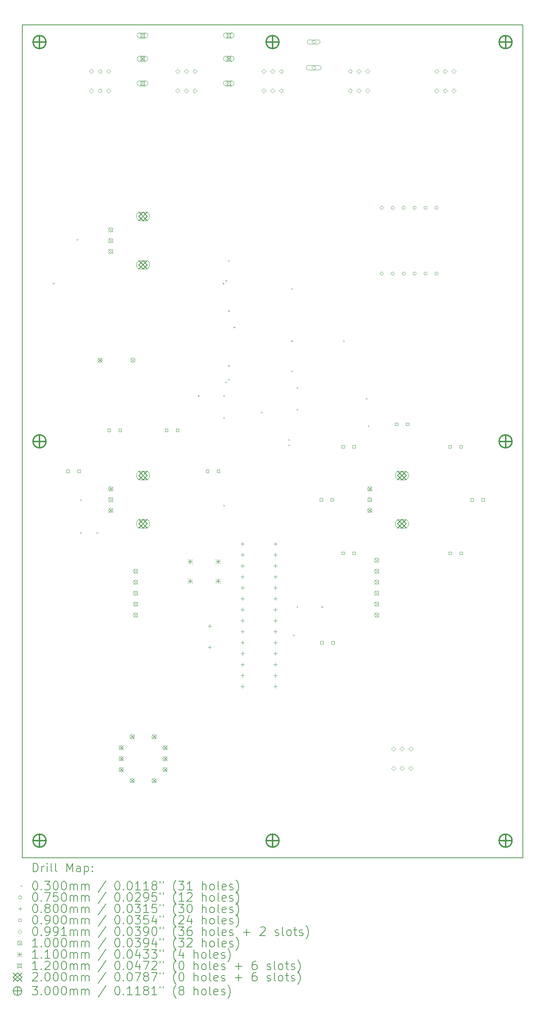
<source format=gbr>
%TF.GenerationSoftware,KiCad,Pcbnew,9.0.6*%
%TF.CreationDate,2026-02-15T15:53:05-05:00*%
%TF.ProjectId,Darkroom Timer,4461726b-726f-46f6-9d20-54696d65722e,rev?*%
%TF.SameCoordinates,Original*%
%TF.FileFunction,Drillmap*%
%TF.FilePolarity,Positive*%
%FSLAX45Y45*%
G04 Gerber Fmt 4.5, Leading zero omitted, Abs format (unit mm)*
G04 Created by KiCad (PCBNEW 9.0.6) date 2026-02-15 15:53:05*
%MOMM*%
%LPD*%
G01*
G04 APERTURE LIST*
%ADD10C,0.200000*%
%ADD11C,0.100000*%
%ADD12C,0.110000*%
%ADD13C,0.120000*%
%ADD14C,0.300000*%
G04 APERTURE END LIST*
D10*
X2200000Y-2200000D02*
X13800000Y-2200000D01*
X13800000Y-21500000D01*
X2200000Y-21500000D01*
X2200000Y-2200000D01*
D11*
X2906000Y-8176500D02*
X2936000Y-8206500D01*
X2936000Y-8176500D02*
X2906000Y-8206500D01*
X3458250Y-7160500D02*
X3488250Y-7190500D01*
X3488250Y-7160500D02*
X3458250Y-7190500D01*
X3541000Y-13193000D02*
X3571000Y-13223000D01*
X3571000Y-13193000D02*
X3541000Y-13223000D01*
X3541000Y-13955000D02*
X3571000Y-13985000D01*
X3571000Y-13955000D02*
X3541000Y-13985000D01*
X3922000Y-13955000D02*
X3952000Y-13985000D01*
X3952000Y-13955000D02*
X3922000Y-13985000D01*
X6271500Y-10780000D02*
X6301500Y-10810000D01*
X6301500Y-10780000D02*
X6271500Y-10810000D01*
X6843000Y-8176500D02*
X6873000Y-8206500D01*
X6873000Y-8176500D02*
X6843000Y-8206500D01*
X6859100Y-10780000D02*
X6889100Y-10810000D01*
X6889100Y-10780000D02*
X6859100Y-10810000D01*
X6859100Y-11288000D02*
X6889100Y-11318000D01*
X6889100Y-11288000D02*
X6859100Y-11318000D01*
X6859100Y-13320000D02*
X6889100Y-13350000D01*
X6889100Y-13320000D02*
X6859100Y-13350000D01*
X6906500Y-8113000D02*
X6936500Y-8143000D01*
X6936500Y-8113000D02*
X6906500Y-8143000D01*
X6906500Y-10462500D02*
X6936500Y-10492500D01*
X6936500Y-10462500D02*
X6906500Y-10492500D01*
X6970000Y-7648000D02*
X7000000Y-7678000D01*
X7000000Y-7648000D02*
X6970000Y-7678000D01*
X6970000Y-8811500D02*
X7000000Y-8841500D01*
X7000000Y-8811500D02*
X6970000Y-8841500D01*
X6970000Y-10081500D02*
X7000000Y-10111500D01*
X7000000Y-10081500D02*
X6970000Y-10111500D01*
X6970000Y-10399000D02*
X7000000Y-10429000D01*
X7000000Y-10399000D02*
X6970000Y-10429000D01*
X7097000Y-9192500D02*
X7127000Y-9222500D01*
X7127000Y-9192500D02*
X7097000Y-9222500D01*
X7732000Y-11161000D02*
X7762000Y-11191000D01*
X7762000Y-11161000D02*
X7732000Y-11191000D01*
X8367000Y-11796000D02*
X8397000Y-11826000D01*
X8397000Y-11796000D02*
X8367000Y-11826000D01*
X8367000Y-11923000D02*
X8397000Y-11953000D01*
X8397000Y-11923000D02*
X8367000Y-11953000D01*
X8430500Y-8303500D02*
X8460500Y-8333500D01*
X8460500Y-8303500D02*
X8430500Y-8333500D01*
X8430500Y-9510000D02*
X8460500Y-9540000D01*
X8460500Y-9510000D02*
X8430500Y-9540000D01*
X8430500Y-10208500D02*
X8460500Y-10238500D01*
X8460500Y-10208500D02*
X8430500Y-10238500D01*
X8474750Y-16323750D02*
X8504750Y-16353750D01*
X8504750Y-16323750D02*
X8474750Y-16353750D01*
X8557500Y-10589500D02*
X8587500Y-10619500D01*
X8587500Y-10589500D02*
X8557500Y-10619500D01*
X8557500Y-11097500D02*
X8587500Y-11127500D01*
X8587500Y-11097500D02*
X8557500Y-11127500D01*
X8557500Y-15669500D02*
X8587500Y-15699500D01*
X8587500Y-15669500D02*
X8557500Y-15699500D01*
X9129000Y-15669500D02*
X9159000Y-15699500D01*
X9159000Y-15669500D02*
X9129000Y-15699500D01*
X9637000Y-9510000D02*
X9667000Y-9540000D01*
X9667000Y-9510000D02*
X9637000Y-9540000D01*
X10165500Y-10843500D02*
X10195500Y-10873500D01*
X10195500Y-10843500D02*
X10165500Y-10873500D01*
X10208500Y-11478500D02*
X10238500Y-11508500D01*
X10238500Y-11478500D02*
X10208500Y-11508500D01*
X10567500Y-6438000D02*
G75*
G02*
X10492500Y-6438000I-37500J0D01*
G01*
X10492500Y-6438000D02*
G75*
G02*
X10567500Y-6438000I37500J0D01*
G01*
X10567500Y-7962000D02*
G75*
G02*
X10492500Y-7962000I-37500J0D01*
G01*
X10492500Y-7962000D02*
G75*
G02*
X10567500Y-7962000I37500J0D01*
G01*
X10821500Y-6438000D02*
G75*
G02*
X10746500Y-6438000I-37500J0D01*
G01*
X10746500Y-6438000D02*
G75*
G02*
X10821500Y-6438000I37500J0D01*
G01*
X10821500Y-7962000D02*
G75*
G02*
X10746500Y-7962000I-37500J0D01*
G01*
X10746500Y-7962000D02*
G75*
G02*
X10821500Y-7962000I37500J0D01*
G01*
X11075500Y-6438000D02*
G75*
G02*
X11000500Y-6438000I-37500J0D01*
G01*
X11000500Y-6438000D02*
G75*
G02*
X11075500Y-6438000I37500J0D01*
G01*
X11075500Y-7962000D02*
G75*
G02*
X11000500Y-7962000I-37500J0D01*
G01*
X11000500Y-7962000D02*
G75*
G02*
X11075500Y-7962000I37500J0D01*
G01*
X11329500Y-6438000D02*
G75*
G02*
X11254500Y-6438000I-37500J0D01*
G01*
X11254500Y-6438000D02*
G75*
G02*
X11329500Y-6438000I37500J0D01*
G01*
X11329500Y-7962000D02*
G75*
G02*
X11254500Y-7962000I-37500J0D01*
G01*
X11254500Y-7962000D02*
G75*
G02*
X11329500Y-7962000I37500J0D01*
G01*
X11583500Y-6438000D02*
G75*
G02*
X11508500Y-6438000I-37500J0D01*
G01*
X11508500Y-6438000D02*
G75*
G02*
X11583500Y-6438000I37500J0D01*
G01*
X11583500Y-7962000D02*
G75*
G02*
X11508500Y-7962000I-37500J0D01*
G01*
X11508500Y-7962000D02*
G75*
G02*
X11583500Y-7962000I37500J0D01*
G01*
X11837500Y-6438000D02*
G75*
G02*
X11762500Y-6438000I-37500J0D01*
G01*
X11762500Y-6438000D02*
G75*
G02*
X11837500Y-6438000I37500J0D01*
G01*
X11837500Y-7962000D02*
G75*
G02*
X11762500Y-7962000I-37500J0D01*
G01*
X11762500Y-7962000D02*
G75*
G02*
X11837500Y-7962000I37500J0D01*
G01*
X6540500Y-16089000D02*
X6540500Y-16169000D01*
X6500500Y-16129000D02*
X6580500Y-16129000D01*
X6540500Y-16577000D02*
X6540500Y-16657000D01*
X6500500Y-16617000D02*
X6580500Y-16617000D01*
X7302500Y-14184000D02*
X7302500Y-14264000D01*
X7262500Y-14224000D02*
X7342500Y-14224000D01*
X7302500Y-14438000D02*
X7302500Y-14518000D01*
X7262500Y-14478000D02*
X7342500Y-14478000D01*
X7302500Y-14692000D02*
X7302500Y-14772000D01*
X7262500Y-14732000D02*
X7342500Y-14732000D01*
X7302500Y-14946000D02*
X7302500Y-15026000D01*
X7262500Y-14986000D02*
X7342500Y-14986000D01*
X7302500Y-15200000D02*
X7302500Y-15280000D01*
X7262500Y-15240000D02*
X7342500Y-15240000D01*
X7302500Y-15454000D02*
X7302500Y-15534000D01*
X7262500Y-15494000D02*
X7342500Y-15494000D01*
X7302500Y-15708000D02*
X7302500Y-15788000D01*
X7262500Y-15748000D02*
X7342500Y-15748000D01*
X7302500Y-15962000D02*
X7302500Y-16042000D01*
X7262500Y-16002000D02*
X7342500Y-16002000D01*
X7302500Y-16216000D02*
X7302500Y-16296000D01*
X7262500Y-16256000D02*
X7342500Y-16256000D01*
X7302500Y-16470000D02*
X7302500Y-16550000D01*
X7262500Y-16510000D02*
X7342500Y-16510000D01*
X7302500Y-16724000D02*
X7302500Y-16804000D01*
X7262500Y-16764000D02*
X7342500Y-16764000D01*
X7302500Y-16978000D02*
X7302500Y-17058000D01*
X7262500Y-17018000D02*
X7342500Y-17018000D01*
X7302500Y-17232000D02*
X7302500Y-17312000D01*
X7262500Y-17272000D02*
X7342500Y-17272000D01*
X7302500Y-17486000D02*
X7302500Y-17566000D01*
X7262500Y-17526000D02*
X7342500Y-17526000D01*
X8064500Y-14184000D02*
X8064500Y-14264000D01*
X8024500Y-14224000D02*
X8104500Y-14224000D01*
X8064500Y-14438000D02*
X8064500Y-14518000D01*
X8024500Y-14478000D02*
X8104500Y-14478000D01*
X8064500Y-14692000D02*
X8064500Y-14772000D01*
X8024500Y-14732000D02*
X8104500Y-14732000D01*
X8064500Y-14946000D02*
X8064500Y-15026000D01*
X8024500Y-14986000D02*
X8104500Y-14986000D01*
X8064500Y-15200000D02*
X8064500Y-15280000D01*
X8024500Y-15240000D02*
X8104500Y-15240000D01*
X8064500Y-15454000D02*
X8064500Y-15534000D01*
X8024500Y-15494000D02*
X8104500Y-15494000D01*
X8064500Y-15708000D02*
X8064500Y-15788000D01*
X8024500Y-15748000D02*
X8104500Y-15748000D01*
X8064500Y-15962000D02*
X8064500Y-16042000D01*
X8024500Y-16002000D02*
X8104500Y-16002000D01*
X8064500Y-16216000D02*
X8064500Y-16296000D01*
X8024500Y-16256000D02*
X8104500Y-16256000D01*
X8064500Y-16470000D02*
X8064500Y-16550000D01*
X8024500Y-16510000D02*
X8104500Y-16510000D01*
X8064500Y-16724000D02*
X8064500Y-16804000D01*
X8024500Y-16764000D02*
X8104500Y-16764000D01*
X8064500Y-16978000D02*
X8064500Y-17058000D01*
X8024500Y-17018000D02*
X8104500Y-17018000D01*
X8064500Y-17232000D02*
X8064500Y-17312000D01*
X8024500Y-17272000D02*
X8104500Y-17272000D01*
X8064500Y-17486000D02*
X8064500Y-17566000D01*
X8024500Y-17526000D02*
X8104500Y-17526000D01*
X3292820Y-12571820D02*
X3292820Y-12508180D01*
X3229180Y-12508180D01*
X3229180Y-12571820D01*
X3292820Y-12571820D01*
X3546820Y-12571820D02*
X3546820Y-12508180D01*
X3483180Y-12508180D01*
X3483180Y-12571820D01*
X3546820Y-12571820D01*
X4242820Y-11621820D02*
X4242820Y-11558180D01*
X4179180Y-11558180D01*
X4179180Y-11621820D01*
X4242820Y-11621820D01*
X4496820Y-11621820D02*
X4496820Y-11558180D01*
X4433180Y-11558180D01*
X4433180Y-11621820D01*
X4496820Y-11621820D01*
X5571820Y-11621820D02*
X5571820Y-11558180D01*
X5508180Y-11558180D01*
X5508180Y-11621820D01*
X5571820Y-11621820D01*
X5825820Y-11621820D02*
X5825820Y-11558180D01*
X5762180Y-11558180D01*
X5762180Y-11621820D01*
X5825820Y-11621820D01*
X6521820Y-12571820D02*
X6521820Y-12508180D01*
X6458180Y-12508180D01*
X6458180Y-12571820D01*
X6521820Y-12571820D01*
X6775820Y-12571820D02*
X6775820Y-12508180D01*
X6712180Y-12508180D01*
X6712180Y-12571820D01*
X6775820Y-12571820D01*
X9157320Y-13231820D02*
X9157320Y-13168180D01*
X9093680Y-13168180D01*
X9093680Y-13231820D01*
X9157320Y-13231820D01*
X9175820Y-16541820D02*
X9175820Y-16478180D01*
X9112180Y-16478180D01*
X9112180Y-16541820D01*
X9175820Y-16541820D01*
X9411320Y-13231820D02*
X9411320Y-13168180D01*
X9347680Y-13168180D01*
X9347680Y-13231820D01*
X9411320Y-13231820D01*
X9429820Y-16541820D02*
X9429820Y-16478180D01*
X9366180Y-16478180D01*
X9366180Y-16541820D01*
X9429820Y-16541820D01*
X9665320Y-12001820D02*
X9665320Y-11938180D01*
X9601680Y-11938180D01*
X9601680Y-12001820D01*
X9665320Y-12001820D01*
X9666820Y-14471820D02*
X9666820Y-14408180D01*
X9603180Y-14408180D01*
X9603180Y-14471820D01*
X9666820Y-14471820D01*
X9919320Y-12001820D02*
X9919320Y-11938180D01*
X9855680Y-11938180D01*
X9855680Y-12001820D01*
X9919320Y-12001820D01*
X9920820Y-14471820D02*
X9920820Y-14408180D01*
X9857180Y-14408180D01*
X9857180Y-14471820D01*
X9920820Y-14471820D01*
X10900724Y-11483820D02*
X10900724Y-11420180D01*
X10837084Y-11420180D01*
X10837084Y-11483820D01*
X10900724Y-11483820D01*
X11154724Y-11483820D02*
X11154724Y-11420180D01*
X11091084Y-11420180D01*
X11091084Y-11483820D01*
X11154724Y-11483820D01*
X12143320Y-12001820D02*
X12143320Y-11938180D01*
X12079680Y-11938180D01*
X12079680Y-12001820D01*
X12143320Y-12001820D01*
X12146820Y-14471820D02*
X12146820Y-14408180D01*
X12083180Y-14408180D01*
X12083180Y-14471820D01*
X12146820Y-14471820D01*
X12397320Y-12001820D02*
X12397320Y-11938180D01*
X12333680Y-11938180D01*
X12333680Y-12001820D01*
X12397320Y-12001820D01*
X12400820Y-14471820D02*
X12400820Y-14408180D01*
X12337180Y-14408180D01*
X12337180Y-14471820D01*
X12400820Y-14471820D01*
X12656320Y-13231820D02*
X12656320Y-13168180D01*
X12592680Y-13168180D01*
X12592680Y-13231820D01*
X12656320Y-13231820D01*
X12910320Y-13231820D02*
X12910320Y-13168180D01*
X12846680Y-13168180D01*
X12846680Y-13231820D01*
X12910320Y-13231820D01*
X3800000Y-3324530D02*
X3849530Y-3275000D01*
X3800000Y-3225470D01*
X3750470Y-3275000D01*
X3800000Y-3324530D01*
X3800000Y-3774530D02*
X3849530Y-3725000D01*
X3800000Y-3675470D01*
X3750470Y-3725000D01*
X3800000Y-3774530D01*
X4000000Y-3324530D02*
X4049530Y-3275000D01*
X4000000Y-3225470D01*
X3950470Y-3275000D01*
X4000000Y-3324530D01*
X4000000Y-3774530D02*
X4049530Y-3725000D01*
X4000000Y-3675470D01*
X3950470Y-3725000D01*
X4000000Y-3774530D01*
X4200000Y-3324530D02*
X4249530Y-3275000D01*
X4200000Y-3225470D01*
X4150470Y-3275000D01*
X4200000Y-3324530D01*
X4200000Y-3774530D02*
X4249530Y-3725000D01*
X4200000Y-3675470D01*
X4150470Y-3725000D01*
X4200000Y-3774530D01*
X5800000Y-3324530D02*
X5849530Y-3275000D01*
X5800000Y-3225470D01*
X5750470Y-3275000D01*
X5800000Y-3324530D01*
X5800000Y-3774530D02*
X5849530Y-3725000D01*
X5800000Y-3675470D01*
X5750470Y-3725000D01*
X5800000Y-3774530D01*
X6000000Y-3324530D02*
X6049530Y-3275000D01*
X6000000Y-3225470D01*
X5950470Y-3275000D01*
X6000000Y-3324530D01*
X6000000Y-3774530D02*
X6049530Y-3725000D01*
X6000000Y-3675470D01*
X5950470Y-3725000D01*
X6000000Y-3774530D01*
X6200000Y-3324530D02*
X6249530Y-3275000D01*
X6200000Y-3225470D01*
X6150470Y-3275000D01*
X6200000Y-3324530D01*
X6200000Y-3774530D02*
X6249530Y-3725000D01*
X6200000Y-3675470D01*
X6150470Y-3725000D01*
X6200000Y-3774530D01*
X7800000Y-3324530D02*
X7849530Y-3275000D01*
X7800000Y-3225470D01*
X7750470Y-3275000D01*
X7800000Y-3324530D01*
X7800000Y-3774530D02*
X7849530Y-3725000D01*
X7800000Y-3675470D01*
X7750470Y-3725000D01*
X7800000Y-3774530D01*
X8000000Y-3324530D02*
X8049530Y-3275000D01*
X8000000Y-3225470D01*
X7950470Y-3275000D01*
X8000000Y-3324530D01*
X8000000Y-3774530D02*
X8049530Y-3725000D01*
X8000000Y-3675470D01*
X7950470Y-3725000D01*
X8000000Y-3774530D01*
X8200000Y-3324530D02*
X8249530Y-3275000D01*
X8200000Y-3225470D01*
X8150470Y-3275000D01*
X8200000Y-3324530D01*
X8200000Y-3774530D02*
X8249530Y-3725000D01*
X8200000Y-3675470D01*
X8150470Y-3725000D01*
X8200000Y-3774530D01*
X8953500Y-2643950D02*
X9003030Y-2594420D01*
X8953500Y-2544890D01*
X8903970Y-2594420D01*
X8953500Y-2643950D01*
X9053830Y-2544890D02*
X8853170Y-2544890D01*
X8853170Y-2643950D02*
G75*
G02*
X8853170Y-2544890I0J49530D01*
G01*
X8853170Y-2643950D02*
X9053830Y-2643950D01*
X9053830Y-2643950D02*
G75*
G03*
X9053830Y-2544890I0J49530D01*
G01*
X8953500Y-3243950D02*
X9003030Y-3194420D01*
X8953500Y-3144890D01*
X8903970Y-3194420D01*
X8953500Y-3243950D01*
X9079230Y-3144890D02*
X8827770Y-3144890D01*
X8827770Y-3243950D02*
G75*
G02*
X8827770Y-3144890I0J49530D01*
G01*
X8827770Y-3243950D02*
X9079230Y-3243950D01*
X9079230Y-3243950D02*
G75*
G03*
X9079230Y-3144890I0J49530D01*
G01*
X9800000Y-3324530D02*
X9849530Y-3275000D01*
X9800000Y-3225470D01*
X9750470Y-3275000D01*
X9800000Y-3324530D01*
X9800000Y-3774530D02*
X9849530Y-3725000D01*
X9800000Y-3675470D01*
X9750470Y-3725000D01*
X9800000Y-3774530D01*
X10000000Y-3324530D02*
X10049530Y-3275000D01*
X10000000Y-3225470D01*
X9950470Y-3275000D01*
X10000000Y-3324530D01*
X10000000Y-3774530D02*
X10049530Y-3725000D01*
X10000000Y-3675470D01*
X9950470Y-3725000D01*
X10000000Y-3774530D01*
X10200000Y-3324530D02*
X10249530Y-3275000D01*
X10200000Y-3225470D01*
X10150470Y-3275000D01*
X10200000Y-3324530D01*
X10200000Y-3774530D02*
X10249530Y-3725000D01*
X10200000Y-3675470D01*
X10150470Y-3725000D01*
X10200000Y-3774530D01*
X10800000Y-19024530D02*
X10849530Y-18975000D01*
X10800000Y-18925470D01*
X10750470Y-18975000D01*
X10800000Y-19024530D01*
X10800000Y-19474530D02*
X10849530Y-19425000D01*
X10800000Y-19375470D01*
X10750470Y-19425000D01*
X10800000Y-19474530D01*
X11000000Y-19024530D02*
X11049530Y-18975000D01*
X11000000Y-18925470D01*
X10950470Y-18975000D01*
X11000000Y-19024530D01*
X11000000Y-19474530D02*
X11049530Y-19425000D01*
X11000000Y-19375470D01*
X10950470Y-19425000D01*
X11000000Y-19474530D01*
X11200000Y-19024530D02*
X11249530Y-18975000D01*
X11200000Y-18925470D01*
X11150470Y-18975000D01*
X11200000Y-19024530D01*
X11200000Y-19474530D02*
X11249530Y-19425000D01*
X11200000Y-19375470D01*
X11150470Y-19425000D01*
X11200000Y-19474530D01*
X11800000Y-3324530D02*
X11849530Y-3275000D01*
X11800000Y-3225470D01*
X11750470Y-3275000D01*
X11800000Y-3324530D01*
X11800000Y-3774530D02*
X11849530Y-3725000D01*
X11800000Y-3675470D01*
X11750470Y-3725000D01*
X11800000Y-3774530D01*
X12000000Y-3324530D02*
X12049530Y-3275000D01*
X12000000Y-3225470D01*
X11950470Y-3275000D01*
X12000000Y-3324530D01*
X12000000Y-3774530D02*
X12049530Y-3725000D01*
X12000000Y-3675470D01*
X11950470Y-3725000D01*
X12000000Y-3774530D01*
X12200000Y-3324530D02*
X12249530Y-3275000D01*
X12200000Y-3225470D01*
X12150470Y-3275000D01*
X12200000Y-3324530D01*
X12200000Y-3774530D02*
X12249530Y-3725000D01*
X12200000Y-3675470D01*
X12150470Y-3725000D01*
X12200000Y-3774530D01*
X3952500Y-9919500D02*
X4052500Y-10019500D01*
X4052500Y-9919500D02*
X3952500Y-10019500D01*
X4052500Y-9969500D02*
G75*
G02*
X3952500Y-9969500I-50000J0D01*
G01*
X3952500Y-9969500D02*
G75*
G02*
X4052500Y-9969500I50000J0D01*
G01*
X4200000Y-6900000D02*
X4300000Y-7000000D01*
X4300000Y-6900000D02*
X4200000Y-7000000D01*
X4300000Y-6950000D02*
G75*
G02*
X4200000Y-6950000I-50000J0D01*
G01*
X4200000Y-6950000D02*
G75*
G02*
X4300000Y-6950000I50000J0D01*
G01*
X4200000Y-7150000D02*
X4300000Y-7250000D01*
X4300000Y-7150000D02*
X4200000Y-7250000D01*
X4300000Y-7200000D02*
G75*
G02*
X4200000Y-7200000I-50000J0D01*
G01*
X4200000Y-7200000D02*
G75*
G02*
X4300000Y-7200000I50000J0D01*
G01*
X4200000Y-7400000D02*
X4300000Y-7500000D01*
X4300000Y-7400000D02*
X4200000Y-7500000D01*
X4300000Y-7450000D02*
G75*
G02*
X4200000Y-7450000I-50000J0D01*
G01*
X4200000Y-7450000D02*
G75*
G02*
X4300000Y-7450000I50000J0D01*
G01*
X4200000Y-12900000D02*
X4300000Y-13000000D01*
X4300000Y-12900000D02*
X4200000Y-13000000D01*
X4300000Y-12950000D02*
G75*
G02*
X4200000Y-12950000I-50000J0D01*
G01*
X4200000Y-12950000D02*
G75*
G02*
X4300000Y-12950000I50000J0D01*
G01*
X4200000Y-13150000D02*
X4300000Y-13250000D01*
X4300000Y-13150000D02*
X4200000Y-13250000D01*
X4300000Y-13200000D02*
G75*
G02*
X4200000Y-13200000I-50000J0D01*
G01*
X4200000Y-13200000D02*
G75*
G02*
X4300000Y-13200000I50000J0D01*
G01*
X4200000Y-13400000D02*
X4300000Y-13500000D01*
X4300000Y-13400000D02*
X4200000Y-13500000D01*
X4300000Y-13450000D02*
G75*
G02*
X4200000Y-13450000I-50000J0D01*
G01*
X4200000Y-13450000D02*
G75*
G02*
X4300000Y-13450000I50000J0D01*
G01*
X4442000Y-18895000D02*
X4542000Y-18995000D01*
X4542000Y-18895000D02*
X4442000Y-18995000D01*
X4542000Y-18945000D02*
G75*
G02*
X4442000Y-18945000I-50000J0D01*
G01*
X4442000Y-18945000D02*
G75*
G02*
X4542000Y-18945000I50000J0D01*
G01*
X4442000Y-19149000D02*
X4542000Y-19249000D01*
X4542000Y-19149000D02*
X4442000Y-19249000D01*
X4542000Y-19199000D02*
G75*
G02*
X4442000Y-19199000I-50000J0D01*
G01*
X4442000Y-19199000D02*
G75*
G02*
X4542000Y-19199000I50000J0D01*
G01*
X4442000Y-19403000D02*
X4542000Y-19503000D01*
X4542000Y-19403000D02*
X4442000Y-19503000D01*
X4542000Y-19453000D02*
G75*
G02*
X4442000Y-19453000I-50000J0D01*
G01*
X4442000Y-19453000D02*
G75*
G02*
X4542000Y-19453000I50000J0D01*
G01*
X4696000Y-18641000D02*
X4796000Y-18741000D01*
X4796000Y-18641000D02*
X4696000Y-18741000D01*
X4796000Y-18691000D02*
G75*
G02*
X4696000Y-18691000I-50000J0D01*
G01*
X4696000Y-18691000D02*
G75*
G02*
X4796000Y-18691000I50000J0D01*
G01*
X4696000Y-19657000D02*
X4796000Y-19757000D01*
X4796000Y-19657000D02*
X4696000Y-19757000D01*
X4796000Y-19707000D02*
G75*
G02*
X4696000Y-19707000I-50000J0D01*
G01*
X4696000Y-19707000D02*
G75*
G02*
X4796000Y-19707000I50000J0D01*
G01*
X4712500Y-9919500D02*
X4812500Y-10019500D01*
X4812500Y-9919500D02*
X4712500Y-10019500D01*
X4812500Y-9969500D02*
G75*
G02*
X4712500Y-9969500I-50000J0D01*
G01*
X4712500Y-9969500D02*
G75*
G02*
X4812500Y-9969500I50000J0D01*
G01*
X4776000Y-14809000D02*
X4876000Y-14909000D01*
X4876000Y-14809000D02*
X4776000Y-14909000D01*
X4876000Y-14859000D02*
G75*
G02*
X4776000Y-14859000I-50000J0D01*
G01*
X4776000Y-14859000D02*
G75*
G02*
X4876000Y-14859000I50000J0D01*
G01*
X4776000Y-15063000D02*
X4876000Y-15163000D01*
X4876000Y-15063000D02*
X4776000Y-15163000D01*
X4876000Y-15113000D02*
G75*
G02*
X4776000Y-15113000I-50000J0D01*
G01*
X4776000Y-15113000D02*
G75*
G02*
X4876000Y-15113000I50000J0D01*
G01*
X4776000Y-15317000D02*
X4876000Y-15417000D01*
X4876000Y-15317000D02*
X4776000Y-15417000D01*
X4876000Y-15367000D02*
G75*
G02*
X4776000Y-15367000I-50000J0D01*
G01*
X4776000Y-15367000D02*
G75*
G02*
X4876000Y-15367000I50000J0D01*
G01*
X4776000Y-15571000D02*
X4876000Y-15671000D01*
X4876000Y-15571000D02*
X4776000Y-15671000D01*
X4876000Y-15621000D02*
G75*
G02*
X4776000Y-15621000I-50000J0D01*
G01*
X4776000Y-15621000D02*
G75*
G02*
X4876000Y-15621000I50000J0D01*
G01*
X4776000Y-15825000D02*
X4876000Y-15925000D01*
X4876000Y-15825000D02*
X4776000Y-15925000D01*
X4876000Y-15875000D02*
G75*
G02*
X4776000Y-15875000I-50000J0D01*
G01*
X4776000Y-15875000D02*
G75*
G02*
X4876000Y-15875000I50000J0D01*
G01*
X5204000Y-18641000D02*
X5304000Y-18741000D01*
X5304000Y-18641000D02*
X5204000Y-18741000D01*
X5304000Y-18691000D02*
G75*
G02*
X5204000Y-18691000I-50000J0D01*
G01*
X5204000Y-18691000D02*
G75*
G02*
X5304000Y-18691000I50000J0D01*
G01*
X5204000Y-19657000D02*
X5304000Y-19757000D01*
X5304000Y-19657000D02*
X5204000Y-19757000D01*
X5304000Y-19707000D02*
G75*
G02*
X5204000Y-19707000I-50000J0D01*
G01*
X5204000Y-19707000D02*
G75*
G02*
X5304000Y-19707000I50000J0D01*
G01*
X5458000Y-18895000D02*
X5558000Y-18995000D01*
X5558000Y-18895000D02*
X5458000Y-18995000D01*
X5558000Y-18945000D02*
G75*
G02*
X5458000Y-18945000I-50000J0D01*
G01*
X5458000Y-18945000D02*
G75*
G02*
X5558000Y-18945000I50000J0D01*
G01*
X5458000Y-19149000D02*
X5558000Y-19249000D01*
X5558000Y-19149000D02*
X5458000Y-19249000D01*
X5558000Y-19199000D02*
G75*
G02*
X5458000Y-19199000I-50000J0D01*
G01*
X5458000Y-19199000D02*
G75*
G02*
X5558000Y-19199000I50000J0D01*
G01*
X5458000Y-19403000D02*
X5558000Y-19503000D01*
X5558000Y-19403000D02*
X5458000Y-19503000D01*
X5558000Y-19453000D02*
G75*
G02*
X5458000Y-19453000I-50000J0D01*
G01*
X5458000Y-19453000D02*
G75*
G02*
X5558000Y-19453000I50000J0D01*
G01*
X10200000Y-12900000D02*
X10300000Y-13000000D01*
X10300000Y-12900000D02*
X10200000Y-13000000D01*
X10300000Y-12950000D02*
G75*
G02*
X10200000Y-12950000I-50000J0D01*
G01*
X10200000Y-12950000D02*
G75*
G02*
X10300000Y-12950000I50000J0D01*
G01*
X10200000Y-13150000D02*
X10300000Y-13250000D01*
X10300000Y-13150000D02*
X10200000Y-13250000D01*
X10300000Y-13200000D02*
G75*
G02*
X10200000Y-13200000I-50000J0D01*
G01*
X10200000Y-13200000D02*
G75*
G02*
X10300000Y-13200000I50000J0D01*
G01*
X10200000Y-13400000D02*
X10300000Y-13500000D01*
X10300000Y-13400000D02*
X10200000Y-13500000D01*
X10300000Y-13450000D02*
G75*
G02*
X10200000Y-13450000I-50000J0D01*
G01*
X10200000Y-13450000D02*
G75*
G02*
X10300000Y-13450000I50000J0D01*
G01*
X10364000Y-14555000D02*
X10464000Y-14655000D01*
X10464000Y-14555000D02*
X10364000Y-14655000D01*
X10464000Y-14605000D02*
G75*
G02*
X10364000Y-14605000I-50000J0D01*
G01*
X10364000Y-14605000D02*
G75*
G02*
X10464000Y-14605000I50000J0D01*
G01*
X10364000Y-14809000D02*
X10464000Y-14909000D01*
X10464000Y-14809000D02*
X10364000Y-14909000D01*
X10464000Y-14859000D02*
G75*
G02*
X10364000Y-14859000I-50000J0D01*
G01*
X10364000Y-14859000D02*
G75*
G02*
X10464000Y-14859000I50000J0D01*
G01*
X10364000Y-15063000D02*
X10464000Y-15163000D01*
X10464000Y-15063000D02*
X10364000Y-15163000D01*
X10464000Y-15113000D02*
G75*
G02*
X10364000Y-15113000I-50000J0D01*
G01*
X10364000Y-15113000D02*
G75*
G02*
X10464000Y-15113000I50000J0D01*
G01*
X10364000Y-15317000D02*
X10464000Y-15417000D01*
X10464000Y-15317000D02*
X10364000Y-15417000D01*
X10464000Y-15367000D02*
G75*
G02*
X10364000Y-15367000I-50000J0D01*
G01*
X10364000Y-15367000D02*
G75*
G02*
X10464000Y-15367000I50000J0D01*
G01*
X10364000Y-15571000D02*
X10464000Y-15671000D01*
X10464000Y-15571000D02*
X10364000Y-15671000D01*
X10464000Y-15621000D02*
G75*
G02*
X10364000Y-15621000I-50000J0D01*
G01*
X10364000Y-15621000D02*
G75*
G02*
X10464000Y-15621000I50000J0D01*
G01*
X10364000Y-15825000D02*
X10464000Y-15925000D01*
X10464000Y-15825000D02*
X10364000Y-15925000D01*
X10464000Y-15875000D02*
G75*
G02*
X10364000Y-15875000I-50000J0D01*
G01*
X10364000Y-15875000D02*
G75*
G02*
X10464000Y-15875000I50000J0D01*
G01*
D12*
X6033500Y-14579000D02*
X6143500Y-14689000D01*
X6143500Y-14579000D02*
X6033500Y-14689000D01*
X6088500Y-14579000D02*
X6088500Y-14689000D01*
X6033500Y-14634000D02*
X6143500Y-14634000D01*
X6033500Y-15029000D02*
X6143500Y-15139000D01*
X6143500Y-15029000D02*
X6033500Y-15139000D01*
X6088500Y-15029000D02*
X6088500Y-15139000D01*
X6033500Y-15084000D02*
X6143500Y-15084000D01*
X6683500Y-14579000D02*
X6793500Y-14689000D01*
X6793500Y-14579000D02*
X6683500Y-14689000D01*
X6738500Y-14579000D02*
X6738500Y-14689000D01*
X6683500Y-14634000D02*
X6793500Y-14634000D01*
X6683500Y-15029000D02*
X6793500Y-15139000D01*
X6793500Y-15029000D02*
X6683500Y-15139000D01*
X6738500Y-15029000D02*
X6738500Y-15139000D01*
X6683500Y-15084000D02*
X6793500Y-15084000D01*
D13*
X4924500Y-2384500D02*
X5044500Y-2504500D01*
X5044500Y-2384500D02*
X4924500Y-2504500D01*
X5026927Y-2486927D02*
X5026927Y-2402073D01*
X4942073Y-2402073D01*
X4942073Y-2486927D01*
X5026927Y-2486927D01*
D11*
X4919500Y-2504500D02*
X5049500Y-2504500D01*
X5049500Y-2384500D02*
G75*
G02*
X5049500Y-2504500I0J-60000D01*
G01*
X5049500Y-2384500D02*
X4919500Y-2384500D01*
X4919500Y-2384500D02*
G75*
G03*
X4919500Y-2504500I0J-60000D01*
G01*
D13*
X4924500Y-2924500D02*
X5044500Y-3044500D01*
X5044500Y-2924500D02*
X4924500Y-3044500D01*
X5026927Y-3026927D02*
X5026927Y-2942073D01*
X4942073Y-2942073D01*
X4942073Y-3026927D01*
X5026927Y-3026927D01*
D11*
X4919500Y-3044500D02*
X5049500Y-3044500D01*
X5049500Y-2924500D02*
G75*
G02*
X5049500Y-3044500I0J-60000D01*
G01*
X5049500Y-2924500D02*
X4919500Y-2924500D01*
X4919500Y-2924500D02*
G75*
G03*
X4919500Y-3044500I0J-60000D01*
G01*
D13*
X4924500Y-3494500D02*
X5044500Y-3614500D01*
X5044500Y-3494500D02*
X4924500Y-3614500D01*
X5026927Y-3596927D02*
X5026927Y-3512073D01*
X4942073Y-3512073D01*
X4942073Y-3596927D01*
X5026927Y-3596927D01*
D11*
X4919500Y-3614500D02*
X5049500Y-3614500D01*
X5049500Y-3494500D02*
G75*
G02*
X5049500Y-3614500I0J-60000D01*
G01*
X5049500Y-3494500D02*
X4919500Y-3494500D01*
X4919500Y-3494500D02*
G75*
G03*
X4919500Y-3614500I0J-60000D01*
G01*
D13*
X6925000Y-2384500D02*
X7045000Y-2504500D01*
X7045000Y-2384500D02*
X6925000Y-2504500D01*
X7027427Y-2486927D02*
X7027427Y-2402073D01*
X6942573Y-2402073D01*
X6942573Y-2486927D01*
X7027427Y-2486927D01*
D11*
X6920000Y-2504500D02*
X7050000Y-2504500D01*
X7050000Y-2384500D02*
G75*
G02*
X7050000Y-2504500I0J-60000D01*
G01*
X7050000Y-2384500D02*
X6920000Y-2384500D01*
X6920000Y-2384500D02*
G75*
G03*
X6920000Y-2504500I0J-60000D01*
G01*
D13*
X6925000Y-2924500D02*
X7045000Y-3044500D01*
X7045000Y-2924500D02*
X6925000Y-3044500D01*
X7027427Y-3026927D02*
X7027427Y-2942073D01*
X6942573Y-2942073D01*
X6942573Y-3026927D01*
X7027427Y-3026927D01*
D11*
X6920000Y-3044500D02*
X7050000Y-3044500D01*
X7050000Y-2924500D02*
G75*
G02*
X7050000Y-3044500I0J-60000D01*
G01*
X7050000Y-2924500D02*
X6920000Y-2924500D01*
X6920000Y-2924500D02*
G75*
G03*
X6920000Y-3044500I0J-60000D01*
G01*
D13*
X6925000Y-3494500D02*
X7045000Y-3614500D01*
X7045000Y-3494500D02*
X6925000Y-3614500D01*
X7027427Y-3596927D02*
X7027427Y-3512073D01*
X6942573Y-3512073D01*
X6942573Y-3596927D01*
X7027427Y-3596927D01*
D11*
X6920000Y-3614500D02*
X7050000Y-3614500D01*
X7050000Y-3494500D02*
G75*
G02*
X7050000Y-3614500I0J-60000D01*
G01*
X7050000Y-3494500D02*
X6920000Y-3494500D01*
X6920000Y-3494500D02*
G75*
G03*
X6920000Y-3614500I0J-60000D01*
G01*
D10*
X4900000Y-6540000D02*
X5100000Y-6740000D01*
X5100000Y-6540000D02*
X4900000Y-6740000D01*
X5000000Y-6740000D02*
X5100000Y-6640000D01*
X5000000Y-6540000D01*
X4900000Y-6640000D01*
X5000000Y-6740000D01*
D11*
X4945000Y-6740000D02*
X5055000Y-6740000D01*
X5055000Y-6540000D02*
G75*
G02*
X5055000Y-6740000I0J-100000D01*
G01*
X5055000Y-6540000D02*
X4945000Y-6540000D01*
X4945000Y-6540000D02*
G75*
G03*
X4945000Y-6740000I0J-100000D01*
G01*
D10*
X4900000Y-7660000D02*
X5100000Y-7860000D01*
X5100000Y-7660000D02*
X4900000Y-7860000D01*
X5000000Y-7860000D02*
X5100000Y-7760000D01*
X5000000Y-7660000D01*
X4900000Y-7760000D01*
X5000000Y-7860000D01*
D11*
X4945000Y-7860000D02*
X5055000Y-7860000D01*
X5055000Y-7660000D02*
G75*
G02*
X5055000Y-7860000I0J-100000D01*
G01*
X5055000Y-7660000D02*
X4945000Y-7660000D01*
X4945000Y-7660000D02*
G75*
G03*
X4945000Y-7860000I0J-100000D01*
G01*
D10*
X4900000Y-12540000D02*
X5100000Y-12740000D01*
X5100000Y-12540000D02*
X4900000Y-12740000D01*
X5000000Y-12740000D02*
X5100000Y-12640000D01*
X5000000Y-12540000D01*
X4900000Y-12640000D01*
X5000000Y-12740000D01*
D11*
X4945000Y-12740000D02*
X5055000Y-12740000D01*
X5055000Y-12540000D02*
G75*
G02*
X5055000Y-12740000I0J-100000D01*
G01*
X5055000Y-12540000D02*
X4945000Y-12540000D01*
X4945000Y-12540000D02*
G75*
G03*
X4945000Y-12740000I0J-100000D01*
G01*
D10*
X4900000Y-13660000D02*
X5100000Y-13860000D01*
X5100000Y-13660000D02*
X4900000Y-13860000D01*
X5000000Y-13860000D02*
X5100000Y-13760000D01*
X5000000Y-13660000D01*
X4900000Y-13760000D01*
X5000000Y-13860000D01*
D11*
X4945000Y-13860000D02*
X5055000Y-13860000D01*
X5055000Y-13660000D02*
G75*
G02*
X5055000Y-13860000I0J-100000D01*
G01*
X5055000Y-13660000D02*
X4945000Y-13660000D01*
X4945000Y-13660000D02*
G75*
G03*
X4945000Y-13860000I0J-100000D01*
G01*
D10*
X10900000Y-12540000D02*
X11100000Y-12740000D01*
X11100000Y-12540000D02*
X10900000Y-12740000D01*
X11000000Y-12740000D02*
X11100000Y-12640000D01*
X11000000Y-12540000D01*
X10900000Y-12640000D01*
X11000000Y-12740000D01*
D11*
X10945000Y-12740000D02*
X11055000Y-12740000D01*
X11055000Y-12540000D02*
G75*
G02*
X11055000Y-12740000I0J-100000D01*
G01*
X11055000Y-12540000D02*
X10945000Y-12540000D01*
X10945000Y-12540000D02*
G75*
G03*
X10945000Y-12740000I0J-100000D01*
G01*
D10*
X10900000Y-13660000D02*
X11100000Y-13860000D01*
X11100000Y-13660000D02*
X10900000Y-13860000D01*
X11000000Y-13860000D02*
X11100000Y-13760000D01*
X11000000Y-13660000D01*
X10900000Y-13760000D01*
X11000000Y-13860000D01*
D11*
X10945000Y-13860000D02*
X11055000Y-13860000D01*
X11055000Y-13660000D02*
G75*
G02*
X11055000Y-13860000I0J-100000D01*
G01*
X11055000Y-13660000D02*
X10945000Y-13660000D01*
X10945000Y-13660000D02*
G75*
G03*
X10945000Y-13860000I0J-100000D01*
G01*
D14*
X2600000Y-2450000D02*
X2600000Y-2750000D01*
X2450000Y-2600000D02*
X2750000Y-2600000D01*
X2750000Y-2600000D02*
G75*
G02*
X2450000Y-2600000I-150000J0D01*
G01*
X2450000Y-2600000D02*
G75*
G02*
X2750000Y-2600000I150000J0D01*
G01*
X2600000Y-11700000D02*
X2600000Y-12000000D01*
X2450000Y-11850000D02*
X2750000Y-11850000D01*
X2750000Y-11850000D02*
G75*
G02*
X2450000Y-11850000I-150000J0D01*
G01*
X2450000Y-11850000D02*
G75*
G02*
X2750000Y-11850000I150000J0D01*
G01*
X2600000Y-20950000D02*
X2600000Y-21250000D01*
X2450000Y-21100000D02*
X2750000Y-21100000D01*
X2750000Y-21100000D02*
G75*
G02*
X2450000Y-21100000I-150000J0D01*
G01*
X2450000Y-21100000D02*
G75*
G02*
X2750000Y-21100000I150000J0D01*
G01*
X8000000Y-2450000D02*
X8000000Y-2750000D01*
X7850000Y-2600000D02*
X8150000Y-2600000D01*
X8150000Y-2600000D02*
G75*
G02*
X7850000Y-2600000I-150000J0D01*
G01*
X7850000Y-2600000D02*
G75*
G02*
X8150000Y-2600000I150000J0D01*
G01*
X8000000Y-20950000D02*
X8000000Y-21250000D01*
X7850000Y-21100000D02*
X8150000Y-21100000D01*
X8150000Y-21100000D02*
G75*
G02*
X7850000Y-21100000I-150000J0D01*
G01*
X7850000Y-21100000D02*
G75*
G02*
X8150000Y-21100000I150000J0D01*
G01*
X13400000Y-2450000D02*
X13400000Y-2750000D01*
X13250000Y-2600000D02*
X13550000Y-2600000D01*
X13550000Y-2600000D02*
G75*
G02*
X13250000Y-2600000I-150000J0D01*
G01*
X13250000Y-2600000D02*
G75*
G02*
X13550000Y-2600000I150000J0D01*
G01*
X13400000Y-11700000D02*
X13400000Y-12000000D01*
X13250000Y-11850000D02*
X13550000Y-11850000D01*
X13550000Y-11850000D02*
G75*
G02*
X13250000Y-11850000I-150000J0D01*
G01*
X13250000Y-11850000D02*
G75*
G02*
X13550000Y-11850000I150000J0D01*
G01*
X13400000Y-20950000D02*
X13400000Y-21250000D01*
X13250000Y-21100000D02*
X13550000Y-21100000D01*
X13550000Y-21100000D02*
G75*
G02*
X13250000Y-21100000I-150000J0D01*
G01*
X13250000Y-21100000D02*
G75*
G02*
X13550000Y-21100000I150000J0D01*
G01*
D10*
X2450777Y-21821484D02*
X2450777Y-21621484D01*
X2450777Y-21621484D02*
X2498396Y-21621484D01*
X2498396Y-21621484D02*
X2526967Y-21631008D01*
X2526967Y-21631008D02*
X2546015Y-21650055D01*
X2546015Y-21650055D02*
X2555539Y-21669103D01*
X2555539Y-21669103D02*
X2565063Y-21707198D01*
X2565063Y-21707198D02*
X2565063Y-21735770D01*
X2565063Y-21735770D02*
X2555539Y-21773865D01*
X2555539Y-21773865D02*
X2546015Y-21792912D01*
X2546015Y-21792912D02*
X2526967Y-21811960D01*
X2526967Y-21811960D02*
X2498396Y-21821484D01*
X2498396Y-21821484D02*
X2450777Y-21821484D01*
X2650777Y-21821484D02*
X2650777Y-21688150D01*
X2650777Y-21726246D02*
X2660301Y-21707198D01*
X2660301Y-21707198D02*
X2669824Y-21697674D01*
X2669824Y-21697674D02*
X2688872Y-21688150D01*
X2688872Y-21688150D02*
X2707920Y-21688150D01*
X2774586Y-21821484D02*
X2774586Y-21688150D01*
X2774586Y-21621484D02*
X2765063Y-21631008D01*
X2765063Y-21631008D02*
X2774586Y-21640531D01*
X2774586Y-21640531D02*
X2784110Y-21631008D01*
X2784110Y-21631008D02*
X2774586Y-21621484D01*
X2774586Y-21621484D02*
X2774586Y-21640531D01*
X2898396Y-21821484D02*
X2879348Y-21811960D01*
X2879348Y-21811960D02*
X2869824Y-21792912D01*
X2869824Y-21792912D02*
X2869824Y-21621484D01*
X3003158Y-21821484D02*
X2984110Y-21811960D01*
X2984110Y-21811960D02*
X2974586Y-21792912D01*
X2974586Y-21792912D02*
X2974586Y-21621484D01*
X3231729Y-21821484D02*
X3231729Y-21621484D01*
X3231729Y-21621484D02*
X3298396Y-21764341D01*
X3298396Y-21764341D02*
X3365062Y-21621484D01*
X3365062Y-21621484D02*
X3365062Y-21821484D01*
X3546015Y-21821484D02*
X3546015Y-21716722D01*
X3546015Y-21716722D02*
X3536491Y-21697674D01*
X3536491Y-21697674D02*
X3517443Y-21688150D01*
X3517443Y-21688150D02*
X3479348Y-21688150D01*
X3479348Y-21688150D02*
X3460301Y-21697674D01*
X3546015Y-21811960D02*
X3526967Y-21821484D01*
X3526967Y-21821484D02*
X3479348Y-21821484D01*
X3479348Y-21821484D02*
X3460301Y-21811960D01*
X3460301Y-21811960D02*
X3450777Y-21792912D01*
X3450777Y-21792912D02*
X3450777Y-21773865D01*
X3450777Y-21773865D02*
X3460301Y-21754817D01*
X3460301Y-21754817D02*
X3479348Y-21745293D01*
X3479348Y-21745293D02*
X3526967Y-21745293D01*
X3526967Y-21745293D02*
X3546015Y-21735770D01*
X3641253Y-21688150D02*
X3641253Y-21888150D01*
X3641253Y-21697674D02*
X3660301Y-21688150D01*
X3660301Y-21688150D02*
X3698396Y-21688150D01*
X3698396Y-21688150D02*
X3717443Y-21697674D01*
X3717443Y-21697674D02*
X3726967Y-21707198D01*
X3726967Y-21707198D02*
X3736491Y-21726246D01*
X3736491Y-21726246D02*
X3736491Y-21783389D01*
X3736491Y-21783389D02*
X3726967Y-21802436D01*
X3726967Y-21802436D02*
X3717443Y-21811960D01*
X3717443Y-21811960D02*
X3698396Y-21821484D01*
X3698396Y-21821484D02*
X3660301Y-21821484D01*
X3660301Y-21821484D02*
X3641253Y-21811960D01*
X3822205Y-21802436D02*
X3831729Y-21811960D01*
X3831729Y-21811960D02*
X3822205Y-21821484D01*
X3822205Y-21821484D02*
X3812682Y-21811960D01*
X3812682Y-21811960D02*
X3822205Y-21802436D01*
X3822205Y-21802436D02*
X3822205Y-21821484D01*
X3822205Y-21697674D02*
X3831729Y-21707198D01*
X3831729Y-21707198D02*
X3822205Y-21716722D01*
X3822205Y-21716722D02*
X3812682Y-21707198D01*
X3812682Y-21707198D02*
X3822205Y-21697674D01*
X3822205Y-21697674D02*
X3822205Y-21716722D01*
D11*
X2160000Y-22135000D02*
X2190000Y-22165000D01*
X2190000Y-22135000D02*
X2160000Y-22165000D01*
D10*
X2488872Y-22041484D02*
X2507920Y-22041484D01*
X2507920Y-22041484D02*
X2526967Y-22051008D01*
X2526967Y-22051008D02*
X2536491Y-22060531D01*
X2536491Y-22060531D02*
X2546015Y-22079579D01*
X2546015Y-22079579D02*
X2555539Y-22117674D01*
X2555539Y-22117674D02*
X2555539Y-22165293D01*
X2555539Y-22165293D02*
X2546015Y-22203389D01*
X2546015Y-22203389D02*
X2536491Y-22222436D01*
X2536491Y-22222436D02*
X2526967Y-22231960D01*
X2526967Y-22231960D02*
X2507920Y-22241484D01*
X2507920Y-22241484D02*
X2488872Y-22241484D01*
X2488872Y-22241484D02*
X2469824Y-22231960D01*
X2469824Y-22231960D02*
X2460301Y-22222436D01*
X2460301Y-22222436D02*
X2450777Y-22203389D01*
X2450777Y-22203389D02*
X2441253Y-22165293D01*
X2441253Y-22165293D02*
X2441253Y-22117674D01*
X2441253Y-22117674D02*
X2450777Y-22079579D01*
X2450777Y-22079579D02*
X2460301Y-22060531D01*
X2460301Y-22060531D02*
X2469824Y-22051008D01*
X2469824Y-22051008D02*
X2488872Y-22041484D01*
X2641253Y-22222436D02*
X2650777Y-22231960D01*
X2650777Y-22231960D02*
X2641253Y-22241484D01*
X2641253Y-22241484D02*
X2631729Y-22231960D01*
X2631729Y-22231960D02*
X2641253Y-22222436D01*
X2641253Y-22222436D02*
X2641253Y-22241484D01*
X2717444Y-22041484D02*
X2841253Y-22041484D01*
X2841253Y-22041484D02*
X2774586Y-22117674D01*
X2774586Y-22117674D02*
X2803158Y-22117674D01*
X2803158Y-22117674D02*
X2822205Y-22127198D01*
X2822205Y-22127198D02*
X2831729Y-22136722D01*
X2831729Y-22136722D02*
X2841253Y-22155770D01*
X2841253Y-22155770D02*
X2841253Y-22203389D01*
X2841253Y-22203389D02*
X2831729Y-22222436D01*
X2831729Y-22222436D02*
X2822205Y-22231960D01*
X2822205Y-22231960D02*
X2803158Y-22241484D01*
X2803158Y-22241484D02*
X2746015Y-22241484D01*
X2746015Y-22241484D02*
X2726967Y-22231960D01*
X2726967Y-22231960D02*
X2717444Y-22222436D01*
X2965062Y-22041484D02*
X2984110Y-22041484D01*
X2984110Y-22041484D02*
X3003158Y-22051008D01*
X3003158Y-22051008D02*
X3012682Y-22060531D01*
X3012682Y-22060531D02*
X3022205Y-22079579D01*
X3022205Y-22079579D02*
X3031729Y-22117674D01*
X3031729Y-22117674D02*
X3031729Y-22165293D01*
X3031729Y-22165293D02*
X3022205Y-22203389D01*
X3022205Y-22203389D02*
X3012682Y-22222436D01*
X3012682Y-22222436D02*
X3003158Y-22231960D01*
X3003158Y-22231960D02*
X2984110Y-22241484D01*
X2984110Y-22241484D02*
X2965062Y-22241484D01*
X2965062Y-22241484D02*
X2946015Y-22231960D01*
X2946015Y-22231960D02*
X2936491Y-22222436D01*
X2936491Y-22222436D02*
X2926967Y-22203389D01*
X2926967Y-22203389D02*
X2917443Y-22165293D01*
X2917443Y-22165293D02*
X2917443Y-22117674D01*
X2917443Y-22117674D02*
X2926967Y-22079579D01*
X2926967Y-22079579D02*
X2936491Y-22060531D01*
X2936491Y-22060531D02*
X2946015Y-22051008D01*
X2946015Y-22051008D02*
X2965062Y-22041484D01*
X3155539Y-22041484D02*
X3174586Y-22041484D01*
X3174586Y-22041484D02*
X3193634Y-22051008D01*
X3193634Y-22051008D02*
X3203158Y-22060531D01*
X3203158Y-22060531D02*
X3212682Y-22079579D01*
X3212682Y-22079579D02*
X3222205Y-22117674D01*
X3222205Y-22117674D02*
X3222205Y-22165293D01*
X3222205Y-22165293D02*
X3212682Y-22203389D01*
X3212682Y-22203389D02*
X3203158Y-22222436D01*
X3203158Y-22222436D02*
X3193634Y-22231960D01*
X3193634Y-22231960D02*
X3174586Y-22241484D01*
X3174586Y-22241484D02*
X3155539Y-22241484D01*
X3155539Y-22241484D02*
X3136491Y-22231960D01*
X3136491Y-22231960D02*
X3126967Y-22222436D01*
X3126967Y-22222436D02*
X3117443Y-22203389D01*
X3117443Y-22203389D02*
X3107920Y-22165293D01*
X3107920Y-22165293D02*
X3107920Y-22117674D01*
X3107920Y-22117674D02*
X3117443Y-22079579D01*
X3117443Y-22079579D02*
X3126967Y-22060531D01*
X3126967Y-22060531D02*
X3136491Y-22051008D01*
X3136491Y-22051008D02*
X3155539Y-22041484D01*
X3307920Y-22241484D02*
X3307920Y-22108150D01*
X3307920Y-22127198D02*
X3317443Y-22117674D01*
X3317443Y-22117674D02*
X3336491Y-22108150D01*
X3336491Y-22108150D02*
X3365063Y-22108150D01*
X3365063Y-22108150D02*
X3384110Y-22117674D01*
X3384110Y-22117674D02*
X3393634Y-22136722D01*
X3393634Y-22136722D02*
X3393634Y-22241484D01*
X3393634Y-22136722D02*
X3403158Y-22117674D01*
X3403158Y-22117674D02*
X3422205Y-22108150D01*
X3422205Y-22108150D02*
X3450777Y-22108150D01*
X3450777Y-22108150D02*
X3469824Y-22117674D01*
X3469824Y-22117674D02*
X3479348Y-22136722D01*
X3479348Y-22136722D02*
X3479348Y-22241484D01*
X3574586Y-22241484D02*
X3574586Y-22108150D01*
X3574586Y-22127198D02*
X3584110Y-22117674D01*
X3584110Y-22117674D02*
X3603158Y-22108150D01*
X3603158Y-22108150D02*
X3631729Y-22108150D01*
X3631729Y-22108150D02*
X3650777Y-22117674D01*
X3650777Y-22117674D02*
X3660301Y-22136722D01*
X3660301Y-22136722D02*
X3660301Y-22241484D01*
X3660301Y-22136722D02*
X3669824Y-22117674D01*
X3669824Y-22117674D02*
X3688872Y-22108150D01*
X3688872Y-22108150D02*
X3717443Y-22108150D01*
X3717443Y-22108150D02*
X3736491Y-22117674D01*
X3736491Y-22117674D02*
X3746015Y-22136722D01*
X3746015Y-22136722D02*
X3746015Y-22241484D01*
X4136491Y-22031960D02*
X3965063Y-22289103D01*
X4393634Y-22041484D02*
X4412682Y-22041484D01*
X4412682Y-22041484D02*
X4431729Y-22051008D01*
X4431729Y-22051008D02*
X4441253Y-22060531D01*
X4441253Y-22060531D02*
X4450777Y-22079579D01*
X4450777Y-22079579D02*
X4460301Y-22117674D01*
X4460301Y-22117674D02*
X4460301Y-22165293D01*
X4460301Y-22165293D02*
X4450777Y-22203389D01*
X4450777Y-22203389D02*
X4441253Y-22222436D01*
X4441253Y-22222436D02*
X4431729Y-22231960D01*
X4431729Y-22231960D02*
X4412682Y-22241484D01*
X4412682Y-22241484D02*
X4393634Y-22241484D01*
X4393634Y-22241484D02*
X4374587Y-22231960D01*
X4374587Y-22231960D02*
X4365063Y-22222436D01*
X4365063Y-22222436D02*
X4355539Y-22203389D01*
X4355539Y-22203389D02*
X4346015Y-22165293D01*
X4346015Y-22165293D02*
X4346015Y-22117674D01*
X4346015Y-22117674D02*
X4355539Y-22079579D01*
X4355539Y-22079579D02*
X4365063Y-22060531D01*
X4365063Y-22060531D02*
X4374587Y-22051008D01*
X4374587Y-22051008D02*
X4393634Y-22041484D01*
X4546015Y-22222436D02*
X4555539Y-22231960D01*
X4555539Y-22231960D02*
X4546015Y-22241484D01*
X4546015Y-22241484D02*
X4536491Y-22231960D01*
X4536491Y-22231960D02*
X4546015Y-22222436D01*
X4546015Y-22222436D02*
X4546015Y-22241484D01*
X4679348Y-22041484D02*
X4698396Y-22041484D01*
X4698396Y-22041484D02*
X4717444Y-22051008D01*
X4717444Y-22051008D02*
X4726968Y-22060531D01*
X4726968Y-22060531D02*
X4736491Y-22079579D01*
X4736491Y-22079579D02*
X4746015Y-22117674D01*
X4746015Y-22117674D02*
X4746015Y-22165293D01*
X4746015Y-22165293D02*
X4736491Y-22203389D01*
X4736491Y-22203389D02*
X4726968Y-22222436D01*
X4726968Y-22222436D02*
X4717444Y-22231960D01*
X4717444Y-22231960D02*
X4698396Y-22241484D01*
X4698396Y-22241484D02*
X4679348Y-22241484D01*
X4679348Y-22241484D02*
X4660301Y-22231960D01*
X4660301Y-22231960D02*
X4650777Y-22222436D01*
X4650777Y-22222436D02*
X4641253Y-22203389D01*
X4641253Y-22203389D02*
X4631729Y-22165293D01*
X4631729Y-22165293D02*
X4631729Y-22117674D01*
X4631729Y-22117674D02*
X4641253Y-22079579D01*
X4641253Y-22079579D02*
X4650777Y-22060531D01*
X4650777Y-22060531D02*
X4660301Y-22051008D01*
X4660301Y-22051008D02*
X4679348Y-22041484D01*
X4936491Y-22241484D02*
X4822206Y-22241484D01*
X4879348Y-22241484D02*
X4879348Y-22041484D01*
X4879348Y-22041484D02*
X4860301Y-22070055D01*
X4860301Y-22070055D02*
X4841253Y-22089103D01*
X4841253Y-22089103D02*
X4822206Y-22098627D01*
X5126968Y-22241484D02*
X5012682Y-22241484D01*
X5069825Y-22241484D02*
X5069825Y-22041484D01*
X5069825Y-22041484D02*
X5050777Y-22070055D01*
X5050777Y-22070055D02*
X5031729Y-22089103D01*
X5031729Y-22089103D02*
X5012682Y-22098627D01*
X5241253Y-22127198D02*
X5222206Y-22117674D01*
X5222206Y-22117674D02*
X5212682Y-22108150D01*
X5212682Y-22108150D02*
X5203158Y-22089103D01*
X5203158Y-22089103D02*
X5203158Y-22079579D01*
X5203158Y-22079579D02*
X5212682Y-22060531D01*
X5212682Y-22060531D02*
X5222206Y-22051008D01*
X5222206Y-22051008D02*
X5241253Y-22041484D01*
X5241253Y-22041484D02*
X5279349Y-22041484D01*
X5279349Y-22041484D02*
X5298396Y-22051008D01*
X5298396Y-22051008D02*
X5307920Y-22060531D01*
X5307920Y-22060531D02*
X5317444Y-22079579D01*
X5317444Y-22079579D02*
X5317444Y-22089103D01*
X5317444Y-22089103D02*
X5307920Y-22108150D01*
X5307920Y-22108150D02*
X5298396Y-22117674D01*
X5298396Y-22117674D02*
X5279349Y-22127198D01*
X5279349Y-22127198D02*
X5241253Y-22127198D01*
X5241253Y-22127198D02*
X5222206Y-22136722D01*
X5222206Y-22136722D02*
X5212682Y-22146246D01*
X5212682Y-22146246D02*
X5203158Y-22165293D01*
X5203158Y-22165293D02*
X5203158Y-22203389D01*
X5203158Y-22203389D02*
X5212682Y-22222436D01*
X5212682Y-22222436D02*
X5222206Y-22231960D01*
X5222206Y-22231960D02*
X5241253Y-22241484D01*
X5241253Y-22241484D02*
X5279349Y-22241484D01*
X5279349Y-22241484D02*
X5298396Y-22231960D01*
X5298396Y-22231960D02*
X5307920Y-22222436D01*
X5307920Y-22222436D02*
X5317444Y-22203389D01*
X5317444Y-22203389D02*
X5317444Y-22165293D01*
X5317444Y-22165293D02*
X5307920Y-22146246D01*
X5307920Y-22146246D02*
X5298396Y-22136722D01*
X5298396Y-22136722D02*
X5279349Y-22127198D01*
X5393634Y-22041484D02*
X5393634Y-22079579D01*
X5469825Y-22041484D02*
X5469825Y-22079579D01*
X5765063Y-22317674D02*
X5755539Y-22308150D01*
X5755539Y-22308150D02*
X5736491Y-22279579D01*
X5736491Y-22279579D02*
X5726968Y-22260531D01*
X5726968Y-22260531D02*
X5717444Y-22231960D01*
X5717444Y-22231960D02*
X5707920Y-22184341D01*
X5707920Y-22184341D02*
X5707920Y-22146246D01*
X5707920Y-22146246D02*
X5717444Y-22098627D01*
X5717444Y-22098627D02*
X5726968Y-22070055D01*
X5726968Y-22070055D02*
X5736491Y-22051008D01*
X5736491Y-22051008D02*
X5755539Y-22022436D01*
X5755539Y-22022436D02*
X5765063Y-22012912D01*
X5822206Y-22041484D02*
X5946015Y-22041484D01*
X5946015Y-22041484D02*
X5879348Y-22117674D01*
X5879348Y-22117674D02*
X5907920Y-22117674D01*
X5907920Y-22117674D02*
X5926968Y-22127198D01*
X5926968Y-22127198D02*
X5936491Y-22136722D01*
X5936491Y-22136722D02*
X5946015Y-22155770D01*
X5946015Y-22155770D02*
X5946015Y-22203389D01*
X5946015Y-22203389D02*
X5936491Y-22222436D01*
X5936491Y-22222436D02*
X5926968Y-22231960D01*
X5926968Y-22231960D02*
X5907920Y-22241484D01*
X5907920Y-22241484D02*
X5850777Y-22241484D01*
X5850777Y-22241484D02*
X5831729Y-22231960D01*
X5831729Y-22231960D02*
X5822206Y-22222436D01*
X6136491Y-22241484D02*
X6022206Y-22241484D01*
X6079348Y-22241484D02*
X6079348Y-22041484D01*
X6079348Y-22041484D02*
X6060301Y-22070055D01*
X6060301Y-22070055D02*
X6041253Y-22089103D01*
X6041253Y-22089103D02*
X6022206Y-22098627D01*
X6374587Y-22241484D02*
X6374587Y-22041484D01*
X6460301Y-22241484D02*
X6460301Y-22136722D01*
X6460301Y-22136722D02*
X6450777Y-22117674D01*
X6450777Y-22117674D02*
X6431730Y-22108150D01*
X6431730Y-22108150D02*
X6403158Y-22108150D01*
X6403158Y-22108150D02*
X6384110Y-22117674D01*
X6384110Y-22117674D02*
X6374587Y-22127198D01*
X6584110Y-22241484D02*
X6565063Y-22231960D01*
X6565063Y-22231960D02*
X6555539Y-22222436D01*
X6555539Y-22222436D02*
X6546015Y-22203389D01*
X6546015Y-22203389D02*
X6546015Y-22146246D01*
X6546015Y-22146246D02*
X6555539Y-22127198D01*
X6555539Y-22127198D02*
X6565063Y-22117674D01*
X6565063Y-22117674D02*
X6584110Y-22108150D01*
X6584110Y-22108150D02*
X6612682Y-22108150D01*
X6612682Y-22108150D02*
X6631730Y-22117674D01*
X6631730Y-22117674D02*
X6641253Y-22127198D01*
X6641253Y-22127198D02*
X6650777Y-22146246D01*
X6650777Y-22146246D02*
X6650777Y-22203389D01*
X6650777Y-22203389D02*
X6641253Y-22222436D01*
X6641253Y-22222436D02*
X6631730Y-22231960D01*
X6631730Y-22231960D02*
X6612682Y-22241484D01*
X6612682Y-22241484D02*
X6584110Y-22241484D01*
X6765063Y-22241484D02*
X6746015Y-22231960D01*
X6746015Y-22231960D02*
X6736491Y-22212912D01*
X6736491Y-22212912D02*
X6736491Y-22041484D01*
X6917444Y-22231960D02*
X6898396Y-22241484D01*
X6898396Y-22241484D02*
X6860301Y-22241484D01*
X6860301Y-22241484D02*
X6841253Y-22231960D01*
X6841253Y-22231960D02*
X6831730Y-22212912D01*
X6831730Y-22212912D02*
X6831730Y-22136722D01*
X6831730Y-22136722D02*
X6841253Y-22117674D01*
X6841253Y-22117674D02*
X6860301Y-22108150D01*
X6860301Y-22108150D02*
X6898396Y-22108150D01*
X6898396Y-22108150D02*
X6917444Y-22117674D01*
X6917444Y-22117674D02*
X6926968Y-22136722D01*
X6926968Y-22136722D02*
X6926968Y-22155770D01*
X6926968Y-22155770D02*
X6831730Y-22174817D01*
X7003158Y-22231960D02*
X7022206Y-22241484D01*
X7022206Y-22241484D02*
X7060301Y-22241484D01*
X7060301Y-22241484D02*
X7079349Y-22231960D01*
X7079349Y-22231960D02*
X7088872Y-22212912D01*
X7088872Y-22212912D02*
X7088872Y-22203389D01*
X7088872Y-22203389D02*
X7079349Y-22184341D01*
X7079349Y-22184341D02*
X7060301Y-22174817D01*
X7060301Y-22174817D02*
X7031730Y-22174817D01*
X7031730Y-22174817D02*
X7012682Y-22165293D01*
X7012682Y-22165293D02*
X7003158Y-22146246D01*
X7003158Y-22146246D02*
X7003158Y-22136722D01*
X7003158Y-22136722D02*
X7012682Y-22117674D01*
X7012682Y-22117674D02*
X7031730Y-22108150D01*
X7031730Y-22108150D02*
X7060301Y-22108150D01*
X7060301Y-22108150D02*
X7079349Y-22117674D01*
X7155539Y-22317674D02*
X7165063Y-22308150D01*
X7165063Y-22308150D02*
X7184111Y-22279579D01*
X7184111Y-22279579D02*
X7193634Y-22260531D01*
X7193634Y-22260531D02*
X7203158Y-22231960D01*
X7203158Y-22231960D02*
X7212682Y-22184341D01*
X7212682Y-22184341D02*
X7212682Y-22146246D01*
X7212682Y-22146246D02*
X7203158Y-22098627D01*
X7203158Y-22098627D02*
X7193634Y-22070055D01*
X7193634Y-22070055D02*
X7184111Y-22051008D01*
X7184111Y-22051008D02*
X7165063Y-22022436D01*
X7165063Y-22022436D02*
X7155539Y-22012912D01*
D11*
X2190000Y-22414000D02*
G75*
G02*
X2115000Y-22414000I-37500J0D01*
G01*
X2115000Y-22414000D02*
G75*
G02*
X2190000Y-22414000I37500J0D01*
G01*
D10*
X2488872Y-22305484D02*
X2507920Y-22305484D01*
X2507920Y-22305484D02*
X2526967Y-22315008D01*
X2526967Y-22315008D02*
X2536491Y-22324531D01*
X2536491Y-22324531D02*
X2546015Y-22343579D01*
X2546015Y-22343579D02*
X2555539Y-22381674D01*
X2555539Y-22381674D02*
X2555539Y-22429293D01*
X2555539Y-22429293D02*
X2546015Y-22467388D01*
X2546015Y-22467388D02*
X2536491Y-22486436D01*
X2536491Y-22486436D02*
X2526967Y-22495960D01*
X2526967Y-22495960D02*
X2507920Y-22505484D01*
X2507920Y-22505484D02*
X2488872Y-22505484D01*
X2488872Y-22505484D02*
X2469824Y-22495960D01*
X2469824Y-22495960D02*
X2460301Y-22486436D01*
X2460301Y-22486436D02*
X2450777Y-22467388D01*
X2450777Y-22467388D02*
X2441253Y-22429293D01*
X2441253Y-22429293D02*
X2441253Y-22381674D01*
X2441253Y-22381674D02*
X2450777Y-22343579D01*
X2450777Y-22343579D02*
X2460301Y-22324531D01*
X2460301Y-22324531D02*
X2469824Y-22315008D01*
X2469824Y-22315008D02*
X2488872Y-22305484D01*
X2641253Y-22486436D02*
X2650777Y-22495960D01*
X2650777Y-22495960D02*
X2641253Y-22505484D01*
X2641253Y-22505484D02*
X2631729Y-22495960D01*
X2631729Y-22495960D02*
X2641253Y-22486436D01*
X2641253Y-22486436D02*
X2641253Y-22505484D01*
X2717444Y-22305484D02*
X2850777Y-22305484D01*
X2850777Y-22305484D02*
X2765063Y-22505484D01*
X3022205Y-22305484D02*
X2926967Y-22305484D01*
X2926967Y-22305484D02*
X2917443Y-22400722D01*
X2917443Y-22400722D02*
X2926967Y-22391198D01*
X2926967Y-22391198D02*
X2946015Y-22381674D01*
X2946015Y-22381674D02*
X2993634Y-22381674D01*
X2993634Y-22381674D02*
X3012682Y-22391198D01*
X3012682Y-22391198D02*
X3022205Y-22400722D01*
X3022205Y-22400722D02*
X3031729Y-22419769D01*
X3031729Y-22419769D02*
X3031729Y-22467388D01*
X3031729Y-22467388D02*
X3022205Y-22486436D01*
X3022205Y-22486436D02*
X3012682Y-22495960D01*
X3012682Y-22495960D02*
X2993634Y-22505484D01*
X2993634Y-22505484D02*
X2946015Y-22505484D01*
X2946015Y-22505484D02*
X2926967Y-22495960D01*
X2926967Y-22495960D02*
X2917443Y-22486436D01*
X3155539Y-22305484D02*
X3174586Y-22305484D01*
X3174586Y-22305484D02*
X3193634Y-22315008D01*
X3193634Y-22315008D02*
X3203158Y-22324531D01*
X3203158Y-22324531D02*
X3212682Y-22343579D01*
X3212682Y-22343579D02*
X3222205Y-22381674D01*
X3222205Y-22381674D02*
X3222205Y-22429293D01*
X3222205Y-22429293D02*
X3212682Y-22467388D01*
X3212682Y-22467388D02*
X3203158Y-22486436D01*
X3203158Y-22486436D02*
X3193634Y-22495960D01*
X3193634Y-22495960D02*
X3174586Y-22505484D01*
X3174586Y-22505484D02*
X3155539Y-22505484D01*
X3155539Y-22505484D02*
X3136491Y-22495960D01*
X3136491Y-22495960D02*
X3126967Y-22486436D01*
X3126967Y-22486436D02*
X3117443Y-22467388D01*
X3117443Y-22467388D02*
X3107920Y-22429293D01*
X3107920Y-22429293D02*
X3107920Y-22381674D01*
X3107920Y-22381674D02*
X3117443Y-22343579D01*
X3117443Y-22343579D02*
X3126967Y-22324531D01*
X3126967Y-22324531D02*
X3136491Y-22315008D01*
X3136491Y-22315008D02*
X3155539Y-22305484D01*
X3307920Y-22505484D02*
X3307920Y-22372150D01*
X3307920Y-22391198D02*
X3317443Y-22381674D01*
X3317443Y-22381674D02*
X3336491Y-22372150D01*
X3336491Y-22372150D02*
X3365063Y-22372150D01*
X3365063Y-22372150D02*
X3384110Y-22381674D01*
X3384110Y-22381674D02*
X3393634Y-22400722D01*
X3393634Y-22400722D02*
X3393634Y-22505484D01*
X3393634Y-22400722D02*
X3403158Y-22381674D01*
X3403158Y-22381674D02*
X3422205Y-22372150D01*
X3422205Y-22372150D02*
X3450777Y-22372150D01*
X3450777Y-22372150D02*
X3469824Y-22381674D01*
X3469824Y-22381674D02*
X3479348Y-22400722D01*
X3479348Y-22400722D02*
X3479348Y-22505484D01*
X3574586Y-22505484D02*
X3574586Y-22372150D01*
X3574586Y-22391198D02*
X3584110Y-22381674D01*
X3584110Y-22381674D02*
X3603158Y-22372150D01*
X3603158Y-22372150D02*
X3631729Y-22372150D01*
X3631729Y-22372150D02*
X3650777Y-22381674D01*
X3650777Y-22381674D02*
X3660301Y-22400722D01*
X3660301Y-22400722D02*
X3660301Y-22505484D01*
X3660301Y-22400722D02*
X3669824Y-22381674D01*
X3669824Y-22381674D02*
X3688872Y-22372150D01*
X3688872Y-22372150D02*
X3717443Y-22372150D01*
X3717443Y-22372150D02*
X3736491Y-22381674D01*
X3736491Y-22381674D02*
X3746015Y-22400722D01*
X3746015Y-22400722D02*
X3746015Y-22505484D01*
X4136491Y-22295960D02*
X3965063Y-22553103D01*
X4393634Y-22305484D02*
X4412682Y-22305484D01*
X4412682Y-22305484D02*
X4431729Y-22315008D01*
X4431729Y-22315008D02*
X4441253Y-22324531D01*
X4441253Y-22324531D02*
X4450777Y-22343579D01*
X4450777Y-22343579D02*
X4460301Y-22381674D01*
X4460301Y-22381674D02*
X4460301Y-22429293D01*
X4460301Y-22429293D02*
X4450777Y-22467388D01*
X4450777Y-22467388D02*
X4441253Y-22486436D01*
X4441253Y-22486436D02*
X4431729Y-22495960D01*
X4431729Y-22495960D02*
X4412682Y-22505484D01*
X4412682Y-22505484D02*
X4393634Y-22505484D01*
X4393634Y-22505484D02*
X4374587Y-22495960D01*
X4374587Y-22495960D02*
X4365063Y-22486436D01*
X4365063Y-22486436D02*
X4355539Y-22467388D01*
X4355539Y-22467388D02*
X4346015Y-22429293D01*
X4346015Y-22429293D02*
X4346015Y-22381674D01*
X4346015Y-22381674D02*
X4355539Y-22343579D01*
X4355539Y-22343579D02*
X4365063Y-22324531D01*
X4365063Y-22324531D02*
X4374587Y-22315008D01*
X4374587Y-22315008D02*
X4393634Y-22305484D01*
X4546015Y-22486436D02*
X4555539Y-22495960D01*
X4555539Y-22495960D02*
X4546015Y-22505484D01*
X4546015Y-22505484D02*
X4536491Y-22495960D01*
X4536491Y-22495960D02*
X4546015Y-22486436D01*
X4546015Y-22486436D02*
X4546015Y-22505484D01*
X4679348Y-22305484D02*
X4698396Y-22305484D01*
X4698396Y-22305484D02*
X4717444Y-22315008D01*
X4717444Y-22315008D02*
X4726968Y-22324531D01*
X4726968Y-22324531D02*
X4736491Y-22343579D01*
X4736491Y-22343579D02*
X4746015Y-22381674D01*
X4746015Y-22381674D02*
X4746015Y-22429293D01*
X4746015Y-22429293D02*
X4736491Y-22467388D01*
X4736491Y-22467388D02*
X4726968Y-22486436D01*
X4726968Y-22486436D02*
X4717444Y-22495960D01*
X4717444Y-22495960D02*
X4698396Y-22505484D01*
X4698396Y-22505484D02*
X4679348Y-22505484D01*
X4679348Y-22505484D02*
X4660301Y-22495960D01*
X4660301Y-22495960D02*
X4650777Y-22486436D01*
X4650777Y-22486436D02*
X4641253Y-22467388D01*
X4641253Y-22467388D02*
X4631729Y-22429293D01*
X4631729Y-22429293D02*
X4631729Y-22381674D01*
X4631729Y-22381674D02*
X4641253Y-22343579D01*
X4641253Y-22343579D02*
X4650777Y-22324531D01*
X4650777Y-22324531D02*
X4660301Y-22315008D01*
X4660301Y-22315008D02*
X4679348Y-22305484D01*
X4822206Y-22324531D02*
X4831729Y-22315008D01*
X4831729Y-22315008D02*
X4850777Y-22305484D01*
X4850777Y-22305484D02*
X4898396Y-22305484D01*
X4898396Y-22305484D02*
X4917444Y-22315008D01*
X4917444Y-22315008D02*
X4926968Y-22324531D01*
X4926968Y-22324531D02*
X4936491Y-22343579D01*
X4936491Y-22343579D02*
X4936491Y-22362627D01*
X4936491Y-22362627D02*
X4926968Y-22391198D01*
X4926968Y-22391198D02*
X4812682Y-22505484D01*
X4812682Y-22505484D02*
X4936491Y-22505484D01*
X5031729Y-22505484D02*
X5069825Y-22505484D01*
X5069825Y-22505484D02*
X5088872Y-22495960D01*
X5088872Y-22495960D02*
X5098396Y-22486436D01*
X5098396Y-22486436D02*
X5117444Y-22457865D01*
X5117444Y-22457865D02*
X5126968Y-22419769D01*
X5126968Y-22419769D02*
X5126968Y-22343579D01*
X5126968Y-22343579D02*
X5117444Y-22324531D01*
X5117444Y-22324531D02*
X5107920Y-22315008D01*
X5107920Y-22315008D02*
X5088872Y-22305484D01*
X5088872Y-22305484D02*
X5050777Y-22305484D01*
X5050777Y-22305484D02*
X5031729Y-22315008D01*
X5031729Y-22315008D02*
X5022206Y-22324531D01*
X5022206Y-22324531D02*
X5012682Y-22343579D01*
X5012682Y-22343579D02*
X5012682Y-22391198D01*
X5012682Y-22391198D02*
X5022206Y-22410246D01*
X5022206Y-22410246D02*
X5031729Y-22419769D01*
X5031729Y-22419769D02*
X5050777Y-22429293D01*
X5050777Y-22429293D02*
X5088872Y-22429293D01*
X5088872Y-22429293D02*
X5107920Y-22419769D01*
X5107920Y-22419769D02*
X5117444Y-22410246D01*
X5117444Y-22410246D02*
X5126968Y-22391198D01*
X5307920Y-22305484D02*
X5212682Y-22305484D01*
X5212682Y-22305484D02*
X5203158Y-22400722D01*
X5203158Y-22400722D02*
X5212682Y-22391198D01*
X5212682Y-22391198D02*
X5231729Y-22381674D01*
X5231729Y-22381674D02*
X5279349Y-22381674D01*
X5279349Y-22381674D02*
X5298396Y-22391198D01*
X5298396Y-22391198D02*
X5307920Y-22400722D01*
X5307920Y-22400722D02*
X5317444Y-22419769D01*
X5317444Y-22419769D02*
X5317444Y-22467388D01*
X5317444Y-22467388D02*
X5307920Y-22486436D01*
X5307920Y-22486436D02*
X5298396Y-22495960D01*
X5298396Y-22495960D02*
X5279349Y-22505484D01*
X5279349Y-22505484D02*
X5231729Y-22505484D01*
X5231729Y-22505484D02*
X5212682Y-22495960D01*
X5212682Y-22495960D02*
X5203158Y-22486436D01*
X5393634Y-22305484D02*
X5393634Y-22343579D01*
X5469825Y-22305484D02*
X5469825Y-22343579D01*
X5765063Y-22581674D02*
X5755539Y-22572150D01*
X5755539Y-22572150D02*
X5736491Y-22543579D01*
X5736491Y-22543579D02*
X5726968Y-22524531D01*
X5726968Y-22524531D02*
X5717444Y-22495960D01*
X5717444Y-22495960D02*
X5707920Y-22448341D01*
X5707920Y-22448341D02*
X5707920Y-22410246D01*
X5707920Y-22410246D02*
X5717444Y-22362627D01*
X5717444Y-22362627D02*
X5726968Y-22334055D01*
X5726968Y-22334055D02*
X5736491Y-22315008D01*
X5736491Y-22315008D02*
X5755539Y-22286436D01*
X5755539Y-22286436D02*
X5765063Y-22276912D01*
X5946015Y-22505484D02*
X5831729Y-22505484D01*
X5888872Y-22505484D02*
X5888872Y-22305484D01*
X5888872Y-22305484D02*
X5869825Y-22334055D01*
X5869825Y-22334055D02*
X5850777Y-22353103D01*
X5850777Y-22353103D02*
X5831729Y-22362627D01*
X6022206Y-22324531D02*
X6031729Y-22315008D01*
X6031729Y-22315008D02*
X6050777Y-22305484D01*
X6050777Y-22305484D02*
X6098396Y-22305484D01*
X6098396Y-22305484D02*
X6117444Y-22315008D01*
X6117444Y-22315008D02*
X6126968Y-22324531D01*
X6126968Y-22324531D02*
X6136491Y-22343579D01*
X6136491Y-22343579D02*
X6136491Y-22362627D01*
X6136491Y-22362627D02*
X6126968Y-22391198D01*
X6126968Y-22391198D02*
X6012682Y-22505484D01*
X6012682Y-22505484D02*
X6136491Y-22505484D01*
X6374587Y-22505484D02*
X6374587Y-22305484D01*
X6460301Y-22505484D02*
X6460301Y-22400722D01*
X6460301Y-22400722D02*
X6450777Y-22381674D01*
X6450777Y-22381674D02*
X6431730Y-22372150D01*
X6431730Y-22372150D02*
X6403158Y-22372150D01*
X6403158Y-22372150D02*
X6384110Y-22381674D01*
X6384110Y-22381674D02*
X6374587Y-22391198D01*
X6584110Y-22505484D02*
X6565063Y-22495960D01*
X6565063Y-22495960D02*
X6555539Y-22486436D01*
X6555539Y-22486436D02*
X6546015Y-22467388D01*
X6546015Y-22467388D02*
X6546015Y-22410246D01*
X6546015Y-22410246D02*
X6555539Y-22391198D01*
X6555539Y-22391198D02*
X6565063Y-22381674D01*
X6565063Y-22381674D02*
X6584110Y-22372150D01*
X6584110Y-22372150D02*
X6612682Y-22372150D01*
X6612682Y-22372150D02*
X6631730Y-22381674D01*
X6631730Y-22381674D02*
X6641253Y-22391198D01*
X6641253Y-22391198D02*
X6650777Y-22410246D01*
X6650777Y-22410246D02*
X6650777Y-22467388D01*
X6650777Y-22467388D02*
X6641253Y-22486436D01*
X6641253Y-22486436D02*
X6631730Y-22495960D01*
X6631730Y-22495960D02*
X6612682Y-22505484D01*
X6612682Y-22505484D02*
X6584110Y-22505484D01*
X6765063Y-22505484D02*
X6746015Y-22495960D01*
X6746015Y-22495960D02*
X6736491Y-22476912D01*
X6736491Y-22476912D02*
X6736491Y-22305484D01*
X6917444Y-22495960D02*
X6898396Y-22505484D01*
X6898396Y-22505484D02*
X6860301Y-22505484D01*
X6860301Y-22505484D02*
X6841253Y-22495960D01*
X6841253Y-22495960D02*
X6831730Y-22476912D01*
X6831730Y-22476912D02*
X6831730Y-22400722D01*
X6831730Y-22400722D02*
X6841253Y-22381674D01*
X6841253Y-22381674D02*
X6860301Y-22372150D01*
X6860301Y-22372150D02*
X6898396Y-22372150D01*
X6898396Y-22372150D02*
X6917444Y-22381674D01*
X6917444Y-22381674D02*
X6926968Y-22400722D01*
X6926968Y-22400722D02*
X6926968Y-22419769D01*
X6926968Y-22419769D02*
X6831730Y-22438817D01*
X7003158Y-22495960D02*
X7022206Y-22505484D01*
X7022206Y-22505484D02*
X7060301Y-22505484D01*
X7060301Y-22505484D02*
X7079349Y-22495960D01*
X7079349Y-22495960D02*
X7088872Y-22476912D01*
X7088872Y-22476912D02*
X7088872Y-22467388D01*
X7088872Y-22467388D02*
X7079349Y-22448341D01*
X7079349Y-22448341D02*
X7060301Y-22438817D01*
X7060301Y-22438817D02*
X7031730Y-22438817D01*
X7031730Y-22438817D02*
X7012682Y-22429293D01*
X7012682Y-22429293D02*
X7003158Y-22410246D01*
X7003158Y-22410246D02*
X7003158Y-22400722D01*
X7003158Y-22400722D02*
X7012682Y-22381674D01*
X7012682Y-22381674D02*
X7031730Y-22372150D01*
X7031730Y-22372150D02*
X7060301Y-22372150D01*
X7060301Y-22372150D02*
X7079349Y-22381674D01*
X7155539Y-22581674D02*
X7165063Y-22572150D01*
X7165063Y-22572150D02*
X7184111Y-22543579D01*
X7184111Y-22543579D02*
X7193634Y-22524531D01*
X7193634Y-22524531D02*
X7203158Y-22495960D01*
X7203158Y-22495960D02*
X7212682Y-22448341D01*
X7212682Y-22448341D02*
X7212682Y-22410246D01*
X7212682Y-22410246D02*
X7203158Y-22362627D01*
X7203158Y-22362627D02*
X7193634Y-22334055D01*
X7193634Y-22334055D02*
X7184111Y-22315008D01*
X7184111Y-22315008D02*
X7165063Y-22286436D01*
X7165063Y-22286436D02*
X7155539Y-22276912D01*
D11*
X2150000Y-22638000D02*
X2150000Y-22718000D01*
X2110000Y-22678000D02*
X2190000Y-22678000D01*
D10*
X2488872Y-22569484D02*
X2507920Y-22569484D01*
X2507920Y-22569484D02*
X2526967Y-22579008D01*
X2526967Y-22579008D02*
X2536491Y-22588531D01*
X2536491Y-22588531D02*
X2546015Y-22607579D01*
X2546015Y-22607579D02*
X2555539Y-22645674D01*
X2555539Y-22645674D02*
X2555539Y-22693293D01*
X2555539Y-22693293D02*
X2546015Y-22731388D01*
X2546015Y-22731388D02*
X2536491Y-22750436D01*
X2536491Y-22750436D02*
X2526967Y-22759960D01*
X2526967Y-22759960D02*
X2507920Y-22769484D01*
X2507920Y-22769484D02*
X2488872Y-22769484D01*
X2488872Y-22769484D02*
X2469824Y-22759960D01*
X2469824Y-22759960D02*
X2460301Y-22750436D01*
X2460301Y-22750436D02*
X2450777Y-22731388D01*
X2450777Y-22731388D02*
X2441253Y-22693293D01*
X2441253Y-22693293D02*
X2441253Y-22645674D01*
X2441253Y-22645674D02*
X2450777Y-22607579D01*
X2450777Y-22607579D02*
X2460301Y-22588531D01*
X2460301Y-22588531D02*
X2469824Y-22579008D01*
X2469824Y-22579008D02*
X2488872Y-22569484D01*
X2641253Y-22750436D02*
X2650777Y-22759960D01*
X2650777Y-22759960D02*
X2641253Y-22769484D01*
X2641253Y-22769484D02*
X2631729Y-22759960D01*
X2631729Y-22759960D02*
X2641253Y-22750436D01*
X2641253Y-22750436D02*
X2641253Y-22769484D01*
X2765063Y-22655198D02*
X2746015Y-22645674D01*
X2746015Y-22645674D02*
X2736491Y-22636150D01*
X2736491Y-22636150D02*
X2726967Y-22617103D01*
X2726967Y-22617103D02*
X2726967Y-22607579D01*
X2726967Y-22607579D02*
X2736491Y-22588531D01*
X2736491Y-22588531D02*
X2746015Y-22579008D01*
X2746015Y-22579008D02*
X2765063Y-22569484D01*
X2765063Y-22569484D02*
X2803158Y-22569484D01*
X2803158Y-22569484D02*
X2822205Y-22579008D01*
X2822205Y-22579008D02*
X2831729Y-22588531D01*
X2831729Y-22588531D02*
X2841253Y-22607579D01*
X2841253Y-22607579D02*
X2841253Y-22617103D01*
X2841253Y-22617103D02*
X2831729Y-22636150D01*
X2831729Y-22636150D02*
X2822205Y-22645674D01*
X2822205Y-22645674D02*
X2803158Y-22655198D01*
X2803158Y-22655198D02*
X2765063Y-22655198D01*
X2765063Y-22655198D02*
X2746015Y-22664722D01*
X2746015Y-22664722D02*
X2736491Y-22674246D01*
X2736491Y-22674246D02*
X2726967Y-22693293D01*
X2726967Y-22693293D02*
X2726967Y-22731388D01*
X2726967Y-22731388D02*
X2736491Y-22750436D01*
X2736491Y-22750436D02*
X2746015Y-22759960D01*
X2746015Y-22759960D02*
X2765063Y-22769484D01*
X2765063Y-22769484D02*
X2803158Y-22769484D01*
X2803158Y-22769484D02*
X2822205Y-22759960D01*
X2822205Y-22759960D02*
X2831729Y-22750436D01*
X2831729Y-22750436D02*
X2841253Y-22731388D01*
X2841253Y-22731388D02*
X2841253Y-22693293D01*
X2841253Y-22693293D02*
X2831729Y-22674246D01*
X2831729Y-22674246D02*
X2822205Y-22664722D01*
X2822205Y-22664722D02*
X2803158Y-22655198D01*
X2965062Y-22569484D02*
X2984110Y-22569484D01*
X2984110Y-22569484D02*
X3003158Y-22579008D01*
X3003158Y-22579008D02*
X3012682Y-22588531D01*
X3012682Y-22588531D02*
X3022205Y-22607579D01*
X3022205Y-22607579D02*
X3031729Y-22645674D01*
X3031729Y-22645674D02*
X3031729Y-22693293D01*
X3031729Y-22693293D02*
X3022205Y-22731388D01*
X3022205Y-22731388D02*
X3012682Y-22750436D01*
X3012682Y-22750436D02*
X3003158Y-22759960D01*
X3003158Y-22759960D02*
X2984110Y-22769484D01*
X2984110Y-22769484D02*
X2965062Y-22769484D01*
X2965062Y-22769484D02*
X2946015Y-22759960D01*
X2946015Y-22759960D02*
X2936491Y-22750436D01*
X2936491Y-22750436D02*
X2926967Y-22731388D01*
X2926967Y-22731388D02*
X2917443Y-22693293D01*
X2917443Y-22693293D02*
X2917443Y-22645674D01*
X2917443Y-22645674D02*
X2926967Y-22607579D01*
X2926967Y-22607579D02*
X2936491Y-22588531D01*
X2936491Y-22588531D02*
X2946015Y-22579008D01*
X2946015Y-22579008D02*
X2965062Y-22569484D01*
X3155539Y-22569484D02*
X3174586Y-22569484D01*
X3174586Y-22569484D02*
X3193634Y-22579008D01*
X3193634Y-22579008D02*
X3203158Y-22588531D01*
X3203158Y-22588531D02*
X3212682Y-22607579D01*
X3212682Y-22607579D02*
X3222205Y-22645674D01*
X3222205Y-22645674D02*
X3222205Y-22693293D01*
X3222205Y-22693293D02*
X3212682Y-22731388D01*
X3212682Y-22731388D02*
X3203158Y-22750436D01*
X3203158Y-22750436D02*
X3193634Y-22759960D01*
X3193634Y-22759960D02*
X3174586Y-22769484D01*
X3174586Y-22769484D02*
X3155539Y-22769484D01*
X3155539Y-22769484D02*
X3136491Y-22759960D01*
X3136491Y-22759960D02*
X3126967Y-22750436D01*
X3126967Y-22750436D02*
X3117443Y-22731388D01*
X3117443Y-22731388D02*
X3107920Y-22693293D01*
X3107920Y-22693293D02*
X3107920Y-22645674D01*
X3107920Y-22645674D02*
X3117443Y-22607579D01*
X3117443Y-22607579D02*
X3126967Y-22588531D01*
X3126967Y-22588531D02*
X3136491Y-22579008D01*
X3136491Y-22579008D02*
X3155539Y-22569484D01*
X3307920Y-22769484D02*
X3307920Y-22636150D01*
X3307920Y-22655198D02*
X3317443Y-22645674D01*
X3317443Y-22645674D02*
X3336491Y-22636150D01*
X3336491Y-22636150D02*
X3365063Y-22636150D01*
X3365063Y-22636150D02*
X3384110Y-22645674D01*
X3384110Y-22645674D02*
X3393634Y-22664722D01*
X3393634Y-22664722D02*
X3393634Y-22769484D01*
X3393634Y-22664722D02*
X3403158Y-22645674D01*
X3403158Y-22645674D02*
X3422205Y-22636150D01*
X3422205Y-22636150D02*
X3450777Y-22636150D01*
X3450777Y-22636150D02*
X3469824Y-22645674D01*
X3469824Y-22645674D02*
X3479348Y-22664722D01*
X3479348Y-22664722D02*
X3479348Y-22769484D01*
X3574586Y-22769484D02*
X3574586Y-22636150D01*
X3574586Y-22655198D02*
X3584110Y-22645674D01*
X3584110Y-22645674D02*
X3603158Y-22636150D01*
X3603158Y-22636150D02*
X3631729Y-22636150D01*
X3631729Y-22636150D02*
X3650777Y-22645674D01*
X3650777Y-22645674D02*
X3660301Y-22664722D01*
X3660301Y-22664722D02*
X3660301Y-22769484D01*
X3660301Y-22664722D02*
X3669824Y-22645674D01*
X3669824Y-22645674D02*
X3688872Y-22636150D01*
X3688872Y-22636150D02*
X3717443Y-22636150D01*
X3717443Y-22636150D02*
X3736491Y-22645674D01*
X3736491Y-22645674D02*
X3746015Y-22664722D01*
X3746015Y-22664722D02*
X3746015Y-22769484D01*
X4136491Y-22559960D02*
X3965063Y-22817103D01*
X4393634Y-22569484D02*
X4412682Y-22569484D01*
X4412682Y-22569484D02*
X4431729Y-22579008D01*
X4431729Y-22579008D02*
X4441253Y-22588531D01*
X4441253Y-22588531D02*
X4450777Y-22607579D01*
X4450777Y-22607579D02*
X4460301Y-22645674D01*
X4460301Y-22645674D02*
X4460301Y-22693293D01*
X4460301Y-22693293D02*
X4450777Y-22731388D01*
X4450777Y-22731388D02*
X4441253Y-22750436D01*
X4441253Y-22750436D02*
X4431729Y-22759960D01*
X4431729Y-22759960D02*
X4412682Y-22769484D01*
X4412682Y-22769484D02*
X4393634Y-22769484D01*
X4393634Y-22769484D02*
X4374587Y-22759960D01*
X4374587Y-22759960D02*
X4365063Y-22750436D01*
X4365063Y-22750436D02*
X4355539Y-22731388D01*
X4355539Y-22731388D02*
X4346015Y-22693293D01*
X4346015Y-22693293D02*
X4346015Y-22645674D01*
X4346015Y-22645674D02*
X4355539Y-22607579D01*
X4355539Y-22607579D02*
X4365063Y-22588531D01*
X4365063Y-22588531D02*
X4374587Y-22579008D01*
X4374587Y-22579008D02*
X4393634Y-22569484D01*
X4546015Y-22750436D02*
X4555539Y-22759960D01*
X4555539Y-22759960D02*
X4546015Y-22769484D01*
X4546015Y-22769484D02*
X4536491Y-22759960D01*
X4536491Y-22759960D02*
X4546015Y-22750436D01*
X4546015Y-22750436D02*
X4546015Y-22769484D01*
X4679348Y-22569484D02*
X4698396Y-22569484D01*
X4698396Y-22569484D02*
X4717444Y-22579008D01*
X4717444Y-22579008D02*
X4726968Y-22588531D01*
X4726968Y-22588531D02*
X4736491Y-22607579D01*
X4736491Y-22607579D02*
X4746015Y-22645674D01*
X4746015Y-22645674D02*
X4746015Y-22693293D01*
X4746015Y-22693293D02*
X4736491Y-22731388D01*
X4736491Y-22731388D02*
X4726968Y-22750436D01*
X4726968Y-22750436D02*
X4717444Y-22759960D01*
X4717444Y-22759960D02*
X4698396Y-22769484D01*
X4698396Y-22769484D02*
X4679348Y-22769484D01*
X4679348Y-22769484D02*
X4660301Y-22759960D01*
X4660301Y-22759960D02*
X4650777Y-22750436D01*
X4650777Y-22750436D02*
X4641253Y-22731388D01*
X4641253Y-22731388D02*
X4631729Y-22693293D01*
X4631729Y-22693293D02*
X4631729Y-22645674D01*
X4631729Y-22645674D02*
X4641253Y-22607579D01*
X4641253Y-22607579D02*
X4650777Y-22588531D01*
X4650777Y-22588531D02*
X4660301Y-22579008D01*
X4660301Y-22579008D02*
X4679348Y-22569484D01*
X4812682Y-22569484D02*
X4936491Y-22569484D01*
X4936491Y-22569484D02*
X4869825Y-22645674D01*
X4869825Y-22645674D02*
X4898396Y-22645674D01*
X4898396Y-22645674D02*
X4917444Y-22655198D01*
X4917444Y-22655198D02*
X4926968Y-22664722D01*
X4926968Y-22664722D02*
X4936491Y-22683769D01*
X4936491Y-22683769D02*
X4936491Y-22731388D01*
X4936491Y-22731388D02*
X4926968Y-22750436D01*
X4926968Y-22750436D02*
X4917444Y-22759960D01*
X4917444Y-22759960D02*
X4898396Y-22769484D01*
X4898396Y-22769484D02*
X4841253Y-22769484D01*
X4841253Y-22769484D02*
X4822206Y-22759960D01*
X4822206Y-22759960D02*
X4812682Y-22750436D01*
X5126968Y-22769484D02*
X5012682Y-22769484D01*
X5069825Y-22769484D02*
X5069825Y-22569484D01*
X5069825Y-22569484D02*
X5050777Y-22598055D01*
X5050777Y-22598055D02*
X5031729Y-22617103D01*
X5031729Y-22617103D02*
X5012682Y-22626627D01*
X5307920Y-22569484D02*
X5212682Y-22569484D01*
X5212682Y-22569484D02*
X5203158Y-22664722D01*
X5203158Y-22664722D02*
X5212682Y-22655198D01*
X5212682Y-22655198D02*
X5231729Y-22645674D01*
X5231729Y-22645674D02*
X5279349Y-22645674D01*
X5279349Y-22645674D02*
X5298396Y-22655198D01*
X5298396Y-22655198D02*
X5307920Y-22664722D01*
X5307920Y-22664722D02*
X5317444Y-22683769D01*
X5317444Y-22683769D02*
X5317444Y-22731388D01*
X5317444Y-22731388D02*
X5307920Y-22750436D01*
X5307920Y-22750436D02*
X5298396Y-22759960D01*
X5298396Y-22759960D02*
X5279349Y-22769484D01*
X5279349Y-22769484D02*
X5231729Y-22769484D01*
X5231729Y-22769484D02*
X5212682Y-22759960D01*
X5212682Y-22759960D02*
X5203158Y-22750436D01*
X5393634Y-22569484D02*
X5393634Y-22607579D01*
X5469825Y-22569484D02*
X5469825Y-22607579D01*
X5765063Y-22845674D02*
X5755539Y-22836150D01*
X5755539Y-22836150D02*
X5736491Y-22807579D01*
X5736491Y-22807579D02*
X5726968Y-22788531D01*
X5726968Y-22788531D02*
X5717444Y-22759960D01*
X5717444Y-22759960D02*
X5707920Y-22712341D01*
X5707920Y-22712341D02*
X5707920Y-22674246D01*
X5707920Y-22674246D02*
X5717444Y-22626627D01*
X5717444Y-22626627D02*
X5726968Y-22598055D01*
X5726968Y-22598055D02*
X5736491Y-22579008D01*
X5736491Y-22579008D02*
X5755539Y-22550436D01*
X5755539Y-22550436D02*
X5765063Y-22540912D01*
X5822206Y-22569484D02*
X5946015Y-22569484D01*
X5946015Y-22569484D02*
X5879348Y-22645674D01*
X5879348Y-22645674D02*
X5907920Y-22645674D01*
X5907920Y-22645674D02*
X5926968Y-22655198D01*
X5926968Y-22655198D02*
X5936491Y-22664722D01*
X5936491Y-22664722D02*
X5946015Y-22683769D01*
X5946015Y-22683769D02*
X5946015Y-22731388D01*
X5946015Y-22731388D02*
X5936491Y-22750436D01*
X5936491Y-22750436D02*
X5926968Y-22759960D01*
X5926968Y-22759960D02*
X5907920Y-22769484D01*
X5907920Y-22769484D02*
X5850777Y-22769484D01*
X5850777Y-22769484D02*
X5831729Y-22759960D01*
X5831729Y-22759960D02*
X5822206Y-22750436D01*
X6069825Y-22569484D02*
X6088872Y-22569484D01*
X6088872Y-22569484D02*
X6107920Y-22579008D01*
X6107920Y-22579008D02*
X6117444Y-22588531D01*
X6117444Y-22588531D02*
X6126968Y-22607579D01*
X6126968Y-22607579D02*
X6136491Y-22645674D01*
X6136491Y-22645674D02*
X6136491Y-22693293D01*
X6136491Y-22693293D02*
X6126968Y-22731388D01*
X6126968Y-22731388D02*
X6117444Y-22750436D01*
X6117444Y-22750436D02*
X6107920Y-22759960D01*
X6107920Y-22759960D02*
X6088872Y-22769484D01*
X6088872Y-22769484D02*
X6069825Y-22769484D01*
X6069825Y-22769484D02*
X6050777Y-22759960D01*
X6050777Y-22759960D02*
X6041253Y-22750436D01*
X6041253Y-22750436D02*
X6031729Y-22731388D01*
X6031729Y-22731388D02*
X6022206Y-22693293D01*
X6022206Y-22693293D02*
X6022206Y-22645674D01*
X6022206Y-22645674D02*
X6031729Y-22607579D01*
X6031729Y-22607579D02*
X6041253Y-22588531D01*
X6041253Y-22588531D02*
X6050777Y-22579008D01*
X6050777Y-22579008D02*
X6069825Y-22569484D01*
X6374587Y-22769484D02*
X6374587Y-22569484D01*
X6460301Y-22769484D02*
X6460301Y-22664722D01*
X6460301Y-22664722D02*
X6450777Y-22645674D01*
X6450777Y-22645674D02*
X6431730Y-22636150D01*
X6431730Y-22636150D02*
X6403158Y-22636150D01*
X6403158Y-22636150D02*
X6384110Y-22645674D01*
X6384110Y-22645674D02*
X6374587Y-22655198D01*
X6584110Y-22769484D02*
X6565063Y-22759960D01*
X6565063Y-22759960D02*
X6555539Y-22750436D01*
X6555539Y-22750436D02*
X6546015Y-22731388D01*
X6546015Y-22731388D02*
X6546015Y-22674246D01*
X6546015Y-22674246D02*
X6555539Y-22655198D01*
X6555539Y-22655198D02*
X6565063Y-22645674D01*
X6565063Y-22645674D02*
X6584110Y-22636150D01*
X6584110Y-22636150D02*
X6612682Y-22636150D01*
X6612682Y-22636150D02*
X6631730Y-22645674D01*
X6631730Y-22645674D02*
X6641253Y-22655198D01*
X6641253Y-22655198D02*
X6650777Y-22674246D01*
X6650777Y-22674246D02*
X6650777Y-22731388D01*
X6650777Y-22731388D02*
X6641253Y-22750436D01*
X6641253Y-22750436D02*
X6631730Y-22759960D01*
X6631730Y-22759960D02*
X6612682Y-22769484D01*
X6612682Y-22769484D02*
X6584110Y-22769484D01*
X6765063Y-22769484D02*
X6746015Y-22759960D01*
X6746015Y-22759960D02*
X6736491Y-22740912D01*
X6736491Y-22740912D02*
X6736491Y-22569484D01*
X6917444Y-22759960D02*
X6898396Y-22769484D01*
X6898396Y-22769484D02*
X6860301Y-22769484D01*
X6860301Y-22769484D02*
X6841253Y-22759960D01*
X6841253Y-22759960D02*
X6831730Y-22740912D01*
X6831730Y-22740912D02*
X6831730Y-22664722D01*
X6831730Y-22664722D02*
X6841253Y-22645674D01*
X6841253Y-22645674D02*
X6860301Y-22636150D01*
X6860301Y-22636150D02*
X6898396Y-22636150D01*
X6898396Y-22636150D02*
X6917444Y-22645674D01*
X6917444Y-22645674D02*
X6926968Y-22664722D01*
X6926968Y-22664722D02*
X6926968Y-22683769D01*
X6926968Y-22683769D02*
X6831730Y-22702817D01*
X7003158Y-22759960D02*
X7022206Y-22769484D01*
X7022206Y-22769484D02*
X7060301Y-22769484D01*
X7060301Y-22769484D02*
X7079349Y-22759960D01*
X7079349Y-22759960D02*
X7088872Y-22740912D01*
X7088872Y-22740912D02*
X7088872Y-22731388D01*
X7088872Y-22731388D02*
X7079349Y-22712341D01*
X7079349Y-22712341D02*
X7060301Y-22702817D01*
X7060301Y-22702817D02*
X7031730Y-22702817D01*
X7031730Y-22702817D02*
X7012682Y-22693293D01*
X7012682Y-22693293D02*
X7003158Y-22674246D01*
X7003158Y-22674246D02*
X7003158Y-22664722D01*
X7003158Y-22664722D02*
X7012682Y-22645674D01*
X7012682Y-22645674D02*
X7031730Y-22636150D01*
X7031730Y-22636150D02*
X7060301Y-22636150D01*
X7060301Y-22636150D02*
X7079349Y-22645674D01*
X7155539Y-22845674D02*
X7165063Y-22836150D01*
X7165063Y-22836150D02*
X7184111Y-22807579D01*
X7184111Y-22807579D02*
X7193634Y-22788531D01*
X7193634Y-22788531D02*
X7203158Y-22759960D01*
X7203158Y-22759960D02*
X7212682Y-22712341D01*
X7212682Y-22712341D02*
X7212682Y-22674246D01*
X7212682Y-22674246D02*
X7203158Y-22626627D01*
X7203158Y-22626627D02*
X7193634Y-22598055D01*
X7193634Y-22598055D02*
X7184111Y-22579008D01*
X7184111Y-22579008D02*
X7165063Y-22550436D01*
X7165063Y-22550436D02*
X7155539Y-22540912D01*
D11*
X2176820Y-22973820D02*
X2176820Y-22910180D01*
X2113180Y-22910180D01*
X2113180Y-22973820D01*
X2176820Y-22973820D01*
D10*
X2488872Y-22833484D02*
X2507920Y-22833484D01*
X2507920Y-22833484D02*
X2526967Y-22843008D01*
X2526967Y-22843008D02*
X2536491Y-22852531D01*
X2536491Y-22852531D02*
X2546015Y-22871579D01*
X2546015Y-22871579D02*
X2555539Y-22909674D01*
X2555539Y-22909674D02*
X2555539Y-22957293D01*
X2555539Y-22957293D02*
X2546015Y-22995388D01*
X2546015Y-22995388D02*
X2536491Y-23014436D01*
X2536491Y-23014436D02*
X2526967Y-23023960D01*
X2526967Y-23023960D02*
X2507920Y-23033484D01*
X2507920Y-23033484D02*
X2488872Y-23033484D01*
X2488872Y-23033484D02*
X2469824Y-23023960D01*
X2469824Y-23023960D02*
X2460301Y-23014436D01*
X2460301Y-23014436D02*
X2450777Y-22995388D01*
X2450777Y-22995388D02*
X2441253Y-22957293D01*
X2441253Y-22957293D02*
X2441253Y-22909674D01*
X2441253Y-22909674D02*
X2450777Y-22871579D01*
X2450777Y-22871579D02*
X2460301Y-22852531D01*
X2460301Y-22852531D02*
X2469824Y-22843008D01*
X2469824Y-22843008D02*
X2488872Y-22833484D01*
X2641253Y-23014436D02*
X2650777Y-23023960D01*
X2650777Y-23023960D02*
X2641253Y-23033484D01*
X2641253Y-23033484D02*
X2631729Y-23023960D01*
X2631729Y-23023960D02*
X2641253Y-23014436D01*
X2641253Y-23014436D02*
X2641253Y-23033484D01*
X2746015Y-23033484D02*
X2784110Y-23033484D01*
X2784110Y-23033484D02*
X2803158Y-23023960D01*
X2803158Y-23023960D02*
X2812682Y-23014436D01*
X2812682Y-23014436D02*
X2831729Y-22985865D01*
X2831729Y-22985865D02*
X2841253Y-22947769D01*
X2841253Y-22947769D02*
X2841253Y-22871579D01*
X2841253Y-22871579D02*
X2831729Y-22852531D01*
X2831729Y-22852531D02*
X2822205Y-22843008D01*
X2822205Y-22843008D02*
X2803158Y-22833484D01*
X2803158Y-22833484D02*
X2765063Y-22833484D01*
X2765063Y-22833484D02*
X2746015Y-22843008D01*
X2746015Y-22843008D02*
X2736491Y-22852531D01*
X2736491Y-22852531D02*
X2726967Y-22871579D01*
X2726967Y-22871579D02*
X2726967Y-22919198D01*
X2726967Y-22919198D02*
X2736491Y-22938246D01*
X2736491Y-22938246D02*
X2746015Y-22947769D01*
X2746015Y-22947769D02*
X2765063Y-22957293D01*
X2765063Y-22957293D02*
X2803158Y-22957293D01*
X2803158Y-22957293D02*
X2822205Y-22947769D01*
X2822205Y-22947769D02*
X2831729Y-22938246D01*
X2831729Y-22938246D02*
X2841253Y-22919198D01*
X2965062Y-22833484D02*
X2984110Y-22833484D01*
X2984110Y-22833484D02*
X3003158Y-22843008D01*
X3003158Y-22843008D02*
X3012682Y-22852531D01*
X3012682Y-22852531D02*
X3022205Y-22871579D01*
X3022205Y-22871579D02*
X3031729Y-22909674D01*
X3031729Y-22909674D02*
X3031729Y-22957293D01*
X3031729Y-22957293D02*
X3022205Y-22995388D01*
X3022205Y-22995388D02*
X3012682Y-23014436D01*
X3012682Y-23014436D02*
X3003158Y-23023960D01*
X3003158Y-23023960D02*
X2984110Y-23033484D01*
X2984110Y-23033484D02*
X2965062Y-23033484D01*
X2965062Y-23033484D02*
X2946015Y-23023960D01*
X2946015Y-23023960D02*
X2936491Y-23014436D01*
X2936491Y-23014436D02*
X2926967Y-22995388D01*
X2926967Y-22995388D02*
X2917443Y-22957293D01*
X2917443Y-22957293D02*
X2917443Y-22909674D01*
X2917443Y-22909674D02*
X2926967Y-22871579D01*
X2926967Y-22871579D02*
X2936491Y-22852531D01*
X2936491Y-22852531D02*
X2946015Y-22843008D01*
X2946015Y-22843008D02*
X2965062Y-22833484D01*
X3155539Y-22833484D02*
X3174586Y-22833484D01*
X3174586Y-22833484D02*
X3193634Y-22843008D01*
X3193634Y-22843008D02*
X3203158Y-22852531D01*
X3203158Y-22852531D02*
X3212682Y-22871579D01*
X3212682Y-22871579D02*
X3222205Y-22909674D01*
X3222205Y-22909674D02*
X3222205Y-22957293D01*
X3222205Y-22957293D02*
X3212682Y-22995388D01*
X3212682Y-22995388D02*
X3203158Y-23014436D01*
X3203158Y-23014436D02*
X3193634Y-23023960D01*
X3193634Y-23023960D02*
X3174586Y-23033484D01*
X3174586Y-23033484D02*
X3155539Y-23033484D01*
X3155539Y-23033484D02*
X3136491Y-23023960D01*
X3136491Y-23023960D02*
X3126967Y-23014436D01*
X3126967Y-23014436D02*
X3117443Y-22995388D01*
X3117443Y-22995388D02*
X3107920Y-22957293D01*
X3107920Y-22957293D02*
X3107920Y-22909674D01*
X3107920Y-22909674D02*
X3117443Y-22871579D01*
X3117443Y-22871579D02*
X3126967Y-22852531D01*
X3126967Y-22852531D02*
X3136491Y-22843008D01*
X3136491Y-22843008D02*
X3155539Y-22833484D01*
X3307920Y-23033484D02*
X3307920Y-22900150D01*
X3307920Y-22919198D02*
X3317443Y-22909674D01*
X3317443Y-22909674D02*
X3336491Y-22900150D01*
X3336491Y-22900150D02*
X3365063Y-22900150D01*
X3365063Y-22900150D02*
X3384110Y-22909674D01*
X3384110Y-22909674D02*
X3393634Y-22928722D01*
X3393634Y-22928722D02*
X3393634Y-23033484D01*
X3393634Y-22928722D02*
X3403158Y-22909674D01*
X3403158Y-22909674D02*
X3422205Y-22900150D01*
X3422205Y-22900150D02*
X3450777Y-22900150D01*
X3450777Y-22900150D02*
X3469824Y-22909674D01*
X3469824Y-22909674D02*
X3479348Y-22928722D01*
X3479348Y-22928722D02*
X3479348Y-23033484D01*
X3574586Y-23033484D02*
X3574586Y-22900150D01*
X3574586Y-22919198D02*
X3584110Y-22909674D01*
X3584110Y-22909674D02*
X3603158Y-22900150D01*
X3603158Y-22900150D02*
X3631729Y-22900150D01*
X3631729Y-22900150D02*
X3650777Y-22909674D01*
X3650777Y-22909674D02*
X3660301Y-22928722D01*
X3660301Y-22928722D02*
X3660301Y-23033484D01*
X3660301Y-22928722D02*
X3669824Y-22909674D01*
X3669824Y-22909674D02*
X3688872Y-22900150D01*
X3688872Y-22900150D02*
X3717443Y-22900150D01*
X3717443Y-22900150D02*
X3736491Y-22909674D01*
X3736491Y-22909674D02*
X3746015Y-22928722D01*
X3746015Y-22928722D02*
X3746015Y-23033484D01*
X4136491Y-22823960D02*
X3965063Y-23081103D01*
X4393634Y-22833484D02*
X4412682Y-22833484D01*
X4412682Y-22833484D02*
X4431729Y-22843008D01*
X4431729Y-22843008D02*
X4441253Y-22852531D01*
X4441253Y-22852531D02*
X4450777Y-22871579D01*
X4450777Y-22871579D02*
X4460301Y-22909674D01*
X4460301Y-22909674D02*
X4460301Y-22957293D01*
X4460301Y-22957293D02*
X4450777Y-22995388D01*
X4450777Y-22995388D02*
X4441253Y-23014436D01*
X4441253Y-23014436D02*
X4431729Y-23023960D01*
X4431729Y-23023960D02*
X4412682Y-23033484D01*
X4412682Y-23033484D02*
X4393634Y-23033484D01*
X4393634Y-23033484D02*
X4374587Y-23023960D01*
X4374587Y-23023960D02*
X4365063Y-23014436D01*
X4365063Y-23014436D02*
X4355539Y-22995388D01*
X4355539Y-22995388D02*
X4346015Y-22957293D01*
X4346015Y-22957293D02*
X4346015Y-22909674D01*
X4346015Y-22909674D02*
X4355539Y-22871579D01*
X4355539Y-22871579D02*
X4365063Y-22852531D01*
X4365063Y-22852531D02*
X4374587Y-22843008D01*
X4374587Y-22843008D02*
X4393634Y-22833484D01*
X4546015Y-23014436D02*
X4555539Y-23023960D01*
X4555539Y-23023960D02*
X4546015Y-23033484D01*
X4546015Y-23033484D02*
X4536491Y-23023960D01*
X4536491Y-23023960D02*
X4546015Y-23014436D01*
X4546015Y-23014436D02*
X4546015Y-23033484D01*
X4679348Y-22833484D02*
X4698396Y-22833484D01*
X4698396Y-22833484D02*
X4717444Y-22843008D01*
X4717444Y-22843008D02*
X4726968Y-22852531D01*
X4726968Y-22852531D02*
X4736491Y-22871579D01*
X4736491Y-22871579D02*
X4746015Y-22909674D01*
X4746015Y-22909674D02*
X4746015Y-22957293D01*
X4746015Y-22957293D02*
X4736491Y-22995388D01*
X4736491Y-22995388D02*
X4726968Y-23014436D01*
X4726968Y-23014436D02*
X4717444Y-23023960D01*
X4717444Y-23023960D02*
X4698396Y-23033484D01*
X4698396Y-23033484D02*
X4679348Y-23033484D01*
X4679348Y-23033484D02*
X4660301Y-23023960D01*
X4660301Y-23023960D02*
X4650777Y-23014436D01*
X4650777Y-23014436D02*
X4641253Y-22995388D01*
X4641253Y-22995388D02*
X4631729Y-22957293D01*
X4631729Y-22957293D02*
X4631729Y-22909674D01*
X4631729Y-22909674D02*
X4641253Y-22871579D01*
X4641253Y-22871579D02*
X4650777Y-22852531D01*
X4650777Y-22852531D02*
X4660301Y-22843008D01*
X4660301Y-22843008D02*
X4679348Y-22833484D01*
X4812682Y-22833484D02*
X4936491Y-22833484D01*
X4936491Y-22833484D02*
X4869825Y-22909674D01*
X4869825Y-22909674D02*
X4898396Y-22909674D01*
X4898396Y-22909674D02*
X4917444Y-22919198D01*
X4917444Y-22919198D02*
X4926968Y-22928722D01*
X4926968Y-22928722D02*
X4936491Y-22947769D01*
X4936491Y-22947769D02*
X4936491Y-22995388D01*
X4936491Y-22995388D02*
X4926968Y-23014436D01*
X4926968Y-23014436D02*
X4917444Y-23023960D01*
X4917444Y-23023960D02*
X4898396Y-23033484D01*
X4898396Y-23033484D02*
X4841253Y-23033484D01*
X4841253Y-23033484D02*
X4822206Y-23023960D01*
X4822206Y-23023960D02*
X4812682Y-23014436D01*
X5117444Y-22833484D02*
X5022206Y-22833484D01*
X5022206Y-22833484D02*
X5012682Y-22928722D01*
X5012682Y-22928722D02*
X5022206Y-22919198D01*
X5022206Y-22919198D02*
X5041253Y-22909674D01*
X5041253Y-22909674D02*
X5088872Y-22909674D01*
X5088872Y-22909674D02*
X5107920Y-22919198D01*
X5107920Y-22919198D02*
X5117444Y-22928722D01*
X5117444Y-22928722D02*
X5126968Y-22947769D01*
X5126968Y-22947769D02*
X5126968Y-22995388D01*
X5126968Y-22995388D02*
X5117444Y-23014436D01*
X5117444Y-23014436D02*
X5107920Y-23023960D01*
X5107920Y-23023960D02*
X5088872Y-23033484D01*
X5088872Y-23033484D02*
X5041253Y-23033484D01*
X5041253Y-23033484D02*
X5022206Y-23023960D01*
X5022206Y-23023960D02*
X5012682Y-23014436D01*
X5298396Y-22900150D02*
X5298396Y-23033484D01*
X5250777Y-22823960D02*
X5203158Y-22966817D01*
X5203158Y-22966817D02*
X5326968Y-22966817D01*
X5393634Y-22833484D02*
X5393634Y-22871579D01*
X5469825Y-22833484D02*
X5469825Y-22871579D01*
X5765063Y-23109674D02*
X5755539Y-23100150D01*
X5755539Y-23100150D02*
X5736491Y-23071579D01*
X5736491Y-23071579D02*
X5726968Y-23052531D01*
X5726968Y-23052531D02*
X5717444Y-23023960D01*
X5717444Y-23023960D02*
X5707920Y-22976341D01*
X5707920Y-22976341D02*
X5707920Y-22938246D01*
X5707920Y-22938246D02*
X5717444Y-22890627D01*
X5717444Y-22890627D02*
X5726968Y-22862055D01*
X5726968Y-22862055D02*
X5736491Y-22843008D01*
X5736491Y-22843008D02*
X5755539Y-22814436D01*
X5755539Y-22814436D02*
X5765063Y-22804912D01*
X5831729Y-22852531D02*
X5841253Y-22843008D01*
X5841253Y-22843008D02*
X5860301Y-22833484D01*
X5860301Y-22833484D02*
X5907920Y-22833484D01*
X5907920Y-22833484D02*
X5926968Y-22843008D01*
X5926968Y-22843008D02*
X5936491Y-22852531D01*
X5936491Y-22852531D02*
X5946015Y-22871579D01*
X5946015Y-22871579D02*
X5946015Y-22890627D01*
X5946015Y-22890627D02*
X5936491Y-22919198D01*
X5936491Y-22919198D02*
X5822206Y-23033484D01*
X5822206Y-23033484D02*
X5946015Y-23033484D01*
X6117444Y-22900150D02*
X6117444Y-23033484D01*
X6069825Y-22823960D02*
X6022206Y-22966817D01*
X6022206Y-22966817D02*
X6146015Y-22966817D01*
X6374587Y-23033484D02*
X6374587Y-22833484D01*
X6460301Y-23033484D02*
X6460301Y-22928722D01*
X6460301Y-22928722D02*
X6450777Y-22909674D01*
X6450777Y-22909674D02*
X6431730Y-22900150D01*
X6431730Y-22900150D02*
X6403158Y-22900150D01*
X6403158Y-22900150D02*
X6384110Y-22909674D01*
X6384110Y-22909674D02*
X6374587Y-22919198D01*
X6584110Y-23033484D02*
X6565063Y-23023960D01*
X6565063Y-23023960D02*
X6555539Y-23014436D01*
X6555539Y-23014436D02*
X6546015Y-22995388D01*
X6546015Y-22995388D02*
X6546015Y-22938246D01*
X6546015Y-22938246D02*
X6555539Y-22919198D01*
X6555539Y-22919198D02*
X6565063Y-22909674D01*
X6565063Y-22909674D02*
X6584110Y-22900150D01*
X6584110Y-22900150D02*
X6612682Y-22900150D01*
X6612682Y-22900150D02*
X6631730Y-22909674D01*
X6631730Y-22909674D02*
X6641253Y-22919198D01*
X6641253Y-22919198D02*
X6650777Y-22938246D01*
X6650777Y-22938246D02*
X6650777Y-22995388D01*
X6650777Y-22995388D02*
X6641253Y-23014436D01*
X6641253Y-23014436D02*
X6631730Y-23023960D01*
X6631730Y-23023960D02*
X6612682Y-23033484D01*
X6612682Y-23033484D02*
X6584110Y-23033484D01*
X6765063Y-23033484D02*
X6746015Y-23023960D01*
X6746015Y-23023960D02*
X6736491Y-23004912D01*
X6736491Y-23004912D02*
X6736491Y-22833484D01*
X6917444Y-23023960D02*
X6898396Y-23033484D01*
X6898396Y-23033484D02*
X6860301Y-23033484D01*
X6860301Y-23033484D02*
X6841253Y-23023960D01*
X6841253Y-23023960D02*
X6831730Y-23004912D01*
X6831730Y-23004912D02*
X6831730Y-22928722D01*
X6831730Y-22928722D02*
X6841253Y-22909674D01*
X6841253Y-22909674D02*
X6860301Y-22900150D01*
X6860301Y-22900150D02*
X6898396Y-22900150D01*
X6898396Y-22900150D02*
X6917444Y-22909674D01*
X6917444Y-22909674D02*
X6926968Y-22928722D01*
X6926968Y-22928722D02*
X6926968Y-22947769D01*
X6926968Y-22947769D02*
X6831730Y-22966817D01*
X7003158Y-23023960D02*
X7022206Y-23033484D01*
X7022206Y-23033484D02*
X7060301Y-23033484D01*
X7060301Y-23033484D02*
X7079349Y-23023960D01*
X7079349Y-23023960D02*
X7088872Y-23004912D01*
X7088872Y-23004912D02*
X7088872Y-22995388D01*
X7088872Y-22995388D02*
X7079349Y-22976341D01*
X7079349Y-22976341D02*
X7060301Y-22966817D01*
X7060301Y-22966817D02*
X7031730Y-22966817D01*
X7031730Y-22966817D02*
X7012682Y-22957293D01*
X7012682Y-22957293D02*
X7003158Y-22938246D01*
X7003158Y-22938246D02*
X7003158Y-22928722D01*
X7003158Y-22928722D02*
X7012682Y-22909674D01*
X7012682Y-22909674D02*
X7031730Y-22900150D01*
X7031730Y-22900150D02*
X7060301Y-22900150D01*
X7060301Y-22900150D02*
X7079349Y-22909674D01*
X7155539Y-23109674D02*
X7165063Y-23100150D01*
X7165063Y-23100150D02*
X7184111Y-23071579D01*
X7184111Y-23071579D02*
X7193634Y-23052531D01*
X7193634Y-23052531D02*
X7203158Y-23023960D01*
X7203158Y-23023960D02*
X7212682Y-22976341D01*
X7212682Y-22976341D02*
X7212682Y-22938246D01*
X7212682Y-22938246D02*
X7203158Y-22890627D01*
X7203158Y-22890627D02*
X7193634Y-22862055D01*
X7193634Y-22862055D02*
X7184111Y-22843008D01*
X7184111Y-22843008D02*
X7165063Y-22814436D01*
X7165063Y-22814436D02*
X7155539Y-22804912D01*
D11*
X2140470Y-23255530D02*
X2190000Y-23206000D01*
X2140470Y-23156470D01*
X2090940Y-23206000D01*
X2140470Y-23255530D01*
D10*
X2488872Y-23097484D02*
X2507920Y-23097484D01*
X2507920Y-23097484D02*
X2526967Y-23107008D01*
X2526967Y-23107008D02*
X2536491Y-23116531D01*
X2536491Y-23116531D02*
X2546015Y-23135579D01*
X2546015Y-23135579D02*
X2555539Y-23173674D01*
X2555539Y-23173674D02*
X2555539Y-23221293D01*
X2555539Y-23221293D02*
X2546015Y-23259388D01*
X2546015Y-23259388D02*
X2536491Y-23278436D01*
X2536491Y-23278436D02*
X2526967Y-23287960D01*
X2526967Y-23287960D02*
X2507920Y-23297484D01*
X2507920Y-23297484D02*
X2488872Y-23297484D01*
X2488872Y-23297484D02*
X2469824Y-23287960D01*
X2469824Y-23287960D02*
X2460301Y-23278436D01*
X2460301Y-23278436D02*
X2450777Y-23259388D01*
X2450777Y-23259388D02*
X2441253Y-23221293D01*
X2441253Y-23221293D02*
X2441253Y-23173674D01*
X2441253Y-23173674D02*
X2450777Y-23135579D01*
X2450777Y-23135579D02*
X2460301Y-23116531D01*
X2460301Y-23116531D02*
X2469824Y-23107008D01*
X2469824Y-23107008D02*
X2488872Y-23097484D01*
X2641253Y-23278436D02*
X2650777Y-23287960D01*
X2650777Y-23287960D02*
X2641253Y-23297484D01*
X2641253Y-23297484D02*
X2631729Y-23287960D01*
X2631729Y-23287960D02*
X2641253Y-23278436D01*
X2641253Y-23278436D02*
X2641253Y-23297484D01*
X2746015Y-23297484D02*
X2784110Y-23297484D01*
X2784110Y-23297484D02*
X2803158Y-23287960D01*
X2803158Y-23287960D02*
X2812682Y-23278436D01*
X2812682Y-23278436D02*
X2831729Y-23249865D01*
X2831729Y-23249865D02*
X2841253Y-23211769D01*
X2841253Y-23211769D02*
X2841253Y-23135579D01*
X2841253Y-23135579D02*
X2831729Y-23116531D01*
X2831729Y-23116531D02*
X2822205Y-23107008D01*
X2822205Y-23107008D02*
X2803158Y-23097484D01*
X2803158Y-23097484D02*
X2765063Y-23097484D01*
X2765063Y-23097484D02*
X2746015Y-23107008D01*
X2746015Y-23107008D02*
X2736491Y-23116531D01*
X2736491Y-23116531D02*
X2726967Y-23135579D01*
X2726967Y-23135579D02*
X2726967Y-23183198D01*
X2726967Y-23183198D02*
X2736491Y-23202246D01*
X2736491Y-23202246D02*
X2746015Y-23211769D01*
X2746015Y-23211769D02*
X2765063Y-23221293D01*
X2765063Y-23221293D02*
X2803158Y-23221293D01*
X2803158Y-23221293D02*
X2822205Y-23211769D01*
X2822205Y-23211769D02*
X2831729Y-23202246D01*
X2831729Y-23202246D02*
X2841253Y-23183198D01*
X2936491Y-23297484D02*
X2974586Y-23297484D01*
X2974586Y-23297484D02*
X2993634Y-23287960D01*
X2993634Y-23287960D02*
X3003158Y-23278436D01*
X3003158Y-23278436D02*
X3022205Y-23249865D01*
X3022205Y-23249865D02*
X3031729Y-23211769D01*
X3031729Y-23211769D02*
X3031729Y-23135579D01*
X3031729Y-23135579D02*
X3022205Y-23116531D01*
X3022205Y-23116531D02*
X3012682Y-23107008D01*
X3012682Y-23107008D02*
X2993634Y-23097484D01*
X2993634Y-23097484D02*
X2955539Y-23097484D01*
X2955539Y-23097484D02*
X2936491Y-23107008D01*
X2936491Y-23107008D02*
X2926967Y-23116531D01*
X2926967Y-23116531D02*
X2917443Y-23135579D01*
X2917443Y-23135579D02*
X2917443Y-23183198D01*
X2917443Y-23183198D02*
X2926967Y-23202246D01*
X2926967Y-23202246D02*
X2936491Y-23211769D01*
X2936491Y-23211769D02*
X2955539Y-23221293D01*
X2955539Y-23221293D02*
X2993634Y-23221293D01*
X2993634Y-23221293D02*
X3012682Y-23211769D01*
X3012682Y-23211769D02*
X3022205Y-23202246D01*
X3022205Y-23202246D02*
X3031729Y-23183198D01*
X3222205Y-23297484D02*
X3107920Y-23297484D01*
X3165062Y-23297484D02*
X3165062Y-23097484D01*
X3165062Y-23097484D02*
X3146015Y-23126055D01*
X3146015Y-23126055D02*
X3126967Y-23145103D01*
X3126967Y-23145103D02*
X3107920Y-23154627D01*
X3307920Y-23297484D02*
X3307920Y-23164150D01*
X3307920Y-23183198D02*
X3317443Y-23173674D01*
X3317443Y-23173674D02*
X3336491Y-23164150D01*
X3336491Y-23164150D02*
X3365063Y-23164150D01*
X3365063Y-23164150D02*
X3384110Y-23173674D01*
X3384110Y-23173674D02*
X3393634Y-23192722D01*
X3393634Y-23192722D02*
X3393634Y-23297484D01*
X3393634Y-23192722D02*
X3403158Y-23173674D01*
X3403158Y-23173674D02*
X3422205Y-23164150D01*
X3422205Y-23164150D02*
X3450777Y-23164150D01*
X3450777Y-23164150D02*
X3469824Y-23173674D01*
X3469824Y-23173674D02*
X3479348Y-23192722D01*
X3479348Y-23192722D02*
X3479348Y-23297484D01*
X3574586Y-23297484D02*
X3574586Y-23164150D01*
X3574586Y-23183198D02*
X3584110Y-23173674D01*
X3584110Y-23173674D02*
X3603158Y-23164150D01*
X3603158Y-23164150D02*
X3631729Y-23164150D01*
X3631729Y-23164150D02*
X3650777Y-23173674D01*
X3650777Y-23173674D02*
X3660301Y-23192722D01*
X3660301Y-23192722D02*
X3660301Y-23297484D01*
X3660301Y-23192722D02*
X3669824Y-23173674D01*
X3669824Y-23173674D02*
X3688872Y-23164150D01*
X3688872Y-23164150D02*
X3717443Y-23164150D01*
X3717443Y-23164150D02*
X3736491Y-23173674D01*
X3736491Y-23173674D02*
X3746015Y-23192722D01*
X3746015Y-23192722D02*
X3746015Y-23297484D01*
X4136491Y-23087960D02*
X3965063Y-23345103D01*
X4393634Y-23097484D02*
X4412682Y-23097484D01*
X4412682Y-23097484D02*
X4431729Y-23107008D01*
X4431729Y-23107008D02*
X4441253Y-23116531D01*
X4441253Y-23116531D02*
X4450777Y-23135579D01*
X4450777Y-23135579D02*
X4460301Y-23173674D01*
X4460301Y-23173674D02*
X4460301Y-23221293D01*
X4460301Y-23221293D02*
X4450777Y-23259388D01*
X4450777Y-23259388D02*
X4441253Y-23278436D01*
X4441253Y-23278436D02*
X4431729Y-23287960D01*
X4431729Y-23287960D02*
X4412682Y-23297484D01*
X4412682Y-23297484D02*
X4393634Y-23297484D01*
X4393634Y-23297484D02*
X4374587Y-23287960D01*
X4374587Y-23287960D02*
X4365063Y-23278436D01*
X4365063Y-23278436D02*
X4355539Y-23259388D01*
X4355539Y-23259388D02*
X4346015Y-23221293D01*
X4346015Y-23221293D02*
X4346015Y-23173674D01*
X4346015Y-23173674D02*
X4355539Y-23135579D01*
X4355539Y-23135579D02*
X4365063Y-23116531D01*
X4365063Y-23116531D02*
X4374587Y-23107008D01*
X4374587Y-23107008D02*
X4393634Y-23097484D01*
X4546015Y-23278436D02*
X4555539Y-23287960D01*
X4555539Y-23287960D02*
X4546015Y-23297484D01*
X4546015Y-23297484D02*
X4536491Y-23287960D01*
X4536491Y-23287960D02*
X4546015Y-23278436D01*
X4546015Y-23278436D02*
X4546015Y-23297484D01*
X4679348Y-23097484D02*
X4698396Y-23097484D01*
X4698396Y-23097484D02*
X4717444Y-23107008D01*
X4717444Y-23107008D02*
X4726968Y-23116531D01*
X4726968Y-23116531D02*
X4736491Y-23135579D01*
X4736491Y-23135579D02*
X4746015Y-23173674D01*
X4746015Y-23173674D02*
X4746015Y-23221293D01*
X4746015Y-23221293D02*
X4736491Y-23259388D01*
X4736491Y-23259388D02*
X4726968Y-23278436D01*
X4726968Y-23278436D02*
X4717444Y-23287960D01*
X4717444Y-23287960D02*
X4698396Y-23297484D01*
X4698396Y-23297484D02*
X4679348Y-23297484D01*
X4679348Y-23297484D02*
X4660301Y-23287960D01*
X4660301Y-23287960D02*
X4650777Y-23278436D01*
X4650777Y-23278436D02*
X4641253Y-23259388D01*
X4641253Y-23259388D02*
X4631729Y-23221293D01*
X4631729Y-23221293D02*
X4631729Y-23173674D01*
X4631729Y-23173674D02*
X4641253Y-23135579D01*
X4641253Y-23135579D02*
X4650777Y-23116531D01*
X4650777Y-23116531D02*
X4660301Y-23107008D01*
X4660301Y-23107008D02*
X4679348Y-23097484D01*
X4812682Y-23097484D02*
X4936491Y-23097484D01*
X4936491Y-23097484D02*
X4869825Y-23173674D01*
X4869825Y-23173674D02*
X4898396Y-23173674D01*
X4898396Y-23173674D02*
X4917444Y-23183198D01*
X4917444Y-23183198D02*
X4926968Y-23192722D01*
X4926968Y-23192722D02*
X4936491Y-23211769D01*
X4936491Y-23211769D02*
X4936491Y-23259388D01*
X4936491Y-23259388D02*
X4926968Y-23278436D01*
X4926968Y-23278436D02*
X4917444Y-23287960D01*
X4917444Y-23287960D02*
X4898396Y-23297484D01*
X4898396Y-23297484D02*
X4841253Y-23297484D01*
X4841253Y-23297484D02*
X4822206Y-23287960D01*
X4822206Y-23287960D02*
X4812682Y-23278436D01*
X5031729Y-23297484D02*
X5069825Y-23297484D01*
X5069825Y-23297484D02*
X5088872Y-23287960D01*
X5088872Y-23287960D02*
X5098396Y-23278436D01*
X5098396Y-23278436D02*
X5117444Y-23249865D01*
X5117444Y-23249865D02*
X5126968Y-23211769D01*
X5126968Y-23211769D02*
X5126968Y-23135579D01*
X5126968Y-23135579D02*
X5117444Y-23116531D01*
X5117444Y-23116531D02*
X5107920Y-23107008D01*
X5107920Y-23107008D02*
X5088872Y-23097484D01*
X5088872Y-23097484D02*
X5050777Y-23097484D01*
X5050777Y-23097484D02*
X5031729Y-23107008D01*
X5031729Y-23107008D02*
X5022206Y-23116531D01*
X5022206Y-23116531D02*
X5012682Y-23135579D01*
X5012682Y-23135579D02*
X5012682Y-23183198D01*
X5012682Y-23183198D02*
X5022206Y-23202246D01*
X5022206Y-23202246D02*
X5031729Y-23211769D01*
X5031729Y-23211769D02*
X5050777Y-23221293D01*
X5050777Y-23221293D02*
X5088872Y-23221293D01*
X5088872Y-23221293D02*
X5107920Y-23211769D01*
X5107920Y-23211769D02*
X5117444Y-23202246D01*
X5117444Y-23202246D02*
X5126968Y-23183198D01*
X5250777Y-23097484D02*
X5269825Y-23097484D01*
X5269825Y-23097484D02*
X5288872Y-23107008D01*
X5288872Y-23107008D02*
X5298396Y-23116531D01*
X5298396Y-23116531D02*
X5307920Y-23135579D01*
X5307920Y-23135579D02*
X5317444Y-23173674D01*
X5317444Y-23173674D02*
X5317444Y-23221293D01*
X5317444Y-23221293D02*
X5307920Y-23259388D01*
X5307920Y-23259388D02*
X5298396Y-23278436D01*
X5298396Y-23278436D02*
X5288872Y-23287960D01*
X5288872Y-23287960D02*
X5269825Y-23297484D01*
X5269825Y-23297484D02*
X5250777Y-23297484D01*
X5250777Y-23297484D02*
X5231729Y-23287960D01*
X5231729Y-23287960D02*
X5222206Y-23278436D01*
X5222206Y-23278436D02*
X5212682Y-23259388D01*
X5212682Y-23259388D02*
X5203158Y-23221293D01*
X5203158Y-23221293D02*
X5203158Y-23173674D01*
X5203158Y-23173674D02*
X5212682Y-23135579D01*
X5212682Y-23135579D02*
X5222206Y-23116531D01*
X5222206Y-23116531D02*
X5231729Y-23107008D01*
X5231729Y-23107008D02*
X5250777Y-23097484D01*
X5393634Y-23097484D02*
X5393634Y-23135579D01*
X5469825Y-23097484D02*
X5469825Y-23135579D01*
X5765063Y-23373674D02*
X5755539Y-23364150D01*
X5755539Y-23364150D02*
X5736491Y-23335579D01*
X5736491Y-23335579D02*
X5726968Y-23316531D01*
X5726968Y-23316531D02*
X5717444Y-23287960D01*
X5717444Y-23287960D02*
X5707920Y-23240341D01*
X5707920Y-23240341D02*
X5707920Y-23202246D01*
X5707920Y-23202246D02*
X5717444Y-23154627D01*
X5717444Y-23154627D02*
X5726968Y-23126055D01*
X5726968Y-23126055D02*
X5736491Y-23107008D01*
X5736491Y-23107008D02*
X5755539Y-23078436D01*
X5755539Y-23078436D02*
X5765063Y-23068912D01*
X5822206Y-23097484D02*
X5946015Y-23097484D01*
X5946015Y-23097484D02*
X5879348Y-23173674D01*
X5879348Y-23173674D02*
X5907920Y-23173674D01*
X5907920Y-23173674D02*
X5926968Y-23183198D01*
X5926968Y-23183198D02*
X5936491Y-23192722D01*
X5936491Y-23192722D02*
X5946015Y-23211769D01*
X5946015Y-23211769D02*
X5946015Y-23259388D01*
X5946015Y-23259388D02*
X5936491Y-23278436D01*
X5936491Y-23278436D02*
X5926968Y-23287960D01*
X5926968Y-23287960D02*
X5907920Y-23297484D01*
X5907920Y-23297484D02*
X5850777Y-23297484D01*
X5850777Y-23297484D02*
X5831729Y-23287960D01*
X5831729Y-23287960D02*
X5822206Y-23278436D01*
X6117444Y-23097484D02*
X6079348Y-23097484D01*
X6079348Y-23097484D02*
X6060301Y-23107008D01*
X6060301Y-23107008D02*
X6050777Y-23116531D01*
X6050777Y-23116531D02*
X6031729Y-23145103D01*
X6031729Y-23145103D02*
X6022206Y-23183198D01*
X6022206Y-23183198D02*
X6022206Y-23259388D01*
X6022206Y-23259388D02*
X6031729Y-23278436D01*
X6031729Y-23278436D02*
X6041253Y-23287960D01*
X6041253Y-23287960D02*
X6060301Y-23297484D01*
X6060301Y-23297484D02*
X6098396Y-23297484D01*
X6098396Y-23297484D02*
X6117444Y-23287960D01*
X6117444Y-23287960D02*
X6126968Y-23278436D01*
X6126968Y-23278436D02*
X6136491Y-23259388D01*
X6136491Y-23259388D02*
X6136491Y-23211769D01*
X6136491Y-23211769D02*
X6126968Y-23192722D01*
X6126968Y-23192722D02*
X6117444Y-23183198D01*
X6117444Y-23183198D02*
X6098396Y-23173674D01*
X6098396Y-23173674D02*
X6060301Y-23173674D01*
X6060301Y-23173674D02*
X6041253Y-23183198D01*
X6041253Y-23183198D02*
X6031729Y-23192722D01*
X6031729Y-23192722D02*
X6022206Y-23211769D01*
X6374587Y-23297484D02*
X6374587Y-23097484D01*
X6460301Y-23297484D02*
X6460301Y-23192722D01*
X6460301Y-23192722D02*
X6450777Y-23173674D01*
X6450777Y-23173674D02*
X6431730Y-23164150D01*
X6431730Y-23164150D02*
X6403158Y-23164150D01*
X6403158Y-23164150D02*
X6384110Y-23173674D01*
X6384110Y-23173674D02*
X6374587Y-23183198D01*
X6584110Y-23297484D02*
X6565063Y-23287960D01*
X6565063Y-23287960D02*
X6555539Y-23278436D01*
X6555539Y-23278436D02*
X6546015Y-23259388D01*
X6546015Y-23259388D02*
X6546015Y-23202246D01*
X6546015Y-23202246D02*
X6555539Y-23183198D01*
X6555539Y-23183198D02*
X6565063Y-23173674D01*
X6565063Y-23173674D02*
X6584110Y-23164150D01*
X6584110Y-23164150D02*
X6612682Y-23164150D01*
X6612682Y-23164150D02*
X6631730Y-23173674D01*
X6631730Y-23173674D02*
X6641253Y-23183198D01*
X6641253Y-23183198D02*
X6650777Y-23202246D01*
X6650777Y-23202246D02*
X6650777Y-23259388D01*
X6650777Y-23259388D02*
X6641253Y-23278436D01*
X6641253Y-23278436D02*
X6631730Y-23287960D01*
X6631730Y-23287960D02*
X6612682Y-23297484D01*
X6612682Y-23297484D02*
X6584110Y-23297484D01*
X6765063Y-23297484D02*
X6746015Y-23287960D01*
X6746015Y-23287960D02*
X6736491Y-23268912D01*
X6736491Y-23268912D02*
X6736491Y-23097484D01*
X6917444Y-23287960D02*
X6898396Y-23297484D01*
X6898396Y-23297484D02*
X6860301Y-23297484D01*
X6860301Y-23297484D02*
X6841253Y-23287960D01*
X6841253Y-23287960D02*
X6831730Y-23268912D01*
X6831730Y-23268912D02*
X6831730Y-23192722D01*
X6831730Y-23192722D02*
X6841253Y-23173674D01*
X6841253Y-23173674D02*
X6860301Y-23164150D01*
X6860301Y-23164150D02*
X6898396Y-23164150D01*
X6898396Y-23164150D02*
X6917444Y-23173674D01*
X6917444Y-23173674D02*
X6926968Y-23192722D01*
X6926968Y-23192722D02*
X6926968Y-23211769D01*
X6926968Y-23211769D02*
X6831730Y-23230817D01*
X7003158Y-23287960D02*
X7022206Y-23297484D01*
X7022206Y-23297484D02*
X7060301Y-23297484D01*
X7060301Y-23297484D02*
X7079349Y-23287960D01*
X7079349Y-23287960D02*
X7088872Y-23268912D01*
X7088872Y-23268912D02*
X7088872Y-23259388D01*
X7088872Y-23259388D02*
X7079349Y-23240341D01*
X7079349Y-23240341D02*
X7060301Y-23230817D01*
X7060301Y-23230817D02*
X7031730Y-23230817D01*
X7031730Y-23230817D02*
X7012682Y-23221293D01*
X7012682Y-23221293D02*
X7003158Y-23202246D01*
X7003158Y-23202246D02*
X7003158Y-23192722D01*
X7003158Y-23192722D02*
X7012682Y-23173674D01*
X7012682Y-23173674D02*
X7031730Y-23164150D01*
X7031730Y-23164150D02*
X7060301Y-23164150D01*
X7060301Y-23164150D02*
X7079349Y-23173674D01*
X7326968Y-23221293D02*
X7479349Y-23221293D01*
X7403158Y-23297484D02*
X7403158Y-23145103D01*
X7717444Y-23116531D02*
X7726968Y-23107008D01*
X7726968Y-23107008D02*
X7746015Y-23097484D01*
X7746015Y-23097484D02*
X7793634Y-23097484D01*
X7793634Y-23097484D02*
X7812682Y-23107008D01*
X7812682Y-23107008D02*
X7822206Y-23116531D01*
X7822206Y-23116531D02*
X7831730Y-23135579D01*
X7831730Y-23135579D02*
X7831730Y-23154627D01*
X7831730Y-23154627D02*
X7822206Y-23183198D01*
X7822206Y-23183198D02*
X7707920Y-23297484D01*
X7707920Y-23297484D02*
X7831730Y-23297484D01*
X8060301Y-23287960D02*
X8079349Y-23297484D01*
X8079349Y-23297484D02*
X8117444Y-23297484D01*
X8117444Y-23297484D02*
X8136492Y-23287960D01*
X8136492Y-23287960D02*
X8146015Y-23268912D01*
X8146015Y-23268912D02*
X8146015Y-23259388D01*
X8146015Y-23259388D02*
X8136492Y-23240341D01*
X8136492Y-23240341D02*
X8117444Y-23230817D01*
X8117444Y-23230817D02*
X8088873Y-23230817D01*
X8088873Y-23230817D02*
X8069825Y-23221293D01*
X8069825Y-23221293D02*
X8060301Y-23202246D01*
X8060301Y-23202246D02*
X8060301Y-23192722D01*
X8060301Y-23192722D02*
X8069825Y-23173674D01*
X8069825Y-23173674D02*
X8088873Y-23164150D01*
X8088873Y-23164150D02*
X8117444Y-23164150D01*
X8117444Y-23164150D02*
X8136492Y-23173674D01*
X8260301Y-23297484D02*
X8241254Y-23287960D01*
X8241254Y-23287960D02*
X8231730Y-23268912D01*
X8231730Y-23268912D02*
X8231730Y-23097484D01*
X8365063Y-23297484D02*
X8346015Y-23287960D01*
X8346015Y-23287960D02*
X8336492Y-23278436D01*
X8336492Y-23278436D02*
X8326968Y-23259388D01*
X8326968Y-23259388D02*
X8326968Y-23202246D01*
X8326968Y-23202246D02*
X8336492Y-23183198D01*
X8336492Y-23183198D02*
X8346015Y-23173674D01*
X8346015Y-23173674D02*
X8365063Y-23164150D01*
X8365063Y-23164150D02*
X8393635Y-23164150D01*
X8393635Y-23164150D02*
X8412682Y-23173674D01*
X8412682Y-23173674D02*
X8422206Y-23183198D01*
X8422206Y-23183198D02*
X8431730Y-23202246D01*
X8431730Y-23202246D02*
X8431730Y-23259388D01*
X8431730Y-23259388D02*
X8422206Y-23278436D01*
X8422206Y-23278436D02*
X8412682Y-23287960D01*
X8412682Y-23287960D02*
X8393635Y-23297484D01*
X8393635Y-23297484D02*
X8365063Y-23297484D01*
X8488873Y-23164150D02*
X8565063Y-23164150D01*
X8517444Y-23097484D02*
X8517444Y-23268912D01*
X8517444Y-23268912D02*
X8526968Y-23287960D01*
X8526968Y-23287960D02*
X8546016Y-23297484D01*
X8546016Y-23297484D02*
X8565063Y-23297484D01*
X8622206Y-23287960D02*
X8641254Y-23297484D01*
X8641254Y-23297484D02*
X8679349Y-23297484D01*
X8679349Y-23297484D02*
X8698397Y-23287960D01*
X8698397Y-23287960D02*
X8707920Y-23268912D01*
X8707920Y-23268912D02*
X8707920Y-23259388D01*
X8707920Y-23259388D02*
X8698397Y-23240341D01*
X8698397Y-23240341D02*
X8679349Y-23230817D01*
X8679349Y-23230817D02*
X8650777Y-23230817D01*
X8650777Y-23230817D02*
X8631730Y-23221293D01*
X8631730Y-23221293D02*
X8622206Y-23202246D01*
X8622206Y-23202246D02*
X8622206Y-23192722D01*
X8622206Y-23192722D02*
X8631730Y-23173674D01*
X8631730Y-23173674D02*
X8650777Y-23164150D01*
X8650777Y-23164150D02*
X8679349Y-23164150D01*
X8679349Y-23164150D02*
X8698397Y-23173674D01*
X8774587Y-23373674D02*
X8784111Y-23364150D01*
X8784111Y-23364150D02*
X8803158Y-23335579D01*
X8803158Y-23335579D02*
X8812682Y-23316531D01*
X8812682Y-23316531D02*
X8822206Y-23287960D01*
X8822206Y-23287960D02*
X8831730Y-23240341D01*
X8831730Y-23240341D02*
X8831730Y-23202246D01*
X8831730Y-23202246D02*
X8822206Y-23154627D01*
X8822206Y-23154627D02*
X8812682Y-23126055D01*
X8812682Y-23126055D02*
X8803158Y-23107008D01*
X8803158Y-23107008D02*
X8784111Y-23078436D01*
X8784111Y-23078436D02*
X8774587Y-23068912D01*
D11*
X2090000Y-23420000D02*
X2190000Y-23520000D01*
X2190000Y-23420000D02*
X2090000Y-23520000D01*
X2190000Y-23470000D02*
G75*
G02*
X2090000Y-23470000I-50000J0D01*
G01*
X2090000Y-23470000D02*
G75*
G02*
X2190000Y-23470000I50000J0D01*
G01*
D10*
X2555539Y-23561484D02*
X2441253Y-23561484D01*
X2498396Y-23561484D02*
X2498396Y-23361484D01*
X2498396Y-23361484D02*
X2479348Y-23390055D01*
X2479348Y-23390055D02*
X2460301Y-23409103D01*
X2460301Y-23409103D02*
X2441253Y-23418627D01*
X2641253Y-23542436D02*
X2650777Y-23551960D01*
X2650777Y-23551960D02*
X2641253Y-23561484D01*
X2641253Y-23561484D02*
X2631729Y-23551960D01*
X2631729Y-23551960D02*
X2641253Y-23542436D01*
X2641253Y-23542436D02*
X2641253Y-23561484D01*
X2774586Y-23361484D02*
X2793634Y-23361484D01*
X2793634Y-23361484D02*
X2812682Y-23371008D01*
X2812682Y-23371008D02*
X2822205Y-23380531D01*
X2822205Y-23380531D02*
X2831729Y-23399579D01*
X2831729Y-23399579D02*
X2841253Y-23437674D01*
X2841253Y-23437674D02*
X2841253Y-23485293D01*
X2841253Y-23485293D02*
X2831729Y-23523388D01*
X2831729Y-23523388D02*
X2822205Y-23542436D01*
X2822205Y-23542436D02*
X2812682Y-23551960D01*
X2812682Y-23551960D02*
X2793634Y-23561484D01*
X2793634Y-23561484D02*
X2774586Y-23561484D01*
X2774586Y-23561484D02*
X2755539Y-23551960D01*
X2755539Y-23551960D02*
X2746015Y-23542436D01*
X2746015Y-23542436D02*
X2736491Y-23523388D01*
X2736491Y-23523388D02*
X2726967Y-23485293D01*
X2726967Y-23485293D02*
X2726967Y-23437674D01*
X2726967Y-23437674D02*
X2736491Y-23399579D01*
X2736491Y-23399579D02*
X2746015Y-23380531D01*
X2746015Y-23380531D02*
X2755539Y-23371008D01*
X2755539Y-23371008D02*
X2774586Y-23361484D01*
X2965062Y-23361484D02*
X2984110Y-23361484D01*
X2984110Y-23361484D02*
X3003158Y-23371008D01*
X3003158Y-23371008D02*
X3012682Y-23380531D01*
X3012682Y-23380531D02*
X3022205Y-23399579D01*
X3022205Y-23399579D02*
X3031729Y-23437674D01*
X3031729Y-23437674D02*
X3031729Y-23485293D01*
X3031729Y-23485293D02*
X3022205Y-23523388D01*
X3022205Y-23523388D02*
X3012682Y-23542436D01*
X3012682Y-23542436D02*
X3003158Y-23551960D01*
X3003158Y-23551960D02*
X2984110Y-23561484D01*
X2984110Y-23561484D02*
X2965062Y-23561484D01*
X2965062Y-23561484D02*
X2946015Y-23551960D01*
X2946015Y-23551960D02*
X2936491Y-23542436D01*
X2936491Y-23542436D02*
X2926967Y-23523388D01*
X2926967Y-23523388D02*
X2917443Y-23485293D01*
X2917443Y-23485293D02*
X2917443Y-23437674D01*
X2917443Y-23437674D02*
X2926967Y-23399579D01*
X2926967Y-23399579D02*
X2936491Y-23380531D01*
X2936491Y-23380531D02*
X2946015Y-23371008D01*
X2946015Y-23371008D02*
X2965062Y-23361484D01*
X3155539Y-23361484D02*
X3174586Y-23361484D01*
X3174586Y-23361484D02*
X3193634Y-23371008D01*
X3193634Y-23371008D02*
X3203158Y-23380531D01*
X3203158Y-23380531D02*
X3212682Y-23399579D01*
X3212682Y-23399579D02*
X3222205Y-23437674D01*
X3222205Y-23437674D02*
X3222205Y-23485293D01*
X3222205Y-23485293D02*
X3212682Y-23523388D01*
X3212682Y-23523388D02*
X3203158Y-23542436D01*
X3203158Y-23542436D02*
X3193634Y-23551960D01*
X3193634Y-23551960D02*
X3174586Y-23561484D01*
X3174586Y-23561484D02*
X3155539Y-23561484D01*
X3155539Y-23561484D02*
X3136491Y-23551960D01*
X3136491Y-23551960D02*
X3126967Y-23542436D01*
X3126967Y-23542436D02*
X3117443Y-23523388D01*
X3117443Y-23523388D02*
X3107920Y-23485293D01*
X3107920Y-23485293D02*
X3107920Y-23437674D01*
X3107920Y-23437674D02*
X3117443Y-23399579D01*
X3117443Y-23399579D02*
X3126967Y-23380531D01*
X3126967Y-23380531D02*
X3136491Y-23371008D01*
X3136491Y-23371008D02*
X3155539Y-23361484D01*
X3307920Y-23561484D02*
X3307920Y-23428150D01*
X3307920Y-23447198D02*
X3317443Y-23437674D01*
X3317443Y-23437674D02*
X3336491Y-23428150D01*
X3336491Y-23428150D02*
X3365063Y-23428150D01*
X3365063Y-23428150D02*
X3384110Y-23437674D01*
X3384110Y-23437674D02*
X3393634Y-23456722D01*
X3393634Y-23456722D02*
X3393634Y-23561484D01*
X3393634Y-23456722D02*
X3403158Y-23437674D01*
X3403158Y-23437674D02*
X3422205Y-23428150D01*
X3422205Y-23428150D02*
X3450777Y-23428150D01*
X3450777Y-23428150D02*
X3469824Y-23437674D01*
X3469824Y-23437674D02*
X3479348Y-23456722D01*
X3479348Y-23456722D02*
X3479348Y-23561484D01*
X3574586Y-23561484D02*
X3574586Y-23428150D01*
X3574586Y-23447198D02*
X3584110Y-23437674D01*
X3584110Y-23437674D02*
X3603158Y-23428150D01*
X3603158Y-23428150D02*
X3631729Y-23428150D01*
X3631729Y-23428150D02*
X3650777Y-23437674D01*
X3650777Y-23437674D02*
X3660301Y-23456722D01*
X3660301Y-23456722D02*
X3660301Y-23561484D01*
X3660301Y-23456722D02*
X3669824Y-23437674D01*
X3669824Y-23437674D02*
X3688872Y-23428150D01*
X3688872Y-23428150D02*
X3717443Y-23428150D01*
X3717443Y-23428150D02*
X3736491Y-23437674D01*
X3736491Y-23437674D02*
X3746015Y-23456722D01*
X3746015Y-23456722D02*
X3746015Y-23561484D01*
X4136491Y-23351960D02*
X3965063Y-23609103D01*
X4393634Y-23361484D02*
X4412682Y-23361484D01*
X4412682Y-23361484D02*
X4431729Y-23371008D01*
X4431729Y-23371008D02*
X4441253Y-23380531D01*
X4441253Y-23380531D02*
X4450777Y-23399579D01*
X4450777Y-23399579D02*
X4460301Y-23437674D01*
X4460301Y-23437674D02*
X4460301Y-23485293D01*
X4460301Y-23485293D02*
X4450777Y-23523388D01*
X4450777Y-23523388D02*
X4441253Y-23542436D01*
X4441253Y-23542436D02*
X4431729Y-23551960D01*
X4431729Y-23551960D02*
X4412682Y-23561484D01*
X4412682Y-23561484D02*
X4393634Y-23561484D01*
X4393634Y-23561484D02*
X4374587Y-23551960D01*
X4374587Y-23551960D02*
X4365063Y-23542436D01*
X4365063Y-23542436D02*
X4355539Y-23523388D01*
X4355539Y-23523388D02*
X4346015Y-23485293D01*
X4346015Y-23485293D02*
X4346015Y-23437674D01*
X4346015Y-23437674D02*
X4355539Y-23399579D01*
X4355539Y-23399579D02*
X4365063Y-23380531D01*
X4365063Y-23380531D02*
X4374587Y-23371008D01*
X4374587Y-23371008D02*
X4393634Y-23361484D01*
X4546015Y-23542436D02*
X4555539Y-23551960D01*
X4555539Y-23551960D02*
X4546015Y-23561484D01*
X4546015Y-23561484D02*
X4536491Y-23551960D01*
X4536491Y-23551960D02*
X4546015Y-23542436D01*
X4546015Y-23542436D02*
X4546015Y-23561484D01*
X4679348Y-23361484D02*
X4698396Y-23361484D01*
X4698396Y-23361484D02*
X4717444Y-23371008D01*
X4717444Y-23371008D02*
X4726968Y-23380531D01*
X4726968Y-23380531D02*
X4736491Y-23399579D01*
X4736491Y-23399579D02*
X4746015Y-23437674D01*
X4746015Y-23437674D02*
X4746015Y-23485293D01*
X4746015Y-23485293D02*
X4736491Y-23523388D01*
X4736491Y-23523388D02*
X4726968Y-23542436D01*
X4726968Y-23542436D02*
X4717444Y-23551960D01*
X4717444Y-23551960D02*
X4698396Y-23561484D01*
X4698396Y-23561484D02*
X4679348Y-23561484D01*
X4679348Y-23561484D02*
X4660301Y-23551960D01*
X4660301Y-23551960D02*
X4650777Y-23542436D01*
X4650777Y-23542436D02*
X4641253Y-23523388D01*
X4641253Y-23523388D02*
X4631729Y-23485293D01*
X4631729Y-23485293D02*
X4631729Y-23437674D01*
X4631729Y-23437674D02*
X4641253Y-23399579D01*
X4641253Y-23399579D02*
X4650777Y-23380531D01*
X4650777Y-23380531D02*
X4660301Y-23371008D01*
X4660301Y-23371008D02*
X4679348Y-23361484D01*
X4812682Y-23361484D02*
X4936491Y-23361484D01*
X4936491Y-23361484D02*
X4869825Y-23437674D01*
X4869825Y-23437674D02*
X4898396Y-23437674D01*
X4898396Y-23437674D02*
X4917444Y-23447198D01*
X4917444Y-23447198D02*
X4926968Y-23456722D01*
X4926968Y-23456722D02*
X4936491Y-23475769D01*
X4936491Y-23475769D02*
X4936491Y-23523388D01*
X4936491Y-23523388D02*
X4926968Y-23542436D01*
X4926968Y-23542436D02*
X4917444Y-23551960D01*
X4917444Y-23551960D02*
X4898396Y-23561484D01*
X4898396Y-23561484D02*
X4841253Y-23561484D01*
X4841253Y-23561484D02*
X4822206Y-23551960D01*
X4822206Y-23551960D02*
X4812682Y-23542436D01*
X5031729Y-23561484D02*
X5069825Y-23561484D01*
X5069825Y-23561484D02*
X5088872Y-23551960D01*
X5088872Y-23551960D02*
X5098396Y-23542436D01*
X5098396Y-23542436D02*
X5117444Y-23513865D01*
X5117444Y-23513865D02*
X5126968Y-23475769D01*
X5126968Y-23475769D02*
X5126968Y-23399579D01*
X5126968Y-23399579D02*
X5117444Y-23380531D01*
X5117444Y-23380531D02*
X5107920Y-23371008D01*
X5107920Y-23371008D02*
X5088872Y-23361484D01*
X5088872Y-23361484D02*
X5050777Y-23361484D01*
X5050777Y-23361484D02*
X5031729Y-23371008D01*
X5031729Y-23371008D02*
X5022206Y-23380531D01*
X5022206Y-23380531D02*
X5012682Y-23399579D01*
X5012682Y-23399579D02*
X5012682Y-23447198D01*
X5012682Y-23447198D02*
X5022206Y-23466246D01*
X5022206Y-23466246D02*
X5031729Y-23475769D01*
X5031729Y-23475769D02*
X5050777Y-23485293D01*
X5050777Y-23485293D02*
X5088872Y-23485293D01*
X5088872Y-23485293D02*
X5107920Y-23475769D01*
X5107920Y-23475769D02*
X5117444Y-23466246D01*
X5117444Y-23466246D02*
X5126968Y-23447198D01*
X5298396Y-23428150D02*
X5298396Y-23561484D01*
X5250777Y-23351960D02*
X5203158Y-23494817D01*
X5203158Y-23494817D02*
X5326968Y-23494817D01*
X5393634Y-23361484D02*
X5393634Y-23399579D01*
X5469825Y-23361484D02*
X5469825Y-23399579D01*
X5765063Y-23637674D02*
X5755539Y-23628150D01*
X5755539Y-23628150D02*
X5736491Y-23599579D01*
X5736491Y-23599579D02*
X5726968Y-23580531D01*
X5726968Y-23580531D02*
X5717444Y-23551960D01*
X5717444Y-23551960D02*
X5707920Y-23504341D01*
X5707920Y-23504341D02*
X5707920Y-23466246D01*
X5707920Y-23466246D02*
X5717444Y-23418627D01*
X5717444Y-23418627D02*
X5726968Y-23390055D01*
X5726968Y-23390055D02*
X5736491Y-23371008D01*
X5736491Y-23371008D02*
X5755539Y-23342436D01*
X5755539Y-23342436D02*
X5765063Y-23332912D01*
X5822206Y-23361484D02*
X5946015Y-23361484D01*
X5946015Y-23361484D02*
X5879348Y-23437674D01*
X5879348Y-23437674D02*
X5907920Y-23437674D01*
X5907920Y-23437674D02*
X5926968Y-23447198D01*
X5926968Y-23447198D02*
X5936491Y-23456722D01*
X5936491Y-23456722D02*
X5946015Y-23475769D01*
X5946015Y-23475769D02*
X5946015Y-23523388D01*
X5946015Y-23523388D02*
X5936491Y-23542436D01*
X5936491Y-23542436D02*
X5926968Y-23551960D01*
X5926968Y-23551960D02*
X5907920Y-23561484D01*
X5907920Y-23561484D02*
X5850777Y-23561484D01*
X5850777Y-23561484D02*
X5831729Y-23551960D01*
X5831729Y-23551960D02*
X5822206Y-23542436D01*
X6022206Y-23380531D02*
X6031729Y-23371008D01*
X6031729Y-23371008D02*
X6050777Y-23361484D01*
X6050777Y-23361484D02*
X6098396Y-23361484D01*
X6098396Y-23361484D02*
X6117444Y-23371008D01*
X6117444Y-23371008D02*
X6126968Y-23380531D01*
X6126968Y-23380531D02*
X6136491Y-23399579D01*
X6136491Y-23399579D02*
X6136491Y-23418627D01*
X6136491Y-23418627D02*
X6126968Y-23447198D01*
X6126968Y-23447198D02*
X6012682Y-23561484D01*
X6012682Y-23561484D02*
X6136491Y-23561484D01*
X6374587Y-23561484D02*
X6374587Y-23361484D01*
X6460301Y-23561484D02*
X6460301Y-23456722D01*
X6460301Y-23456722D02*
X6450777Y-23437674D01*
X6450777Y-23437674D02*
X6431730Y-23428150D01*
X6431730Y-23428150D02*
X6403158Y-23428150D01*
X6403158Y-23428150D02*
X6384110Y-23437674D01*
X6384110Y-23437674D02*
X6374587Y-23447198D01*
X6584110Y-23561484D02*
X6565063Y-23551960D01*
X6565063Y-23551960D02*
X6555539Y-23542436D01*
X6555539Y-23542436D02*
X6546015Y-23523388D01*
X6546015Y-23523388D02*
X6546015Y-23466246D01*
X6546015Y-23466246D02*
X6555539Y-23447198D01*
X6555539Y-23447198D02*
X6565063Y-23437674D01*
X6565063Y-23437674D02*
X6584110Y-23428150D01*
X6584110Y-23428150D02*
X6612682Y-23428150D01*
X6612682Y-23428150D02*
X6631730Y-23437674D01*
X6631730Y-23437674D02*
X6641253Y-23447198D01*
X6641253Y-23447198D02*
X6650777Y-23466246D01*
X6650777Y-23466246D02*
X6650777Y-23523388D01*
X6650777Y-23523388D02*
X6641253Y-23542436D01*
X6641253Y-23542436D02*
X6631730Y-23551960D01*
X6631730Y-23551960D02*
X6612682Y-23561484D01*
X6612682Y-23561484D02*
X6584110Y-23561484D01*
X6765063Y-23561484D02*
X6746015Y-23551960D01*
X6746015Y-23551960D02*
X6736491Y-23532912D01*
X6736491Y-23532912D02*
X6736491Y-23361484D01*
X6917444Y-23551960D02*
X6898396Y-23561484D01*
X6898396Y-23561484D02*
X6860301Y-23561484D01*
X6860301Y-23561484D02*
X6841253Y-23551960D01*
X6841253Y-23551960D02*
X6831730Y-23532912D01*
X6831730Y-23532912D02*
X6831730Y-23456722D01*
X6831730Y-23456722D02*
X6841253Y-23437674D01*
X6841253Y-23437674D02*
X6860301Y-23428150D01*
X6860301Y-23428150D02*
X6898396Y-23428150D01*
X6898396Y-23428150D02*
X6917444Y-23437674D01*
X6917444Y-23437674D02*
X6926968Y-23456722D01*
X6926968Y-23456722D02*
X6926968Y-23475769D01*
X6926968Y-23475769D02*
X6831730Y-23494817D01*
X7003158Y-23551960D02*
X7022206Y-23561484D01*
X7022206Y-23561484D02*
X7060301Y-23561484D01*
X7060301Y-23561484D02*
X7079349Y-23551960D01*
X7079349Y-23551960D02*
X7088872Y-23532912D01*
X7088872Y-23532912D02*
X7088872Y-23523388D01*
X7088872Y-23523388D02*
X7079349Y-23504341D01*
X7079349Y-23504341D02*
X7060301Y-23494817D01*
X7060301Y-23494817D02*
X7031730Y-23494817D01*
X7031730Y-23494817D02*
X7012682Y-23485293D01*
X7012682Y-23485293D02*
X7003158Y-23466246D01*
X7003158Y-23466246D02*
X7003158Y-23456722D01*
X7003158Y-23456722D02*
X7012682Y-23437674D01*
X7012682Y-23437674D02*
X7031730Y-23428150D01*
X7031730Y-23428150D02*
X7060301Y-23428150D01*
X7060301Y-23428150D02*
X7079349Y-23437674D01*
X7155539Y-23637674D02*
X7165063Y-23628150D01*
X7165063Y-23628150D02*
X7184111Y-23599579D01*
X7184111Y-23599579D02*
X7193634Y-23580531D01*
X7193634Y-23580531D02*
X7203158Y-23551960D01*
X7203158Y-23551960D02*
X7212682Y-23504341D01*
X7212682Y-23504341D02*
X7212682Y-23466246D01*
X7212682Y-23466246D02*
X7203158Y-23418627D01*
X7203158Y-23418627D02*
X7193634Y-23390055D01*
X7193634Y-23390055D02*
X7184111Y-23371008D01*
X7184111Y-23371008D02*
X7165063Y-23342436D01*
X7165063Y-23342436D02*
X7155539Y-23332912D01*
D12*
X2080000Y-23679000D02*
X2190000Y-23789000D01*
X2190000Y-23679000D02*
X2080000Y-23789000D01*
X2135000Y-23679000D02*
X2135000Y-23789000D01*
X2080000Y-23734000D02*
X2190000Y-23734000D01*
D10*
X2555539Y-23825484D02*
X2441253Y-23825484D01*
X2498396Y-23825484D02*
X2498396Y-23625484D01*
X2498396Y-23625484D02*
X2479348Y-23654055D01*
X2479348Y-23654055D02*
X2460301Y-23673103D01*
X2460301Y-23673103D02*
X2441253Y-23682627D01*
X2641253Y-23806436D02*
X2650777Y-23815960D01*
X2650777Y-23815960D02*
X2641253Y-23825484D01*
X2641253Y-23825484D02*
X2631729Y-23815960D01*
X2631729Y-23815960D02*
X2641253Y-23806436D01*
X2641253Y-23806436D02*
X2641253Y-23825484D01*
X2841253Y-23825484D02*
X2726967Y-23825484D01*
X2784110Y-23825484D02*
X2784110Y-23625484D01*
X2784110Y-23625484D02*
X2765063Y-23654055D01*
X2765063Y-23654055D02*
X2746015Y-23673103D01*
X2746015Y-23673103D02*
X2726967Y-23682627D01*
X2965062Y-23625484D02*
X2984110Y-23625484D01*
X2984110Y-23625484D02*
X3003158Y-23635008D01*
X3003158Y-23635008D02*
X3012682Y-23644531D01*
X3012682Y-23644531D02*
X3022205Y-23663579D01*
X3022205Y-23663579D02*
X3031729Y-23701674D01*
X3031729Y-23701674D02*
X3031729Y-23749293D01*
X3031729Y-23749293D02*
X3022205Y-23787388D01*
X3022205Y-23787388D02*
X3012682Y-23806436D01*
X3012682Y-23806436D02*
X3003158Y-23815960D01*
X3003158Y-23815960D02*
X2984110Y-23825484D01*
X2984110Y-23825484D02*
X2965062Y-23825484D01*
X2965062Y-23825484D02*
X2946015Y-23815960D01*
X2946015Y-23815960D02*
X2936491Y-23806436D01*
X2936491Y-23806436D02*
X2926967Y-23787388D01*
X2926967Y-23787388D02*
X2917443Y-23749293D01*
X2917443Y-23749293D02*
X2917443Y-23701674D01*
X2917443Y-23701674D02*
X2926967Y-23663579D01*
X2926967Y-23663579D02*
X2936491Y-23644531D01*
X2936491Y-23644531D02*
X2946015Y-23635008D01*
X2946015Y-23635008D02*
X2965062Y-23625484D01*
X3155539Y-23625484D02*
X3174586Y-23625484D01*
X3174586Y-23625484D02*
X3193634Y-23635008D01*
X3193634Y-23635008D02*
X3203158Y-23644531D01*
X3203158Y-23644531D02*
X3212682Y-23663579D01*
X3212682Y-23663579D02*
X3222205Y-23701674D01*
X3222205Y-23701674D02*
X3222205Y-23749293D01*
X3222205Y-23749293D02*
X3212682Y-23787388D01*
X3212682Y-23787388D02*
X3203158Y-23806436D01*
X3203158Y-23806436D02*
X3193634Y-23815960D01*
X3193634Y-23815960D02*
X3174586Y-23825484D01*
X3174586Y-23825484D02*
X3155539Y-23825484D01*
X3155539Y-23825484D02*
X3136491Y-23815960D01*
X3136491Y-23815960D02*
X3126967Y-23806436D01*
X3126967Y-23806436D02*
X3117443Y-23787388D01*
X3117443Y-23787388D02*
X3107920Y-23749293D01*
X3107920Y-23749293D02*
X3107920Y-23701674D01*
X3107920Y-23701674D02*
X3117443Y-23663579D01*
X3117443Y-23663579D02*
X3126967Y-23644531D01*
X3126967Y-23644531D02*
X3136491Y-23635008D01*
X3136491Y-23635008D02*
X3155539Y-23625484D01*
X3307920Y-23825484D02*
X3307920Y-23692150D01*
X3307920Y-23711198D02*
X3317443Y-23701674D01*
X3317443Y-23701674D02*
X3336491Y-23692150D01*
X3336491Y-23692150D02*
X3365063Y-23692150D01*
X3365063Y-23692150D02*
X3384110Y-23701674D01*
X3384110Y-23701674D02*
X3393634Y-23720722D01*
X3393634Y-23720722D02*
X3393634Y-23825484D01*
X3393634Y-23720722D02*
X3403158Y-23701674D01*
X3403158Y-23701674D02*
X3422205Y-23692150D01*
X3422205Y-23692150D02*
X3450777Y-23692150D01*
X3450777Y-23692150D02*
X3469824Y-23701674D01*
X3469824Y-23701674D02*
X3479348Y-23720722D01*
X3479348Y-23720722D02*
X3479348Y-23825484D01*
X3574586Y-23825484D02*
X3574586Y-23692150D01*
X3574586Y-23711198D02*
X3584110Y-23701674D01*
X3584110Y-23701674D02*
X3603158Y-23692150D01*
X3603158Y-23692150D02*
X3631729Y-23692150D01*
X3631729Y-23692150D02*
X3650777Y-23701674D01*
X3650777Y-23701674D02*
X3660301Y-23720722D01*
X3660301Y-23720722D02*
X3660301Y-23825484D01*
X3660301Y-23720722D02*
X3669824Y-23701674D01*
X3669824Y-23701674D02*
X3688872Y-23692150D01*
X3688872Y-23692150D02*
X3717443Y-23692150D01*
X3717443Y-23692150D02*
X3736491Y-23701674D01*
X3736491Y-23701674D02*
X3746015Y-23720722D01*
X3746015Y-23720722D02*
X3746015Y-23825484D01*
X4136491Y-23615960D02*
X3965063Y-23873103D01*
X4393634Y-23625484D02*
X4412682Y-23625484D01*
X4412682Y-23625484D02*
X4431729Y-23635008D01*
X4431729Y-23635008D02*
X4441253Y-23644531D01*
X4441253Y-23644531D02*
X4450777Y-23663579D01*
X4450777Y-23663579D02*
X4460301Y-23701674D01*
X4460301Y-23701674D02*
X4460301Y-23749293D01*
X4460301Y-23749293D02*
X4450777Y-23787388D01*
X4450777Y-23787388D02*
X4441253Y-23806436D01*
X4441253Y-23806436D02*
X4431729Y-23815960D01*
X4431729Y-23815960D02*
X4412682Y-23825484D01*
X4412682Y-23825484D02*
X4393634Y-23825484D01*
X4393634Y-23825484D02*
X4374587Y-23815960D01*
X4374587Y-23815960D02*
X4365063Y-23806436D01*
X4365063Y-23806436D02*
X4355539Y-23787388D01*
X4355539Y-23787388D02*
X4346015Y-23749293D01*
X4346015Y-23749293D02*
X4346015Y-23701674D01*
X4346015Y-23701674D02*
X4355539Y-23663579D01*
X4355539Y-23663579D02*
X4365063Y-23644531D01*
X4365063Y-23644531D02*
X4374587Y-23635008D01*
X4374587Y-23635008D02*
X4393634Y-23625484D01*
X4546015Y-23806436D02*
X4555539Y-23815960D01*
X4555539Y-23815960D02*
X4546015Y-23825484D01*
X4546015Y-23825484D02*
X4536491Y-23815960D01*
X4536491Y-23815960D02*
X4546015Y-23806436D01*
X4546015Y-23806436D02*
X4546015Y-23825484D01*
X4679348Y-23625484D02*
X4698396Y-23625484D01*
X4698396Y-23625484D02*
X4717444Y-23635008D01*
X4717444Y-23635008D02*
X4726968Y-23644531D01*
X4726968Y-23644531D02*
X4736491Y-23663579D01*
X4736491Y-23663579D02*
X4746015Y-23701674D01*
X4746015Y-23701674D02*
X4746015Y-23749293D01*
X4746015Y-23749293D02*
X4736491Y-23787388D01*
X4736491Y-23787388D02*
X4726968Y-23806436D01*
X4726968Y-23806436D02*
X4717444Y-23815960D01*
X4717444Y-23815960D02*
X4698396Y-23825484D01*
X4698396Y-23825484D02*
X4679348Y-23825484D01*
X4679348Y-23825484D02*
X4660301Y-23815960D01*
X4660301Y-23815960D02*
X4650777Y-23806436D01*
X4650777Y-23806436D02*
X4641253Y-23787388D01*
X4641253Y-23787388D02*
X4631729Y-23749293D01*
X4631729Y-23749293D02*
X4631729Y-23701674D01*
X4631729Y-23701674D02*
X4641253Y-23663579D01*
X4641253Y-23663579D02*
X4650777Y-23644531D01*
X4650777Y-23644531D02*
X4660301Y-23635008D01*
X4660301Y-23635008D02*
X4679348Y-23625484D01*
X4917444Y-23692150D02*
X4917444Y-23825484D01*
X4869825Y-23615960D02*
X4822206Y-23758817D01*
X4822206Y-23758817D02*
X4946015Y-23758817D01*
X5003158Y-23625484D02*
X5126968Y-23625484D01*
X5126968Y-23625484D02*
X5060301Y-23701674D01*
X5060301Y-23701674D02*
X5088872Y-23701674D01*
X5088872Y-23701674D02*
X5107920Y-23711198D01*
X5107920Y-23711198D02*
X5117444Y-23720722D01*
X5117444Y-23720722D02*
X5126968Y-23739769D01*
X5126968Y-23739769D02*
X5126968Y-23787388D01*
X5126968Y-23787388D02*
X5117444Y-23806436D01*
X5117444Y-23806436D02*
X5107920Y-23815960D01*
X5107920Y-23815960D02*
X5088872Y-23825484D01*
X5088872Y-23825484D02*
X5031729Y-23825484D01*
X5031729Y-23825484D02*
X5012682Y-23815960D01*
X5012682Y-23815960D02*
X5003158Y-23806436D01*
X5193634Y-23625484D02*
X5317444Y-23625484D01*
X5317444Y-23625484D02*
X5250777Y-23701674D01*
X5250777Y-23701674D02*
X5279349Y-23701674D01*
X5279349Y-23701674D02*
X5298396Y-23711198D01*
X5298396Y-23711198D02*
X5307920Y-23720722D01*
X5307920Y-23720722D02*
X5317444Y-23739769D01*
X5317444Y-23739769D02*
X5317444Y-23787388D01*
X5317444Y-23787388D02*
X5307920Y-23806436D01*
X5307920Y-23806436D02*
X5298396Y-23815960D01*
X5298396Y-23815960D02*
X5279349Y-23825484D01*
X5279349Y-23825484D02*
X5222206Y-23825484D01*
X5222206Y-23825484D02*
X5203158Y-23815960D01*
X5203158Y-23815960D02*
X5193634Y-23806436D01*
X5393634Y-23625484D02*
X5393634Y-23663579D01*
X5469825Y-23625484D02*
X5469825Y-23663579D01*
X5765063Y-23901674D02*
X5755539Y-23892150D01*
X5755539Y-23892150D02*
X5736491Y-23863579D01*
X5736491Y-23863579D02*
X5726968Y-23844531D01*
X5726968Y-23844531D02*
X5717444Y-23815960D01*
X5717444Y-23815960D02*
X5707920Y-23768341D01*
X5707920Y-23768341D02*
X5707920Y-23730246D01*
X5707920Y-23730246D02*
X5717444Y-23682627D01*
X5717444Y-23682627D02*
X5726968Y-23654055D01*
X5726968Y-23654055D02*
X5736491Y-23635008D01*
X5736491Y-23635008D02*
X5755539Y-23606436D01*
X5755539Y-23606436D02*
X5765063Y-23596912D01*
X5926968Y-23692150D02*
X5926968Y-23825484D01*
X5879348Y-23615960D02*
X5831729Y-23758817D01*
X5831729Y-23758817D02*
X5955539Y-23758817D01*
X6184110Y-23825484D02*
X6184110Y-23625484D01*
X6269825Y-23825484D02*
X6269825Y-23720722D01*
X6269825Y-23720722D02*
X6260301Y-23701674D01*
X6260301Y-23701674D02*
X6241253Y-23692150D01*
X6241253Y-23692150D02*
X6212682Y-23692150D01*
X6212682Y-23692150D02*
X6193634Y-23701674D01*
X6193634Y-23701674D02*
X6184110Y-23711198D01*
X6393634Y-23825484D02*
X6374587Y-23815960D01*
X6374587Y-23815960D02*
X6365063Y-23806436D01*
X6365063Y-23806436D02*
X6355539Y-23787388D01*
X6355539Y-23787388D02*
X6355539Y-23730246D01*
X6355539Y-23730246D02*
X6365063Y-23711198D01*
X6365063Y-23711198D02*
X6374587Y-23701674D01*
X6374587Y-23701674D02*
X6393634Y-23692150D01*
X6393634Y-23692150D02*
X6422206Y-23692150D01*
X6422206Y-23692150D02*
X6441253Y-23701674D01*
X6441253Y-23701674D02*
X6450777Y-23711198D01*
X6450777Y-23711198D02*
X6460301Y-23730246D01*
X6460301Y-23730246D02*
X6460301Y-23787388D01*
X6460301Y-23787388D02*
X6450777Y-23806436D01*
X6450777Y-23806436D02*
X6441253Y-23815960D01*
X6441253Y-23815960D02*
X6422206Y-23825484D01*
X6422206Y-23825484D02*
X6393634Y-23825484D01*
X6574587Y-23825484D02*
X6555539Y-23815960D01*
X6555539Y-23815960D02*
X6546015Y-23796912D01*
X6546015Y-23796912D02*
X6546015Y-23625484D01*
X6726968Y-23815960D02*
X6707920Y-23825484D01*
X6707920Y-23825484D02*
X6669825Y-23825484D01*
X6669825Y-23825484D02*
X6650777Y-23815960D01*
X6650777Y-23815960D02*
X6641253Y-23796912D01*
X6641253Y-23796912D02*
X6641253Y-23720722D01*
X6641253Y-23720722D02*
X6650777Y-23701674D01*
X6650777Y-23701674D02*
X6669825Y-23692150D01*
X6669825Y-23692150D02*
X6707920Y-23692150D01*
X6707920Y-23692150D02*
X6726968Y-23701674D01*
X6726968Y-23701674D02*
X6736491Y-23720722D01*
X6736491Y-23720722D02*
X6736491Y-23739769D01*
X6736491Y-23739769D02*
X6641253Y-23758817D01*
X6812682Y-23815960D02*
X6831730Y-23825484D01*
X6831730Y-23825484D02*
X6869825Y-23825484D01*
X6869825Y-23825484D02*
X6888872Y-23815960D01*
X6888872Y-23815960D02*
X6898396Y-23796912D01*
X6898396Y-23796912D02*
X6898396Y-23787388D01*
X6898396Y-23787388D02*
X6888872Y-23768341D01*
X6888872Y-23768341D02*
X6869825Y-23758817D01*
X6869825Y-23758817D02*
X6841253Y-23758817D01*
X6841253Y-23758817D02*
X6822206Y-23749293D01*
X6822206Y-23749293D02*
X6812682Y-23730246D01*
X6812682Y-23730246D02*
X6812682Y-23720722D01*
X6812682Y-23720722D02*
X6822206Y-23701674D01*
X6822206Y-23701674D02*
X6841253Y-23692150D01*
X6841253Y-23692150D02*
X6869825Y-23692150D01*
X6869825Y-23692150D02*
X6888872Y-23701674D01*
X6965063Y-23901674D02*
X6974587Y-23892150D01*
X6974587Y-23892150D02*
X6993634Y-23863579D01*
X6993634Y-23863579D02*
X7003158Y-23844531D01*
X7003158Y-23844531D02*
X7012682Y-23815960D01*
X7012682Y-23815960D02*
X7022206Y-23768341D01*
X7022206Y-23768341D02*
X7022206Y-23730246D01*
X7022206Y-23730246D02*
X7012682Y-23682627D01*
X7012682Y-23682627D02*
X7003158Y-23654055D01*
X7003158Y-23654055D02*
X6993634Y-23635008D01*
X6993634Y-23635008D02*
X6974587Y-23606436D01*
X6974587Y-23606436D02*
X6965063Y-23596912D01*
D13*
X2070000Y-23938000D02*
X2190000Y-24058000D01*
X2190000Y-23938000D02*
X2070000Y-24058000D01*
X2172427Y-24040427D02*
X2172427Y-23955573D01*
X2087573Y-23955573D01*
X2087573Y-24040427D01*
X2172427Y-24040427D01*
D10*
X2555539Y-24089484D02*
X2441253Y-24089484D01*
X2498396Y-24089484D02*
X2498396Y-23889484D01*
X2498396Y-23889484D02*
X2479348Y-23918055D01*
X2479348Y-23918055D02*
X2460301Y-23937103D01*
X2460301Y-23937103D02*
X2441253Y-23946627D01*
X2641253Y-24070436D02*
X2650777Y-24079960D01*
X2650777Y-24079960D02*
X2641253Y-24089484D01*
X2641253Y-24089484D02*
X2631729Y-24079960D01*
X2631729Y-24079960D02*
X2641253Y-24070436D01*
X2641253Y-24070436D02*
X2641253Y-24089484D01*
X2726967Y-23908531D02*
X2736491Y-23899008D01*
X2736491Y-23899008D02*
X2755539Y-23889484D01*
X2755539Y-23889484D02*
X2803158Y-23889484D01*
X2803158Y-23889484D02*
X2822205Y-23899008D01*
X2822205Y-23899008D02*
X2831729Y-23908531D01*
X2831729Y-23908531D02*
X2841253Y-23927579D01*
X2841253Y-23927579D02*
X2841253Y-23946627D01*
X2841253Y-23946627D02*
X2831729Y-23975198D01*
X2831729Y-23975198D02*
X2717444Y-24089484D01*
X2717444Y-24089484D02*
X2841253Y-24089484D01*
X2965062Y-23889484D02*
X2984110Y-23889484D01*
X2984110Y-23889484D02*
X3003158Y-23899008D01*
X3003158Y-23899008D02*
X3012682Y-23908531D01*
X3012682Y-23908531D02*
X3022205Y-23927579D01*
X3022205Y-23927579D02*
X3031729Y-23965674D01*
X3031729Y-23965674D02*
X3031729Y-24013293D01*
X3031729Y-24013293D02*
X3022205Y-24051388D01*
X3022205Y-24051388D02*
X3012682Y-24070436D01*
X3012682Y-24070436D02*
X3003158Y-24079960D01*
X3003158Y-24079960D02*
X2984110Y-24089484D01*
X2984110Y-24089484D02*
X2965062Y-24089484D01*
X2965062Y-24089484D02*
X2946015Y-24079960D01*
X2946015Y-24079960D02*
X2936491Y-24070436D01*
X2936491Y-24070436D02*
X2926967Y-24051388D01*
X2926967Y-24051388D02*
X2917443Y-24013293D01*
X2917443Y-24013293D02*
X2917443Y-23965674D01*
X2917443Y-23965674D02*
X2926967Y-23927579D01*
X2926967Y-23927579D02*
X2936491Y-23908531D01*
X2936491Y-23908531D02*
X2946015Y-23899008D01*
X2946015Y-23899008D02*
X2965062Y-23889484D01*
X3155539Y-23889484D02*
X3174586Y-23889484D01*
X3174586Y-23889484D02*
X3193634Y-23899008D01*
X3193634Y-23899008D02*
X3203158Y-23908531D01*
X3203158Y-23908531D02*
X3212682Y-23927579D01*
X3212682Y-23927579D02*
X3222205Y-23965674D01*
X3222205Y-23965674D02*
X3222205Y-24013293D01*
X3222205Y-24013293D02*
X3212682Y-24051388D01*
X3212682Y-24051388D02*
X3203158Y-24070436D01*
X3203158Y-24070436D02*
X3193634Y-24079960D01*
X3193634Y-24079960D02*
X3174586Y-24089484D01*
X3174586Y-24089484D02*
X3155539Y-24089484D01*
X3155539Y-24089484D02*
X3136491Y-24079960D01*
X3136491Y-24079960D02*
X3126967Y-24070436D01*
X3126967Y-24070436D02*
X3117443Y-24051388D01*
X3117443Y-24051388D02*
X3107920Y-24013293D01*
X3107920Y-24013293D02*
X3107920Y-23965674D01*
X3107920Y-23965674D02*
X3117443Y-23927579D01*
X3117443Y-23927579D02*
X3126967Y-23908531D01*
X3126967Y-23908531D02*
X3136491Y-23899008D01*
X3136491Y-23899008D02*
X3155539Y-23889484D01*
X3307920Y-24089484D02*
X3307920Y-23956150D01*
X3307920Y-23975198D02*
X3317443Y-23965674D01*
X3317443Y-23965674D02*
X3336491Y-23956150D01*
X3336491Y-23956150D02*
X3365063Y-23956150D01*
X3365063Y-23956150D02*
X3384110Y-23965674D01*
X3384110Y-23965674D02*
X3393634Y-23984722D01*
X3393634Y-23984722D02*
X3393634Y-24089484D01*
X3393634Y-23984722D02*
X3403158Y-23965674D01*
X3403158Y-23965674D02*
X3422205Y-23956150D01*
X3422205Y-23956150D02*
X3450777Y-23956150D01*
X3450777Y-23956150D02*
X3469824Y-23965674D01*
X3469824Y-23965674D02*
X3479348Y-23984722D01*
X3479348Y-23984722D02*
X3479348Y-24089484D01*
X3574586Y-24089484D02*
X3574586Y-23956150D01*
X3574586Y-23975198D02*
X3584110Y-23965674D01*
X3584110Y-23965674D02*
X3603158Y-23956150D01*
X3603158Y-23956150D02*
X3631729Y-23956150D01*
X3631729Y-23956150D02*
X3650777Y-23965674D01*
X3650777Y-23965674D02*
X3660301Y-23984722D01*
X3660301Y-23984722D02*
X3660301Y-24089484D01*
X3660301Y-23984722D02*
X3669824Y-23965674D01*
X3669824Y-23965674D02*
X3688872Y-23956150D01*
X3688872Y-23956150D02*
X3717443Y-23956150D01*
X3717443Y-23956150D02*
X3736491Y-23965674D01*
X3736491Y-23965674D02*
X3746015Y-23984722D01*
X3746015Y-23984722D02*
X3746015Y-24089484D01*
X4136491Y-23879960D02*
X3965063Y-24137103D01*
X4393634Y-23889484D02*
X4412682Y-23889484D01*
X4412682Y-23889484D02*
X4431729Y-23899008D01*
X4431729Y-23899008D02*
X4441253Y-23908531D01*
X4441253Y-23908531D02*
X4450777Y-23927579D01*
X4450777Y-23927579D02*
X4460301Y-23965674D01*
X4460301Y-23965674D02*
X4460301Y-24013293D01*
X4460301Y-24013293D02*
X4450777Y-24051388D01*
X4450777Y-24051388D02*
X4441253Y-24070436D01*
X4441253Y-24070436D02*
X4431729Y-24079960D01*
X4431729Y-24079960D02*
X4412682Y-24089484D01*
X4412682Y-24089484D02*
X4393634Y-24089484D01*
X4393634Y-24089484D02*
X4374587Y-24079960D01*
X4374587Y-24079960D02*
X4365063Y-24070436D01*
X4365063Y-24070436D02*
X4355539Y-24051388D01*
X4355539Y-24051388D02*
X4346015Y-24013293D01*
X4346015Y-24013293D02*
X4346015Y-23965674D01*
X4346015Y-23965674D02*
X4355539Y-23927579D01*
X4355539Y-23927579D02*
X4365063Y-23908531D01*
X4365063Y-23908531D02*
X4374587Y-23899008D01*
X4374587Y-23899008D02*
X4393634Y-23889484D01*
X4546015Y-24070436D02*
X4555539Y-24079960D01*
X4555539Y-24079960D02*
X4546015Y-24089484D01*
X4546015Y-24089484D02*
X4536491Y-24079960D01*
X4536491Y-24079960D02*
X4546015Y-24070436D01*
X4546015Y-24070436D02*
X4546015Y-24089484D01*
X4679348Y-23889484D02*
X4698396Y-23889484D01*
X4698396Y-23889484D02*
X4717444Y-23899008D01*
X4717444Y-23899008D02*
X4726968Y-23908531D01*
X4726968Y-23908531D02*
X4736491Y-23927579D01*
X4736491Y-23927579D02*
X4746015Y-23965674D01*
X4746015Y-23965674D02*
X4746015Y-24013293D01*
X4746015Y-24013293D02*
X4736491Y-24051388D01*
X4736491Y-24051388D02*
X4726968Y-24070436D01*
X4726968Y-24070436D02*
X4717444Y-24079960D01*
X4717444Y-24079960D02*
X4698396Y-24089484D01*
X4698396Y-24089484D02*
X4679348Y-24089484D01*
X4679348Y-24089484D02*
X4660301Y-24079960D01*
X4660301Y-24079960D02*
X4650777Y-24070436D01*
X4650777Y-24070436D02*
X4641253Y-24051388D01*
X4641253Y-24051388D02*
X4631729Y-24013293D01*
X4631729Y-24013293D02*
X4631729Y-23965674D01*
X4631729Y-23965674D02*
X4641253Y-23927579D01*
X4641253Y-23927579D02*
X4650777Y-23908531D01*
X4650777Y-23908531D02*
X4660301Y-23899008D01*
X4660301Y-23899008D02*
X4679348Y-23889484D01*
X4917444Y-23956150D02*
X4917444Y-24089484D01*
X4869825Y-23879960D02*
X4822206Y-24022817D01*
X4822206Y-24022817D02*
X4946015Y-24022817D01*
X5003158Y-23889484D02*
X5136491Y-23889484D01*
X5136491Y-23889484D02*
X5050777Y-24089484D01*
X5203158Y-23908531D02*
X5212682Y-23899008D01*
X5212682Y-23899008D02*
X5231729Y-23889484D01*
X5231729Y-23889484D02*
X5279349Y-23889484D01*
X5279349Y-23889484D02*
X5298396Y-23899008D01*
X5298396Y-23899008D02*
X5307920Y-23908531D01*
X5307920Y-23908531D02*
X5317444Y-23927579D01*
X5317444Y-23927579D02*
X5317444Y-23946627D01*
X5317444Y-23946627D02*
X5307920Y-23975198D01*
X5307920Y-23975198D02*
X5193634Y-24089484D01*
X5193634Y-24089484D02*
X5317444Y-24089484D01*
X5393634Y-23889484D02*
X5393634Y-23927579D01*
X5469825Y-23889484D02*
X5469825Y-23927579D01*
X5765063Y-24165674D02*
X5755539Y-24156150D01*
X5755539Y-24156150D02*
X5736491Y-24127579D01*
X5736491Y-24127579D02*
X5726968Y-24108531D01*
X5726968Y-24108531D02*
X5717444Y-24079960D01*
X5717444Y-24079960D02*
X5707920Y-24032341D01*
X5707920Y-24032341D02*
X5707920Y-23994246D01*
X5707920Y-23994246D02*
X5717444Y-23946627D01*
X5717444Y-23946627D02*
X5726968Y-23918055D01*
X5726968Y-23918055D02*
X5736491Y-23899008D01*
X5736491Y-23899008D02*
X5755539Y-23870436D01*
X5755539Y-23870436D02*
X5765063Y-23860912D01*
X5879348Y-23889484D02*
X5898396Y-23889484D01*
X5898396Y-23889484D02*
X5917444Y-23899008D01*
X5917444Y-23899008D02*
X5926968Y-23908531D01*
X5926968Y-23908531D02*
X5936491Y-23927579D01*
X5936491Y-23927579D02*
X5946015Y-23965674D01*
X5946015Y-23965674D02*
X5946015Y-24013293D01*
X5946015Y-24013293D02*
X5936491Y-24051388D01*
X5936491Y-24051388D02*
X5926968Y-24070436D01*
X5926968Y-24070436D02*
X5917444Y-24079960D01*
X5917444Y-24079960D02*
X5898396Y-24089484D01*
X5898396Y-24089484D02*
X5879348Y-24089484D01*
X5879348Y-24089484D02*
X5860301Y-24079960D01*
X5860301Y-24079960D02*
X5850777Y-24070436D01*
X5850777Y-24070436D02*
X5841253Y-24051388D01*
X5841253Y-24051388D02*
X5831729Y-24013293D01*
X5831729Y-24013293D02*
X5831729Y-23965674D01*
X5831729Y-23965674D02*
X5841253Y-23927579D01*
X5841253Y-23927579D02*
X5850777Y-23908531D01*
X5850777Y-23908531D02*
X5860301Y-23899008D01*
X5860301Y-23899008D02*
X5879348Y-23889484D01*
X6184110Y-24089484D02*
X6184110Y-23889484D01*
X6269825Y-24089484D02*
X6269825Y-23984722D01*
X6269825Y-23984722D02*
X6260301Y-23965674D01*
X6260301Y-23965674D02*
X6241253Y-23956150D01*
X6241253Y-23956150D02*
X6212682Y-23956150D01*
X6212682Y-23956150D02*
X6193634Y-23965674D01*
X6193634Y-23965674D02*
X6184110Y-23975198D01*
X6393634Y-24089484D02*
X6374587Y-24079960D01*
X6374587Y-24079960D02*
X6365063Y-24070436D01*
X6365063Y-24070436D02*
X6355539Y-24051388D01*
X6355539Y-24051388D02*
X6355539Y-23994246D01*
X6355539Y-23994246D02*
X6365063Y-23975198D01*
X6365063Y-23975198D02*
X6374587Y-23965674D01*
X6374587Y-23965674D02*
X6393634Y-23956150D01*
X6393634Y-23956150D02*
X6422206Y-23956150D01*
X6422206Y-23956150D02*
X6441253Y-23965674D01*
X6441253Y-23965674D02*
X6450777Y-23975198D01*
X6450777Y-23975198D02*
X6460301Y-23994246D01*
X6460301Y-23994246D02*
X6460301Y-24051388D01*
X6460301Y-24051388D02*
X6450777Y-24070436D01*
X6450777Y-24070436D02*
X6441253Y-24079960D01*
X6441253Y-24079960D02*
X6422206Y-24089484D01*
X6422206Y-24089484D02*
X6393634Y-24089484D01*
X6574587Y-24089484D02*
X6555539Y-24079960D01*
X6555539Y-24079960D02*
X6546015Y-24060912D01*
X6546015Y-24060912D02*
X6546015Y-23889484D01*
X6726968Y-24079960D02*
X6707920Y-24089484D01*
X6707920Y-24089484D02*
X6669825Y-24089484D01*
X6669825Y-24089484D02*
X6650777Y-24079960D01*
X6650777Y-24079960D02*
X6641253Y-24060912D01*
X6641253Y-24060912D02*
X6641253Y-23984722D01*
X6641253Y-23984722D02*
X6650777Y-23965674D01*
X6650777Y-23965674D02*
X6669825Y-23956150D01*
X6669825Y-23956150D02*
X6707920Y-23956150D01*
X6707920Y-23956150D02*
X6726968Y-23965674D01*
X6726968Y-23965674D02*
X6736491Y-23984722D01*
X6736491Y-23984722D02*
X6736491Y-24003769D01*
X6736491Y-24003769D02*
X6641253Y-24022817D01*
X6812682Y-24079960D02*
X6831730Y-24089484D01*
X6831730Y-24089484D02*
X6869825Y-24089484D01*
X6869825Y-24089484D02*
X6888872Y-24079960D01*
X6888872Y-24079960D02*
X6898396Y-24060912D01*
X6898396Y-24060912D02*
X6898396Y-24051388D01*
X6898396Y-24051388D02*
X6888872Y-24032341D01*
X6888872Y-24032341D02*
X6869825Y-24022817D01*
X6869825Y-24022817D02*
X6841253Y-24022817D01*
X6841253Y-24022817D02*
X6822206Y-24013293D01*
X6822206Y-24013293D02*
X6812682Y-23994246D01*
X6812682Y-23994246D02*
X6812682Y-23984722D01*
X6812682Y-23984722D02*
X6822206Y-23965674D01*
X6822206Y-23965674D02*
X6841253Y-23956150D01*
X6841253Y-23956150D02*
X6869825Y-23956150D01*
X6869825Y-23956150D02*
X6888872Y-23965674D01*
X7136492Y-24013293D02*
X7288873Y-24013293D01*
X7212682Y-24089484D02*
X7212682Y-23937103D01*
X7622206Y-23889484D02*
X7584111Y-23889484D01*
X7584111Y-23889484D02*
X7565063Y-23899008D01*
X7565063Y-23899008D02*
X7555539Y-23908531D01*
X7555539Y-23908531D02*
X7536492Y-23937103D01*
X7536492Y-23937103D02*
X7526968Y-23975198D01*
X7526968Y-23975198D02*
X7526968Y-24051388D01*
X7526968Y-24051388D02*
X7536492Y-24070436D01*
X7536492Y-24070436D02*
X7546015Y-24079960D01*
X7546015Y-24079960D02*
X7565063Y-24089484D01*
X7565063Y-24089484D02*
X7603158Y-24089484D01*
X7603158Y-24089484D02*
X7622206Y-24079960D01*
X7622206Y-24079960D02*
X7631730Y-24070436D01*
X7631730Y-24070436D02*
X7641253Y-24051388D01*
X7641253Y-24051388D02*
X7641253Y-24003769D01*
X7641253Y-24003769D02*
X7631730Y-23984722D01*
X7631730Y-23984722D02*
X7622206Y-23975198D01*
X7622206Y-23975198D02*
X7603158Y-23965674D01*
X7603158Y-23965674D02*
X7565063Y-23965674D01*
X7565063Y-23965674D02*
X7546015Y-23975198D01*
X7546015Y-23975198D02*
X7536492Y-23984722D01*
X7536492Y-23984722D02*
X7526968Y-24003769D01*
X7869825Y-24079960D02*
X7888873Y-24089484D01*
X7888873Y-24089484D02*
X7926968Y-24089484D01*
X7926968Y-24089484D02*
X7946015Y-24079960D01*
X7946015Y-24079960D02*
X7955539Y-24060912D01*
X7955539Y-24060912D02*
X7955539Y-24051388D01*
X7955539Y-24051388D02*
X7946015Y-24032341D01*
X7946015Y-24032341D02*
X7926968Y-24022817D01*
X7926968Y-24022817D02*
X7898396Y-24022817D01*
X7898396Y-24022817D02*
X7879349Y-24013293D01*
X7879349Y-24013293D02*
X7869825Y-23994246D01*
X7869825Y-23994246D02*
X7869825Y-23984722D01*
X7869825Y-23984722D02*
X7879349Y-23965674D01*
X7879349Y-23965674D02*
X7898396Y-23956150D01*
X7898396Y-23956150D02*
X7926968Y-23956150D01*
X7926968Y-23956150D02*
X7946015Y-23965674D01*
X8069825Y-24089484D02*
X8050777Y-24079960D01*
X8050777Y-24079960D02*
X8041254Y-24060912D01*
X8041254Y-24060912D02*
X8041254Y-23889484D01*
X8174587Y-24089484D02*
X8155539Y-24079960D01*
X8155539Y-24079960D02*
X8146015Y-24070436D01*
X8146015Y-24070436D02*
X8136492Y-24051388D01*
X8136492Y-24051388D02*
X8136492Y-23994246D01*
X8136492Y-23994246D02*
X8146015Y-23975198D01*
X8146015Y-23975198D02*
X8155539Y-23965674D01*
X8155539Y-23965674D02*
X8174587Y-23956150D01*
X8174587Y-23956150D02*
X8203158Y-23956150D01*
X8203158Y-23956150D02*
X8222206Y-23965674D01*
X8222206Y-23965674D02*
X8231730Y-23975198D01*
X8231730Y-23975198D02*
X8241254Y-23994246D01*
X8241254Y-23994246D02*
X8241254Y-24051388D01*
X8241254Y-24051388D02*
X8231730Y-24070436D01*
X8231730Y-24070436D02*
X8222206Y-24079960D01*
X8222206Y-24079960D02*
X8203158Y-24089484D01*
X8203158Y-24089484D02*
X8174587Y-24089484D01*
X8298396Y-23956150D02*
X8374587Y-23956150D01*
X8326968Y-23889484D02*
X8326968Y-24060912D01*
X8326968Y-24060912D02*
X8336492Y-24079960D01*
X8336492Y-24079960D02*
X8355539Y-24089484D01*
X8355539Y-24089484D02*
X8374587Y-24089484D01*
X8431730Y-24079960D02*
X8450777Y-24089484D01*
X8450777Y-24089484D02*
X8488873Y-24089484D01*
X8488873Y-24089484D02*
X8507920Y-24079960D01*
X8507920Y-24079960D02*
X8517444Y-24060912D01*
X8517444Y-24060912D02*
X8517444Y-24051388D01*
X8517444Y-24051388D02*
X8507920Y-24032341D01*
X8507920Y-24032341D02*
X8488873Y-24022817D01*
X8488873Y-24022817D02*
X8460301Y-24022817D01*
X8460301Y-24022817D02*
X8441254Y-24013293D01*
X8441254Y-24013293D02*
X8431730Y-23994246D01*
X8431730Y-23994246D02*
X8431730Y-23984722D01*
X8431730Y-23984722D02*
X8441254Y-23965674D01*
X8441254Y-23965674D02*
X8460301Y-23956150D01*
X8460301Y-23956150D02*
X8488873Y-23956150D01*
X8488873Y-23956150D02*
X8507920Y-23965674D01*
X8584111Y-24165674D02*
X8593635Y-24156150D01*
X8593635Y-24156150D02*
X8612682Y-24127579D01*
X8612682Y-24127579D02*
X8622206Y-24108531D01*
X8622206Y-24108531D02*
X8631730Y-24079960D01*
X8631730Y-24079960D02*
X8641254Y-24032341D01*
X8641254Y-24032341D02*
X8641254Y-23994246D01*
X8641254Y-23994246D02*
X8631730Y-23946627D01*
X8631730Y-23946627D02*
X8622206Y-23918055D01*
X8622206Y-23918055D02*
X8612682Y-23899008D01*
X8612682Y-23899008D02*
X8593635Y-23870436D01*
X8593635Y-23870436D02*
X8584111Y-23860912D01*
X1990000Y-24162000D02*
X2190000Y-24362000D01*
X2190000Y-24162000D02*
X1990000Y-24362000D01*
X2090000Y-24362000D02*
X2190000Y-24262000D01*
X2090000Y-24162000D01*
X1990000Y-24262000D01*
X2090000Y-24362000D01*
X2441253Y-24172531D02*
X2450777Y-24163008D01*
X2450777Y-24163008D02*
X2469824Y-24153484D01*
X2469824Y-24153484D02*
X2517444Y-24153484D01*
X2517444Y-24153484D02*
X2536491Y-24163008D01*
X2536491Y-24163008D02*
X2546015Y-24172531D01*
X2546015Y-24172531D02*
X2555539Y-24191579D01*
X2555539Y-24191579D02*
X2555539Y-24210627D01*
X2555539Y-24210627D02*
X2546015Y-24239198D01*
X2546015Y-24239198D02*
X2431729Y-24353484D01*
X2431729Y-24353484D02*
X2555539Y-24353484D01*
X2641253Y-24334436D02*
X2650777Y-24343960D01*
X2650777Y-24343960D02*
X2641253Y-24353484D01*
X2641253Y-24353484D02*
X2631729Y-24343960D01*
X2631729Y-24343960D02*
X2641253Y-24334436D01*
X2641253Y-24334436D02*
X2641253Y-24353484D01*
X2774586Y-24153484D02*
X2793634Y-24153484D01*
X2793634Y-24153484D02*
X2812682Y-24163008D01*
X2812682Y-24163008D02*
X2822205Y-24172531D01*
X2822205Y-24172531D02*
X2831729Y-24191579D01*
X2831729Y-24191579D02*
X2841253Y-24229674D01*
X2841253Y-24229674D02*
X2841253Y-24277293D01*
X2841253Y-24277293D02*
X2831729Y-24315388D01*
X2831729Y-24315388D02*
X2822205Y-24334436D01*
X2822205Y-24334436D02*
X2812682Y-24343960D01*
X2812682Y-24343960D02*
X2793634Y-24353484D01*
X2793634Y-24353484D02*
X2774586Y-24353484D01*
X2774586Y-24353484D02*
X2755539Y-24343960D01*
X2755539Y-24343960D02*
X2746015Y-24334436D01*
X2746015Y-24334436D02*
X2736491Y-24315388D01*
X2736491Y-24315388D02*
X2726967Y-24277293D01*
X2726967Y-24277293D02*
X2726967Y-24229674D01*
X2726967Y-24229674D02*
X2736491Y-24191579D01*
X2736491Y-24191579D02*
X2746015Y-24172531D01*
X2746015Y-24172531D02*
X2755539Y-24163008D01*
X2755539Y-24163008D02*
X2774586Y-24153484D01*
X2965062Y-24153484D02*
X2984110Y-24153484D01*
X2984110Y-24153484D02*
X3003158Y-24163008D01*
X3003158Y-24163008D02*
X3012682Y-24172531D01*
X3012682Y-24172531D02*
X3022205Y-24191579D01*
X3022205Y-24191579D02*
X3031729Y-24229674D01*
X3031729Y-24229674D02*
X3031729Y-24277293D01*
X3031729Y-24277293D02*
X3022205Y-24315388D01*
X3022205Y-24315388D02*
X3012682Y-24334436D01*
X3012682Y-24334436D02*
X3003158Y-24343960D01*
X3003158Y-24343960D02*
X2984110Y-24353484D01*
X2984110Y-24353484D02*
X2965062Y-24353484D01*
X2965062Y-24353484D02*
X2946015Y-24343960D01*
X2946015Y-24343960D02*
X2936491Y-24334436D01*
X2936491Y-24334436D02*
X2926967Y-24315388D01*
X2926967Y-24315388D02*
X2917443Y-24277293D01*
X2917443Y-24277293D02*
X2917443Y-24229674D01*
X2917443Y-24229674D02*
X2926967Y-24191579D01*
X2926967Y-24191579D02*
X2936491Y-24172531D01*
X2936491Y-24172531D02*
X2946015Y-24163008D01*
X2946015Y-24163008D02*
X2965062Y-24153484D01*
X3155539Y-24153484D02*
X3174586Y-24153484D01*
X3174586Y-24153484D02*
X3193634Y-24163008D01*
X3193634Y-24163008D02*
X3203158Y-24172531D01*
X3203158Y-24172531D02*
X3212682Y-24191579D01*
X3212682Y-24191579D02*
X3222205Y-24229674D01*
X3222205Y-24229674D02*
X3222205Y-24277293D01*
X3222205Y-24277293D02*
X3212682Y-24315388D01*
X3212682Y-24315388D02*
X3203158Y-24334436D01*
X3203158Y-24334436D02*
X3193634Y-24343960D01*
X3193634Y-24343960D02*
X3174586Y-24353484D01*
X3174586Y-24353484D02*
X3155539Y-24353484D01*
X3155539Y-24353484D02*
X3136491Y-24343960D01*
X3136491Y-24343960D02*
X3126967Y-24334436D01*
X3126967Y-24334436D02*
X3117443Y-24315388D01*
X3117443Y-24315388D02*
X3107920Y-24277293D01*
X3107920Y-24277293D02*
X3107920Y-24229674D01*
X3107920Y-24229674D02*
X3117443Y-24191579D01*
X3117443Y-24191579D02*
X3126967Y-24172531D01*
X3126967Y-24172531D02*
X3136491Y-24163008D01*
X3136491Y-24163008D02*
X3155539Y-24153484D01*
X3307920Y-24353484D02*
X3307920Y-24220150D01*
X3307920Y-24239198D02*
X3317443Y-24229674D01*
X3317443Y-24229674D02*
X3336491Y-24220150D01*
X3336491Y-24220150D02*
X3365063Y-24220150D01*
X3365063Y-24220150D02*
X3384110Y-24229674D01*
X3384110Y-24229674D02*
X3393634Y-24248722D01*
X3393634Y-24248722D02*
X3393634Y-24353484D01*
X3393634Y-24248722D02*
X3403158Y-24229674D01*
X3403158Y-24229674D02*
X3422205Y-24220150D01*
X3422205Y-24220150D02*
X3450777Y-24220150D01*
X3450777Y-24220150D02*
X3469824Y-24229674D01*
X3469824Y-24229674D02*
X3479348Y-24248722D01*
X3479348Y-24248722D02*
X3479348Y-24353484D01*
X3574586Y-24353484D02*
X3574586Y-24220150D01*
X3574586Y-24239198D02*
X3584110Y-24229674D01*
X3584110Y-24229674D02*
X3603158Y-24220150D01*
X3603158Y-24220150D02*
X3631729Y-24220150D01*
X3631729Y-24220150D02*
X3650777Y-24229674D01*
X3650777Y-24229674D02*
X3660301Y-24248722D01*
X3660301Y-24248722D02*
X3660301Y-24353484D01*
X3660301Y-24248722D02*
X3669824Y-24229674D01*
X3669824Y-24229674D02*
X3688872Y-24220150D01*
X3688872Y-24220150D02*
X3717443Y-24220150D01*
X3717443Y-24220150D02*
X3736491Y-24229674D01*
X3736491Y-24229674D02*
X3746015Y-24248722D01*
X3746015Y-24248722D02*
X3746015Y-24353484D01*
X4136491Y-24143960D02*
X3965063Y-24401103D01*
X4393634Y-24153484D02*
X4412682Y-24153484D01*
X4412682Y-24153484D02*
X4431729Y-24163008D01*
X4431729Y-24163008D02*
X4441253Y-24172531D01*
X4441253Y-24172531D02*
X4450777Y-24191579D01*
X4450777Y-24191579D02*
X4460301Y-24229674D01*
X4460301Y-24229674D02*
X4460301Y-24277293D01*
X4460301Y-24277293D02*
X4450777Y-24315388D01*
X4450777Y-24315388D02*
X4441253Y-24334436D01*
X4441253Y-24334436D02*
X4431729Y-24343960D01*
X4431729Y-24343960D02*
X4412682Y-24353484D01*
X4412682Y-24353484D02*
X4393634Y-24353484D01*
X4393634Y-24353484D02*
X4374587Y-24343960D01*
X4374587Y-24343960D02*
X4365063Y-24334436D01*
X4365063Y-24334436D02*
X4355539Y-24315388D01*
X4355539Y-24315388D02*
X4346015Y-24277293D01*
X4346015Y-24277293D02*
X4346015Y-24229674D01*
X4346015Y-24229674D02*
X4355539Y-24191579D01*
X4355539Y-24191579D02*
X4365063Y-24172531D01*
X4365063Y-24172531D02*
X4374587Y-24163008D01*
X4374587Y-24163008D02*
X4393634Y-24153484D01*
X4546015Y-24334436D02*
X4555539Y-24343960D01*
X4555539Y-24343960D02*
X4546015Y-24353484D01*
X4546015Y-24353484D02*
X4536491Y-24343960D01*
X4536491Y-24343960D02*
X4546015Y-24334436D01*
X4546015Y-24334436D02*
X4546015Y-24353484D01*
X4679348Y-24153484D02*
X4698396Y-24153484D01*
X4698396Y-24153484D02*
X4717444Y-24163008D01*
X4717444Y-24163008D02*
X4726968Y-24172531D01*
X4726968Y-24172531D02*
X4736491Y-24191579D01*
X4736491Y-24191579D02*
X4746015Y-24229674D01*
X4746015Y-24229674D02*
X4746015Y-24277293D01*
X4746015Y-24277293D02*
X4736491Y-24315388D01*
X4736491Y-24315388D02*
X4726968Y-24334436D01*
X4726968Y-24334436D02*
X4717444Y-24343960D01*
X4717444Y-24343960D02*
X4698396Y-24353484D01*
X4698396Y-24353484D02*
X4679348Y-24353484D01*
X4679348Y-24353484D02*
X4660301Y-24343960D01*
X4660301Y-24343960D02*
X4650777Y-24334436D01*
X4650777Y-24334436D02*
X4641253Y-24315388D01*
X4641253Y-24315388D02*
X4631729Y-24277293D01*
X4631729Y-24277293D02*
X4631729Y-24229674D01*
X4631729Y-24229674D02*
X4641253Y-24191579D01*
X4641253Y-24191579D02*
X4650777Y-24172531D01*
X4650777Y-24172531D02*
X4660301Y-24163008D01*
X4660301Y-24163008D02*
X4679348Y-24153484D01*
X4812682Y-24153484D02*
X4946015Y-24153484D01*
X4946015Y-24153484D02*
X4860301Y-24353484D01*
X5050777Y-24239198D02*
X5031729Y-24229674D01*
X5031729Y-24229674D02*
X5022206Y-24220150D01*
X5022206Y-24220150D02*
X5012682Y-24201103D01*
X5012682Y-24201103D02*
X5012682Y-24191579D01*
X5012682Y-24191579D02*
X5022206Y-24172531D01*
X5022206Y-24172531D02*
X5031729Y-24163008D01*
X5031729Y-24163008D02*
X5050777Y-24153484D01*
X5050777Y-24153484D02*
X5088872Y-24153484D01*
X5088872Y-24153484D02*
X5107920Y-24163008D01*
X5107920Y-24163008D02*
X5117444Y-24172531D01*
X5117444Y-24172531D02*
X5126968Y-24191579D01*
X5126968Y-24191579D02*
X5126968Y-24201103D01*
X5126968Y-24201103D02*
X5117444Y-24220150D01*
X5117444Y-24220150D02*
X5107920Y-24229674D01*
X5107920Y-24229674D02*
X5088872Y-24239198D01*
X5088872Y-24239198D02*
X5050777Y-24239198D01*
X5050777Y-24239198D02*
X5031729Y-24248722D01*
X5031729Y-24248722D02*
X5022206Y-24258246D01*
X5022206Y-24258246D02*
X5012682Y-24277293D01*
X5012682Y-24277293D02*
X5012682Y-24315388D01*
X5012682Y-24315388D02*
X5022206Y-24334436D01*
X5022206Y-24334436D02*
X5031729Y-24343960D01*
X5031729Y-24343960D02*
X5050777Y-24353484D01*
X5050777Y-24353484D02*
X5088872Y-24353484D01*
X5088872Y-24353484D02*
X5107920Y-24343960D01*
X5107920Y-24343960D02*
X5117444Y-24334436D01*
X5117444Y-24334436D02*
X5126968Y-24315388D01*
X5126968Y-24315388D02*
X5126968Y-24277293D01*
X5126968Y-24277293D02*
X5117444Y-24258246D01*
X5117444Y-24258246D02*
X5107920Y-24248722D01*
X5107920Y-24248722D02*
X5088872Y-24239198D01*
X5193634Y-24153484D02*
X5326968Y-24153484D01*
X5326968Y-24153484D02*
X5241253Y-24353484D01*
X5393634Y-24153484D02*
X5393634Y-24191579D01*
X5469825Y-24153484D02*
X5469825Y-24191579D01*
X5765063Y-24429674D02*
X5755539Y-24420150D01*
X5755539Y-24420150D02*
X5736491Y-24391579D01*
X5736491Y-24391579D02*
X5726968Y-24372531D01*
X5726968Y-24372531D02*
X5717444Y-24343960D01*
X5717444Y-24343960D02*
X5707920Y-24296341D01*
X5707920Y-24296341D02*
X5707920Y-24258246D01*
X5707920Y-24258246D02*
X5717444Y-24210627D01*
X5717444Y-24210627D02*
X5726968Y-24182055D01*
X5726968Y-24182055D02*
X5736491Y-24163008D01*
X5736491Y-24163008D02*
X5755539Y-24134436D01*
X5755539Y-24134436D02*
X5765063Y-24124912D01*
X5879348Y-24153484D02*
X5898396Y-24153484D01*
X5898396Y-24153484D02*
X5917444Y-24163008D01*
X5917444Y-24163008D02*
X5926968Y-24172531D01*
X5926968Y-24172531D02*
X5936491Y-24191579D01*
X5936491Y-24191579D02*
X5946015Y-24229674D01*
X5946015Y-24229674D02*
X5946015Y-24277293D01*
X5946015Y-24277293D02*
X5936491Y-24315388D01*
X5936491Y-24315388D02*
X5926968Y-24334436D01*
X5926968Y-24334436D02*
X5917444Y-24343960D01*
X5917444Y-24343960D02*
X5898396Y-24353484D01*
X5898396Y-24353484D02*
X5879348Y-24353484D01*
X5879348Y-24353484D02*
X5860301Y-24343960D01*
X5860301Y-24343960D02*
X5850777Y-24334436D01*
X5850777Y-24334436D02*
X5841253Y-24315388D01*
X5841253Y-24315388D02*
X5831729Y-24277293D01*
X5831729Y-24277293D02*
X5831729Y-24229674D01*
X5831729Y-24229674D02*
X5841253Y-24191579D01*
X5841253Y-24191579D02*
X5850777Y-24172531D01*
X5850777Y-24172531D02*
X5860301Y-24163008D01*
X5860301Y-24163008D02*
X5879348Y-24153484D01*
X6184110Y-24353484D02*
X6184110Y-24153484D01*
X6269825Y-24353484D02*
X6269825Y-24248722D01*
X6269825Y-24248722D02*
X6260301Y-24229674D01*
X6260301Y-24229674D02*
X6241253Y-24220150D01*
X6241253Y-24220150D02*
X6212682Y-24220150D01*
X6212682Y-24220150D02*
X6193634Y-24229674D01*
X6193634Y-24229674D02*
X6184110Y-24239198D01*
X6393634Y-24353484D02*
X6374587Y-24343960D01*
X6374587Y-24343960D02*
X6365063Y-24334436D01*
X6365063Y-24334436D02*
X6355539Y-24315388D01*
X6355539Y-24315388D02*
X6355539Y-24258246D01*
X6355539Y-24258246D02*
X6365063Y-24239198D01*
X6365063Y-24239198D02*
X6374587Y-24229674D01*
X6374587Y-24229674D02*
X6393634Y-24220150D01*
X6393634Y-24220150D02*
X6422206Y-24220150D01*
X6422206Y-24220150D02*
X6441253Y-24229674D01*
X6441253Y-24229674D02*
X6450777Y-24239198D01*
X6450777Y-24239198D02*
X6460301Y-24258246D01*
X6460301Y-24258246D02*
X6460301Y-24315388D01*
X6460301Y-24315388D02*
X6450777Y-24334436D01*
X6450777Y-24334436D02*
X6441253Y-24343960D01*
X6441253Y-24343960D02*
X6422206Y-24353484D01*
X6422206Y-24353484D02*
X6393634Y-24353484D01*
X6574587Y-24353484D02*
X6555539Y-24343960D01*
X6555539Y-24343960D02*
X6546015Y-24324912D01*
X6546015Y-24324912D02*
X6546015Y-24153484D01*
X6726968Y-24343960D02*
X6707920Y-24353484D01*
X6707920Y-24353484D02*
X6669825Y-24353484D01*
X6669825Y-24353484D02*
X6650777Y-24343960D01*
X6650777Y-24343960D02*
X6641253Y-24324912D01*
X6641253Y-24324912D02*
X6641253Y-24248722D01*
X6641253Y-24248722D02*
X6650777Y-24229674D01*
X6650777Y-24229674D02*
X6669825Y-24220150D01*
X6669825Y-24220150D02*
X6707920Y-24220150D01*
X6707920Y-24220150D02*
X6726968Y-24229674D01*
X6726968Y-24229674D02*
X6736491Y-24248722D01*
X6736491Y-24248722D02*
X6736491Y-24267769D01*
X6736491Y-24267769D02*
X6641253Y-24286817D01*
X6812682Y-24343960D02*
X6831730Y-24353484D01*
X6831730Y-24353484D02*
X6869825Y-24353484D01*
X6869825Y-24353484D02*
X6888872Y-24343960D01*
X6888872Y-24343960D02*
X6898396Y-24324912D01*
X6898396Y-24324912D02*
X6898396Y-24315388D01*
X6898396Y-24315388D02*
X6888872Y-24296341D01*
X6888872Y-24296341D02*
X6869825Y-24286817D01*
X6869825Y-24286817D02*
X6841253Y-24286817D01*
X6841253Y-24286817D02*
X6822206Y-24277293D01*
X6822206Y-24277293D02*
X6812682Y-24258246D01*
X6812682Y-24258246D02*
X6812682Y-24248722D01*
X6812682Y-24248722D02*
X6822206Y-24229674D01*
X6822206Y-24229674D02*
X6841253Y-24220150D01*
X6841253Y-24220150D02*
X6869825Y-24220150D01*
X6869825Y-24220150D02*
X6888872Y-24229674D01*
X7136492Y-24277293D02*
X7288873Y-24277293D01*
X7212682Y-24353484D02*
X7212682Y-24201103D01*
X7622206Y-24153484D02*
X7584111Y-24153484D01*
X7584111Y-24153484D02*
X7565063Y-24163008D01*
X7565063Y-24163008D02*
X7555539Y-24172531D01*
X7555539Y-24172531D02*
X7536492Y-24201103D01*
X7536492Y-24201103D02*
X7526968Y-24239198D01*
X7526968Y-24239198D02*
X7526968Y-24315388D01*
X7526968Y-24315388D02*
X7536492Y-24334436D01*
X7536492Y-24334436D02*
X7546015Y-24343960D01*
X7546015Y-24343960D02*
X7565063Y-24353484D01*
X7565063Y-24353484D02*
X7603158Y-24353484D01*
X7603158Y-24353484D02*
X7622206Y-24343960D01*
X7622206Y-24343960D02*
X7631730Y-24334436D01*
X7631730Y-24334436D02*
X7641253Y-24315388D01*
X7641253Y-24315388D02*
X7641253Y-24267769D01*
X7641253Y-24267769D02*
X7631730Y-24248722D01*
X7631730Y-24248722D02*
X7622206Y-24239198D01*
X7622206Y-24239198D02*
X7603158Y-24229674D01*
X7603158Y-24229674D02*
X7565063Y-24229674D01*
X7565063Y-24229674D02*
X7546015Y-24239198D01*
X7546015Y-24239198D02*
X7536492Y-24248722D01*
X7536492Y-24248722D02*
X7526968Y-24267769D01*
X7869825Y-24343960D02*
X7888873Y-24353484D01*
X7888873Y-24353484D02*
X7926968Y-24353484D01*
X7926968Y-24353484D02*
X7946015Y-24343960D01*
X7946015Y-24343960D02*
X7955539Y-24324912D01*
X7955539Y-24324912D02*
X7955539Y-24315388D01*
X7955539Y-24315388D02*
X7946015Y-24296341D01*
X7946015Y-24296341D02*
X7926968Y-24286817D01*
X7926968Y-24286817D02*
X7898396Y-24286817D01*
X7898396Y-24286817D02*
X7879349Y-24277293D01*
X7879349Y-24277293D02*
X7869825Y-24258246D01*
X7869825Y-24258246D02*
X7869825Y-24248722D01*
X7869825Y-24248722D02*
X7879349Y-24229674D01*
X7879349Y-24229674D02*
X7898396Y-24220150D01*
X7898396Y-24220150D02*
X7926968Y-24220150D01*
X7926968Y-24220150D02*
X7946015Y-24229674D01*
X8069825Y-24353484D02*
X8050777Y-24343960D01*
X8050777Y-24343960D02*
X8041254Y-24324912D01*
X8041254Y-24324912D02*
X8041254Y-24153484D01*
X8174587Y-24353484D02*
X8155539Y-24343960D01*
X8155539Y-24343960D02*
X8146015Y-24334436D01*
X8146015Y-24334436D02*
X8136492Y-24315388D01*
X8136492Y-24315388D02*
X8136492Y-24258246D01*
X8136492Y-24258246D02*
X8146015Y-24239198D01*
X8146015Y-24239198D02*
X8155539Y-24229674D01*
X8155539Y-24229674D02*
X8174587Y-24220150D01*
X8174587Y-24220150D02*
X8203158Y-24220150D01*
X8203158Y-24220150D02*
X8222206Y-24229674D01*
X8222206Y-24229674D02*
X8231730Y-24239198D01*
X8231730Y-24239198D02*
X8241254Y-24258246D01*
X8241254Y-24258246D02*
X8241254Y-24315388D01*
X8241254Y-24315388D02*
X8231730Y-24334436D01*
X8231730Y-24334436D02*
X8222206Y-24343960D01*
X8222206Y-24343960D02*
X8203158Y-24353484D01*
X8203158Y-24353484D02*
X8174587Y-24353484D01*
X8298396Y-24220150D02*
X8374587Y-24220150D01*
X8326968Y-24153484D02*
X8326968Y-24324912D01*
X8326968Y-24324912D02*
X8336492Y-24343960D01*
X8336492Y-24343960D02*
X8355539Y-24353484D01*
X8355539Y-24353484D02*
X8374587Y-24353484D01*
X8431730Y-24343960D02*
X8450777Y-24353484D01*
X8450777Y-24353484D02*
X8488873Y-24353484D01*
X8488873Y-24353484D02*
X8507920Y-24343960D01*
X8507920Y-24343960D02*
X8517444Y-24324912D01*
X8517444Y-24324912D02*
X8517444Y-24315388D01*
X8517444Y-24315388D02*
X8507920Y-24296341D01*
X8507920Y-24296341D02*
X8488873Y-24286817D01*
X8488873Y-24286817D02*
X8460301Y-24286817D01*
X8460301Y-24286817D02*
X8441254Y-24277293D01*
X8441254Y-24277293D02*
X8431730Y-24258246D01*
X8431730Y-24258246D02*
X8431730Y-24248722D01*
X8431730Y-24248722D02*
X8441254Y-24229674D01*
X8441254Y-24229674D02*
X8460301Y-24220150D01*
X8460301Y-24220150D02*
X8488873Y-24220150D01*
X8488873Y-24220150D02*
X8507920Y-24229674D01*
X8584111Y-24429674D02*
X8593635Y-24420150D01*
X8593635Y-24420150D02*
X8612682Y-24391579D01*
X8612682Y-24391579D02*
X8622206Y-24372531D01*
X8622206Y-24372531D02*
X8631730Y-24343960D01*
X8631730Y-24343960D02*
X8641254Y-24296341D01*
X8641254Y-24296341D02*
X8641254Y-24258246D01*
X8641254Y-24258246D02*
X8631730Y-24210627D01*
X8631730Y-24210627D02*
X8622206Y-24182055D01*
X8622206Y-24182055D02*
X8612682Y-24163008D01*
X8612682Y-24163008D02*
X8593635Y-24134436D01*
X8593635Y-24134436D02*
X8584111Y-24124912D01*
X2090000Y-24482000D02*
X2090000Y-24682000D01*
X1990000Y-24582000D02*
X2190000Y-24582000D01*
X2190000Y-24582000D02*
G75*
G02*
X1990000Y-24582000I-100000J0D01*
G01*
X1990000Y-24582000D02*
G75*
G02*
X2190000Y-24582000I100000J0D01*
G01*
X2431729Y-24473484D02*
X2555539Y-24473484D01*
X2555539Y-24473484D02*
X2488872Y-24549674D01*
X2488872Y-24549674D02*
X2517444Y-24549674D01*
X2517444Y-24549674D02*
X2536491Y-24559198D01*
X2536491Y-24559198D02*
X2546015Y-24568722D01*
X2546015Y-24568722D02*
X2555539Y-24587769D01*
X2555539Y-24587769D02*
X2555539Y-24635388D01*
X2555539Y-24635388D02*
X2546015Y-24654436D01*
X2546015Y-24654436D02*
X2536491Y-24663960D01*
X2536491Y-24663960D02*
X2517444Y-24673484D01*
X2517444Y-24673484D02*
X2460301Y-24673484D01*
X2460301Y-24673484D02*
X2441253Y-24663960D01*
X2441253Y-24663960D02*
X2431729Y-24654436D01*
X2641253Y-24654436D02*
X2650777Y-24663960D01*
X2650777Y-24663960D02*
X2641253Y-24673484D01*
X2641253Y-24673484D02*
X2631729Y-24663960D01*
X2631729Y-24663960D02*
X2641253Y-24654436D01*
X2641253Y-24654436D02*
X2641253Y-24673484D01*
X2774586Y-24473484D02*
X2793634Y-24473484D01*
X2793634Y-24473484D02*
X2812682Y-24483008D01*
X2812682Y-24483008D02*
X2822205Y-24492531D01*
X2822205Y-24492531D02*
X2831729Y-24511579D01*
X2831729Y-24511579D02*
X2841253Y-24549674D01*
X2841253Y-24549674D02*
X2841253Y-24597293D01*
X2841253Y-24597293D02*
X2831729Y-24635388D01*
X2831729Y-24635388D02*
X2822205Y-24654436D01*
X2822205Y-24654436D02*
X2812682Y-24663960D01*
X2812682Y-24663960D02*
X2793634Y-24673484D01*
X2793634Y-24673484D02*
X2774586Y-24673484D01*
X2774586Y-24673484D02*
X2755539Y-24663960D01*
X2755539Y-24663960D02*
X2746015Y-24654436D01*
X2746015Y-24654436D02*
X2736491Y-24635388D01*
X2736491Y-24635388D02*
X2726967Y-24597293D01*
X2726967Y-24597293D02*
X2726967Y-24549674D01*
X2726967Y-24549674D02*
X2736491Y-24511579D01*
X2736491Y-24511579D02*
X2746015Y-24492531D01*
X2746015Y-24492531D02*
X2755539Y-24483008D01*
X2755539Y-24483008D02*
X2774586Y-24473484D01*
X2965062Y-24473484D02*
X2984110Y-24473484D01*
X2984110Y-24473484D02*
X3003158Y-24483008D01*
X3003158Y-24483008D02*
X3012682Y-24492531D01*
X3012682Y-24492531D02*
X3022205Y-24511579D01*
X3022205Y-24511579D02*
X3031729Y-24549674D01*
X3031729Y-24549674D02*
X3031729Y-24597293D01*
X3031729Y-24597293D02*
X3022205Y-24635388D01*
X3022205Y-24635388D02*
X3012682Y-24654436D01*
X3012682Y-24654436D02*
X3003158Y-24663960D01*
X3003158Y-24663960D02*
X2984110Y-24673484D01*
X2984110Y-24673484D02*
X2965062Y-24673484D01*
X2965062Y-24673484D02*
X2946015Y-24663960D01*
X2946015Y-24663960D02*
X2936491Y-24654436D01*
X2936491Y-24654436D02*
X2926967Y-24635388D01*
X2926967Y-24635388D02*
X2917443Y-24597293D01*
X2917443Y-24597293D02*
X2917443Y-24549674D01*
X2917443Y-24549674D02*
X2926967Y-24511579D01*
X2926967Y-24511579D02*
X2936491Y-24492531D01*
X2936491Y-24492531D02*
X2946015Y-24483008D01*
X2946015Y-24483008D02*
X2965062Y-24473484D01*
X3155539Y-24473484D02*
X3174586Y-24473484D01*
X3174586Y-24473484D02*
X3193634Y-24483008D01*
X3193634Y-24483008D02*
X3203158Y-24492531D01*
X3203158Y-24492531D02*
X3212682Y-24511579D01*
X3212682Y-24511579D02*
X3222205Y-24549674D01*
X3222205Y-24549674D02*
X3222205Y-24597293D01*
X3222205Y-24597293D02*
X3212682Y-24635388D01*
X3212682Y-24635388D02*
X3203158Y-24654436D01*
X3203158Y-24654436D02*
X3193634Y-24663960D01*
X3193634Y-24663960D02*
X3174586Y-24673484D01*
X3174586Y-24673484D02*
X3155539Y-24673484D01*
X3155539Y-24673484D02*
X3136491Y-24663960D01*
X3136491Y-24663960D02*
X3126967Y-24654436D01*
X3126967Y-24654436D02*
X3117443Y-24635388D01*
X3117443Y-24635388D02*
X3107920Y-24597293D01*
X3107920Y-24597293D02*
X3107920Y-24549674D01*
X3107920Y-24549674D02*
X3117443Y-24511579D01*
X3117443Y-24511579D02*
X3126967Y-24492531D01*
X3126967Y-24492531D02*
X3136491Y-24483008D01*
X3136491Y-24483008D02*
X3155539Y-24473484D01*
X3307920Y-24673484D02*
X3307920Y-24540150D01*
X3307920Y-24559198D02*
X3317443Y-24549674D01*
X3317443Y-24549674D02*
X3336491Y-24540150D01*
X3336491Y-24540150D02*
X3365063Y-24540150D01*
X3365063Y-24540150D02*
X3384110Y-24549674D01*
X3384110Y-24549674D02*
X3393634Y-24568722D01*
X3393634Y-24568722D02*
X3393634Y-24673484D01*
X3393634Y-24568722D02*
X3403158Y-24549674D01*
X3403158Y-24549674D02*
X3422205Y-24540150D01*
X3422205Y-24540150D02*
X3450777Y-24540150D01*
X3450777Y-24540150D02*
X3469824Y-24549674D01*
X3469824Y-24549674D02*
X3479348Y-24568722D01*
X3479348Y-24568722D02*
X3479348Y-24673484D01*
X3574586Y-24673484D02*
X3574586Y-24540150D01*
X3574586Y-24559198D02*
X3584110Y-24549674D01*
X3584110Y-24549674D02*
X3603158Y-24540150D01*
X3603158Y-24540150D02*
X3631729Y-24540150D01*
X3631729Y-24540150D02*
X3650777Y-24549674D01*
X3650777Y-24549674D02*
X3660301Y-24568722D01*
X3660301Y-24568722D02*
X3660301Y-24673484D01*
X3660301Y-24568722D02*
X3669824Y-24549674D01*
X3669824Y-24549674D02*
X3688872Y-24540150D01*
X3688872Y-24540150D02*
X3717443Y-24540150D01*
X3717443Y-24540150D02*
X3736491Y-24549674D01*
X3736491Y-24549674D02*
X3746015Y-24568722D01*
X3746015Y-24568722D02*
X3746015Y-24673484D01*
X4136491Y-24463960D02*
X3965063Y-24721103D01*
X4393634Y-24473484D02*
X4412682Y-24473484D01*
X4412682Y-24473484D02*
X4431729Y-24483008D01*
X4431729Y-24483008D02*
X4441253Y-24492531D01*
X4441253Y-24492531D02*
X4450777Y-24511579D01*
X4450777Y-24511579D02*
X4460301Y-24549674D01*
X4460301Y-24549674D02*
X4460301Y-24597293D01*
X4460301Y-24597293D02*
X4450777Y-24635388D01*
X4450777Y-24635388D02*
X4441253Y-24654436D01*
X4441253Y-24654436D02*
X4431729Y-24663960D01*
X4431729Y-24663960D02*
X4412682Y-24673484D01*
X4412682Y-24673484D02*
X4393634Y-24673484D01*
X4393634Y-24673484D02*
X4374587Y-24663960D01*
X4374587Y-24663960D02*
X4365063Y-24654436D01*
X4365063Y-24654436D02*
X4355539Y-24635388D01*
X4355539Y-24635388D02*
X4346015Y-24597293D01*
X4346015Y-24597293D02*
X4346015Y-24549674D01*
X4346015Y-24549674D02*
X4355539Y-24511579D01*
X4355539Y-24511579D02*
X4365063Y-24492531D01*
X4365063Y-24492531D02*
X4374587Y-24483008D01*
X4374587Y-24483008D02*
X4393634Y-24473484D01*
X4546015Y-24654436D02*
X4555539Y-24663960D01*
X4555539Y-24663960D02*
X4546015Y-24673484D01*
X4546015Y-24673484D02*
X4536491Y-24663960D01*
X4536491Y-24663960D02*
X4546015Y-24654436D01*
X4546015Y-24654436D02*
X4546015Y-24673484D01*
X4746015Y-24673484D02*
X4631729Y-24673484D01*
X4688872Y-24673484D02*
X4688872Y-24473484D01*
X4688872Y-24473484D02*
X4669825Y-24502055D01*
X4669825Y-24502055D02*
X4650777Y-24521103D01*
X4650777Y-24521103D02*
X4631729Y-24530627D01*
X4936491Y-24673484D02*
X4822206Y-24673484D01*
X4879348Y-24673484D02*
X4879348Y-24473484D01*
X4879348Y-24473484D02*
X4860301Y-24502055D01*
X4860301Y-24502055D02*
X4841253Y-24521103D01*
X4841253Y-24521103D02*
X4822206Y-24530627D01*
X5050777Y-24559198D02*
X5031729Y-24549674D01*
X5031729Y-24549674D02*
X5022206Y-24540150D01*
X5022206Y-24540150D02*
X5012682Y-24521103D01*
X5012682Y-24521103D02*
X5012682Y-24511579D01*
X5012682Y-24511579D02*
X5022206Y-24492531D01*
X5022206Y-24492531D02*
X5031729Y-24483008D01*
X5031729Y-24483008D02*
X5050777Y-24473484D01*
X5050777Y-24473484D02*
X5088872Y-24473484D01*
X5088872Y-24473484D02*
X5107920Y-24483008D01*
X5107920Y-24483008D02*
X5117444Y-24492531D01*
X5117444Y-24492531D02*
X5126968Y-24511579D01*
X5126968Y-24511579D02*
X5126968Y-24521103D01*
X5126968Y-24521103D02*
X5117444Y-24540150D01*
X5117444Y-24540150D02*
X5107920Y-24549674D01*
X5107920Y-24549674D02*
X5088872Y-24559198D01*
X5088872Y-24559198D02*
X5050777Y-24559198D01*
X5050777Y-24559198D02*
X5031729Y-24568722D01*
X5031729Y-24568722D02*
X5022206Y-24578246D01*
X5022206Y-24578246D02*
X5012682Y-24597293D01*
X5012682Y-24597293D02*
X5012682Y-24635388D01*
X5012682Y-24635388D02*
X5022206Y-24654436D01*
X5022206Y-24654436D02*
X5031729Y-24663960D01*
X5031729Y-24663960D02*
X5050777Y-24673484D01*
X5050777Y-24673484D02*
X5088872Y-24673484D01*
X5088872Y-24673484D02*
X5107920Y-24663960D01*
X5107920Y-24663960D02*
X5117444Y-24654436D01*
X5117444Y-24654436D02*
X5126968Y-24635388D01*
X5126968Y-24635388D02*
X5126968Y-24597293D01*
X5126968Y-24597293D02*
X5117444Y-24578246D01*
X5117444Y-24578246D02*
X5107920Y-24568722D01*
X5107920Y-24568722D02*
X5088872Y-24559198D01*
X5317444Y-24673484D02*
X5203158Y-24673484D01*
X5260301Y-24673484D02*
X5260301Y-24473484D01*
X5260301Y-24473484D02*
X5241253Y-24502055D01*
X5241253Y-24502055D02*
X5222206Y-24521103D01*
X5222206Y-24521103D02*
X5203158Y-24530627D01*
X5393634Y-24473484D02*
X5393634Y-24511579D01*
X5469825Y-24473484D02*
X5469825Y-24511579D01*
X5765063Y-24749674D02*
X5755539Y-24740150D01*
X5755539Y-24740150D02*
X5736491Y-24711579D01*
X5736491Y-24711579D02*
X5726968Y-24692531D01*
X5726968Y-24692531D02*
X5717444Y-24663960D01*
X5717444Y-24663960D02*
X5707920Y-24616341D01*
X5707920Y-24616341D02*
X5707920Y-24578246D01*
X5707920Y-24578246D02*
X5717444Y-24530627D01*
X5717444Y-24530627D02*
X5726968Y-24502055D01*
X5726968Y-24502055D02*
X5736491Y-24483008D01*
X5736491Y-24483008D02*
X5755539Y-24454436D01*
X5755539Y-24454436D02*
X5765063Y-24444912D01*
X5869825Y-24559198D02*
X5850777Y-24549674D01*
X5850777Y-24549674D02*
X5841253Y-24540150D01*
X5841253Y-24540150D02*
X5831729Y-24521103D01*
X5831729Y-24521103D02*
X5831729Y-24511579D01*
X5831729Y-24511579D02*
X5841253Y-24492531D01*
X5841253Y-24492531D02*
X5850777Y-24483008D01*
X5850777Y-24483008D02*
X5869825Y-24473484D01*
X5869825Y-24473484D02*
X5907920Y-24473484D01*
X5907920Y-24473484D02*
X5926968Y-24483008D01*
X5926968Y-24483008D02*
X5936491Y-24492531D01*
X5936491Y-24492531D02*
X5946015Y-24511579D01*
X5946015Y-24511579D02*
X5946015Y-24521103D01*
X5946015Y-24521103D02*
X5936491Y-24540150D01*
X5936491Y-24540150D02*
X5926968Y-24549674D01*
X5926968Y-24549674D02*
X5907920Y-24559198D01*
X5907920Y-24559198D02*
X5869825Y-24559198D01*
X5869825Y-24559198D02*
X5850777Y-24568722D01*
X5850777Y-24568722D02*
X5841253Y-24578246D01*
X5841253Y-24578246D02*
X5831729Y-24597293D01*
X5831729Y-24597293D02*
X5831729Y-24635388D01*
X5831729Y-24635388D02*
X5841253Y-24654436D01*
X5841253Y-24654436D02*
X5850777Y-24663960D01*
X5850777Y-24663960D02*
X5869825Y-24673484D01*
X5869825Y-24673484D02*
X5907920Y-24673484D01*
X5907920Y-24673484D02*
X5926968Y-24663960D01*
X5926968Y-24663960D02*
X5936491Y-24654436D01*
X5936491Y-24654436D02*
X5946015Y-24635388D01*
X5946015Y-24635388D02*
X5946015Y-24597293D01*
X5946015Y-24597293D02*
X5936491Y-24578246D01*
X5936491Y-24578246D02*
X5926968Y-24568722D01*
X5926968Y-24568722D02*
X5907920Y-24559198D01*
X6184110Y-24673484D02*
X6184110Y-24473484D01*
X6269825Y-24673484D02*
X6269825Y-24568722D01*
X6269825Y-24568722D02*
X6260301Y-24549674D01*
X6260301Y-24549674D02*
X6241253Y-24540150D01*
X6241253Y-24540150D02*
X6212682Y-24540150D01*
X6212682Y-24540150D02*
X6193634Y-24549674D01*
X6193634Y-24549674D02*
X6184110Y-24559198D01*
X6393634Y-24673484D02*
X6374587Y-24663960D01*
X6374587Y-24663960D02*
X6365063Y-24654436D01*
X6365063Y-24654436D02*
X6355539Y-24635388D01*
X6355539Y-24635388D02*
X6355539Y-24578246D01*
X6355539Y-24578246D02*
X6365063Y-24559198D01*
X6365063Y-24559198D02*
X6374587Y-24549674D01*
X6374587Y-24549674D02*
X6393634Y-24540150D01*
X6393634Y-24540150D02*
X6422206Y-24540150D01*
X6422206Y-24540150D02*
X6441253Y-24549674D01*
X6441253Y-24549674D02*
X6450777Y-24559198D01*
X6450777Y-24559198D02*
X6460301Y-24578246D01*
X6460301Y-24578246D02*
X6460301Y-24635388D01*
X6460301Y-24635388D02*
X6450777Y-24654436D01*
X6450777Y-24654436D02*
X6441253Y-24663960D01*
X6441253Y-24663960D02*
X6422206Y-24673484D01*
X6422206Y-24673484D02*
X6393634Y-24673484D01*
X6574587Y-24673484D02*
X6555539Y-24663960D01*
X6555539Y-24663960D02*
X6546015Y-24644912D01*
X6546015Y-24644912D02*
X6546015Y-24473484D01*
X6726968Y-24663960D02*
X6707920Y-24673484D01*
X6707920Y-24673484D02*
X6669825Y-24673484D01*
X6669825Y-24673484D02*
X6650777Y-24663960D01*
X6650777Y-24663960D02*
X6641253Y-24644912D01*
X6641253Y-24644912D02*
X6641253Y-24568722D01*
X6641253Y-24568722D02*
X6650777Y-24549674D01*
X6650777Y-24549674D02*
X6669825Y-24540150D01*
X6669825Y-24540150D02*
X6707920Y-24540150D01*
X6707920Y-24540150D02*
X6726968Y-24549674D01*
X6726968Y-24549674D02*
X6736491Y-24568722D01*
X6736491Y-24568722D02*
X6736491Y-24587769D01*
X6736491Y-24587769D02*
X6641253Y-24606817D01*
X6812682Y-24663960D02*
X6831730Y-24673484D01*
X6831730Y-24673484D02*
X6869825Y-24673484D01*
X6869825Y-24673484D02*
X6888872Y-24663960D01*
X6888872Y-24663960D02*
X6898396Y-24644912D01*
X6898396Y-24644912D02*
X6898396Y-24635388D01*
X6898396Y-24635388D02*
X6888872Y-24616341D01*
X6888872Y-24616341D02*
X6869825Y-24606817D01*
X6869825Y-24606817D02*
X6841253Y-24606817D01*
X6841253Y-24606817D02*
X6822206Y-24597293D01*
X6822206Y-24597293D02*
X6812682Y-24578246D01*
X6812682Y-24578246D02*
X6812682Y-24568722D01*
X6812682Y-24568722D02*
X6822206Y-24549674D01*
X6822206Y-24549674D02*
X6841253Y-24540150D01*
X6841253Y-24540150D02*
X6869825Y-24540150D01*
X6869825Y-24540150D02*
X6888872Y-24549674D01*
X6965063Y-24749674D02*
X6974587Y-24740150D01*
X6974587Y-24740150D02*
X6993634Y-24711579D01*
X6993634Y-24711579D02*
X7003158Y-24692531D01*
X7003158Y-24692531D02*
X7012682Y-24663960D01*
X7012682Y-24663960D02*
X7022206Y-24616341D01*
X7022206Y-24616341D02*
X7022206Y-24578246D01*
X7022206Y-24578246D02*
X7012682Y-24530627D01*
X7012682Y-24530627D02*
X7003158Y-24502055D01*
X7003158Y-24502055D02*
X6993634Y-24483008D01*
X6993634Y-24483008D02*
X6974587Y-24454436D01*
X6974587Y-24454436D02*
X6965063Y-24444912D01*
M02*

</source>
